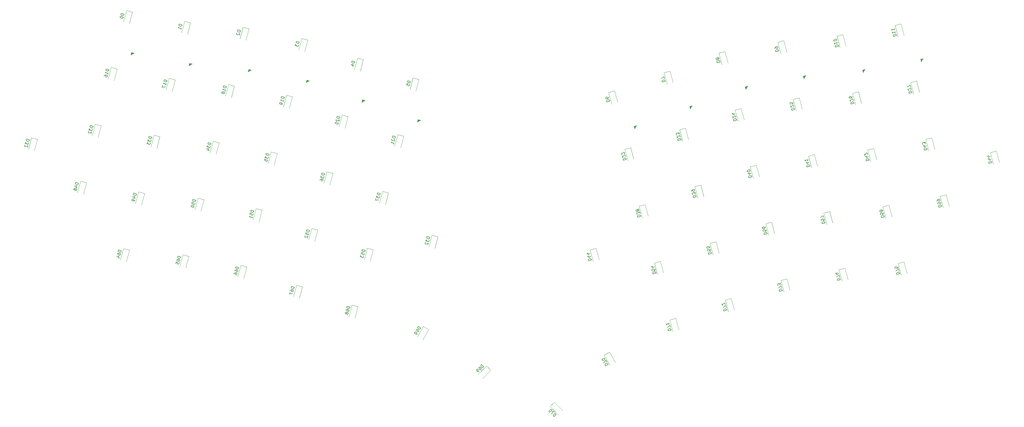
<source format=gbo>
G04 #@! TF.GenerationSoftware,KiCad,Pcbnew,8.0.2*
G04 #@! TF.CreationDate,2024-05-23T23:16:29+01:00*
G04 #@! TF.ProjectId,Phoenixia3,50686f65-6e69-4786-9961-332e6b696361,1*
G04 #@! TF.SameCoordinates,Original*
G04 #@! TF.FileFunction,Legend,Bot*
G04 #@! TF.FilePolarity,Positive*
%FSLAX46Y46*%
G04 Gerber Fmt 4.6, Leading zero omitted, Abs format (unit mm)*
G04 Created by KiCad (PCBNEW 8.0.2) date 2024-05-23 23:16:29*
%MOMM*%
%LPD*%
G01*
G04 APERTURE LIST*
G04 Aperture macros list*
%AMRoundRect*
0 Rectangle with rounded corners*
0 $1 Rounding radius*
0 $2 $3 $4 $5 $6 $7 $8 $9 X,Y pos of 4 corners*
0 Add a 4 corners polygon primitive as box body*
4,1,4,$2,$3,$4,$5,$6,$7,$8,$9,$2,$3,0*
0 Add four circle primitives for the rounded corners*
1,1,$1+$1,$2,$3*
1,1,$1+$1,$4,$5*
1,1,$1+$1,$6,$7*
1,1,$1+$1,$8,$9*
0 Add four rect primitives between the rounded corners*
20,1,$1+$1,$2,$3,$4,$5,0*
20,1,$1+$1,$4,$5,$6,$7,0*
20,1,$1+$1,$6,$7,$8,$9,0*
20,1,$1+$1,$8,$9,$2,$3,0*%
%AMHorizOval*
0 Thick line with rounded ends*
0 $1 width*
0 $2 $3 position (X,Y) of the first rounded end (center of the circle)*
0 $4 $5 position (X,Y) of the second rounded end (center of the circle)*
0 Add line between two ends*
20,1,$1,$2,$3,$4,$5,0*
0 Add two circle primitives to create the rounded ends*
1,1,$1,$2,$3*
1,1,$1,$4,$5*%
G04 Aperture macros list end*
%ADD10C,0.150000*%
%ADD11C,0.100000*%
%ADD12C,0.120000*%
%ADD13C,1.700000*%
%ADD14C,1.750000*%
%ADD15C,4.000000*%
%ADD16C,2.250000*%
%ADD17C,2.000000*%
%ADD18HorizOval,2.250000X0.000000X0.000000X0.000000X0.000000X0*%
%ADD19HorizOval,2.250000X0.000000X0.000000X0.000000X0.000000X0*%
%ADD20RoundRect,0.082000X0.608642X-0.502656X0.778427X0.130992X-0.608642X0.502656X-0.778427X-0.130992X0*%
%ADD21RoundRect,0.082000X0.778427X-0.130992X0.608642X0.502656X-0.778427X0.130992X-0.608642X-0.502656X0*%
%ADD22C,4.400000*%
%ADD23HorizOval,2.250000X0.000000X0.000000X0.000000X0.000000X0*%
%ADD24HorizOval,2.250000X0.000000X0.000000X0.000000X0.000000X0*%
%ADD25O,1.700000X1.700000*%
%ADD26R,1.700000X1.700000*%
%ADD27HorizOval,2.250000X0.000000X0.000000X0.000000X0.000000X0*%
%ADD28HorizOval,2.250000X0.000000X0.000000X0.000000X0.000000X0*%
%ADD29RoundRect,0.250000X-0.212132X0.367423X-0.367423X-0.212132X0.212132X-0.367423X0.367423X0.212132X0*%
%ADD30RoundRect,0.250000X-0.367423X0.212132X-0.212132X-0.367423X0.367423X-0.212132X0.212132X0.367423X0*%
%ADD31RoundRect,0.250000X-0.409808X0.109808X-0.109808X-0.409808X0.409808X-0.109808X0.109808X0.409808X0*%
%ADD32RoundRect,0.250000X-0.424264X0.000000X0.000000X-0.424264X0.424264X0.000000X0.000000X0.424264X0*%
%ADD33RoundRect,0.250000X-0.109808X0.409808X-0.409808X-0.109808X0.109808X-0.409808X0.409808X0.109808X0*%
%ADD34RoundRect,0.250000X0.000000X0.424264X-0.424264X0.000000X0.000000X-0.424264X0.424264X0.000000X0*%
G04 APERTURE END LIST*
D10*
X73755539Y-143685433D02*
X72789613Y-143426614D01*
X72789613Y-143426614D02*
X72727990Y-143656597D01*
X72727990Y-143656597D02*
X72737012Y-143806911D01*
X72737012Y-143806911D02*
X72804356Y-143923553D01*
X72804356Y-143923553D02*
X72884024Y-143994199D01*
X72884024Y-143994199D02*
X73055685Y-144089494D01*
X73055685Y-144089494D02*
X73193674Y-144126469D01*
X73193674Y-144126469D02*
X73389985Y-144129771D01*
X73389985Y-144129771D02*
X73494303Y-144108424D01*
X73494303Y-144108424D02*
X73610945Y-144041080D01*
X73610945Y-144041080D02*
X73693916Y-143915416D01*
X73693916Y-143915416D02*
X73755539Y-143685433D01*
X72555444Y-144300547D02*
X72395222Y-144898501D01*
X72395222Y-144898501D02*
X72849467Y-144675124D01*
X72849467Y-144675124D02*
X72812493Y-144813113D01*
X72812493Y-144813113D02*
X72833840Y-144917431D01*
X72833840Y-144917431D02*
X72867512Y-144975752D01*
X72867512Y-144975752D02*
X72947180Y-145046398D01*
X72947180Y-145046398D02*
X73177162Y-145108021D01*
X73177162Y-145108021D02*
X73281480Y-145086674D01*
X73281480Y-145086674D02*
X73339801Y-145053003D01*
X73339801Y-145053003D02*
X73410447Y-144973334D01*
X73410447Y-144973334D02*
X73484395Y-144697356D01*
X73484395Y-144697356D02*
X73463048Y-144593038D01*
X73463048Y-144593038D02*
X73429377Y-144534717D01*
X72308949Y-145220477D02*
X72148728Y-145818431D01*
X72148728Y-145818431D02*
X72602973Y-145595053D01*
X72602973Y-145595053D02*
X72565999Y-145733043D01*
X72565999Y-145733043D02*
X72587346Y-145837360D01*
X72587346Y-145837360D02*
X72621018Y-145895681D01*
X72621018Y-145895681D02*
X72700686Y-145966327D01*
X72700686Y-145966327D02*
X72930668Y-146027951D01*
X72930668Y-146027951D02*
X73034986Y-146006604D01*
X73034986Y-146006604D02*
X73093307Y-145972932D01*
X73093307Y-145972932D02*
X73163953Y-145893264D01*
X73163953Y-145893264D02*
X73237901Y-145617285D01*
X73237901Y-145617285D02*
X73216554Y-145512967D01*
X73216554Y-145512967D02*
X73182882Y-145454646D01*
X236018417Y-187955655D02*
X236984343Y-187696836D01*
X236984343Y-187696836D02*
X236922720Y-187466854D01*
X236922720Y-187466854D02*
X236839749Y-187341189D01*
X236839749Y-187341189D02*
X236723107Y-187273846D01*
X236723107Y-187273846D02*
X236618789Y-187252499D01*
X236618789Y-187252499D02*
X236422478Y-187255801D01*
X236422478Y-187255801D02*
X236284489Y-187292775D01*
X236284489Y-187292775D02*
X236112828Y-187388071D01*
X236112828Y-187388071D02*
X236033160Y-187458716D01*
X236033160Y-187458716D02*
X235965816Y-187575359D01*
X235965816Y-187575359D02*
X235956794Y-187725673D01*
X235956794Y-187725673D02*
X236018417Y-187955655D01*
X236602277Y-186270946D02*
X236725524Y-186730910D01*
X236725524Y-186730910D02*
X236277884Y-186900154D01*
X236277884Y-186900154D02*
X236311556Y-186841833D01*
X236311556Y-186841833D02*
X236332903Y-186737515D01*
X236332903Y-186737515D02*
X236271279Y-186507533D01*
X236271279Y-186507533D02*
X236200633Y-186427865D01*
X236200633Y-186427865D02*
X236142312Y-186394193D01*
X236142312Y-186394193D02*
X236037995Y-186372846D01*
X236037995Y-186372846D02*
X235808012Y-186434469D01*
X235808012Y-186434469D02*
X235728344Y-186505115D01*
X235728344Y-186505115D02*
X235694672Y-186563437D01*
X235694672Y-186563437D02*
X235673325Y-186667754D01*
X235673325Y-186667754D02*
X235734949Y-186897737D01*
X235734949Y-186897737D02*
X235805595Y-186977405D01*
X235805595Y-186977405D02*
X235863916Y-187011077D01*
X236046132Y-185483286D02*
X235402181Y-185655832D01*
X236475727Y-185614670D02*
X235847404Y-186029524D01*
X235847404Y-186029524D02*
X235687183Y-185431569D01*
X78686044Y-125284556D02*
X77720118Y-125025737D01*
X77720118Y-125025737D02*
X77658495Y-125255720D01*
X77658495Y-125255720D02*
X77667517Y-125406034D01*
X77667517Y-125406034D02*
X77734861Y-125522676D01*
X77734861Y-125522676D02*
X77814529Y-125593322D01*
X77814529Y-125593322D02*
X77986190Y-125688617D01*
X77986190Y-125688617D02*
X78124179Y-125725592D01*
X78124179Y-125725592D02*
X78320490Y-125728894D01*
X78320490Y-125728894D02*
X78424808Y-125707547D01*
X78424808Y-125707547D02*
X78541450Y-125640203D01*
X78541450Y-125640203D02*
X78624421Y-125514539D01*
X78624421Y-125514539D02*
X78686044Y-125284556D01*
X78291653Y-126756443D02*
X78439550Y-126204486D01*
X78365602Y-126480465D02*
X77399676Y-126221645D01*
X77399676Y-126221645D02*
X77562315Y-126166627D01*
X77562315Y-126166627D02*
X77678957Y-126099283D01*
X77678957Y-126099283D02*
X77749603Y-126019615D01*
X77239454Y-126819600D02*
X77066908Y-127463550D01*
X77066908Y-127463550D02*
X78143757Y-127308401D01*
X220651371Y-217772376D02*
X221517396Y-217272376D01*
X221517396Y-217272376D02*
X221398348Y-217066180D01*
X221398348Y-217066180D02*
X221285680Y-216966271D01*
X221285680Y-216966271D02*
X221155583Y-216931412D01*
X221155583Y-216931412D02*
X221049295Y-216937792D01*
X221049295Y-216937792D02*
X220860528Y-216991790D01*
X220860528Y-216991790D02*
X220736810Y-217063219D01*
X220736810Y-217063219D02*
X220595662Y-217199696D01*
X220595662Y-217199696D02*
X220536993Y-217288555D01*
X220536993Y-217288555D02*
X220502134Y-217418652D01*
X220502134Y-217418652D02*
X220532323Y-217566180D01*
X220532323Y-217566180D02*
X220651371Y-217772376D01*
X221065015Y-216488830D02*
X220731682Y-215911479D01*
X220731682Y-215911479D02*
X220079942Y-216782633D01*
X220445967Y-215416608D02*
X220398348Y-215334129D01*
X220398348Y-215334129D02*
X220309490Y-215275460D01*
X220309490Y-215275460D02*
X220244441Y-215258030D01*
X220244441Y-215258030D02*
X220138153Y-215264410D01*
X220138153Y-215264410D02*
X219949386Y-215318409D01*
X219949386Y-215318409D02*
X219743190Y-215437456D01*
X219743190Y-215437456D02*
X219602042Y-215573934D01*
X219602042Y-215573934D02*
X219543373Y-215662792D01*
X219543373Y-215662792D02*
X219525943Y-215727841D01*
X219525943Y-215727841D02*
X219532323Y-215834129D01*
X219532323Y-215834129D02*
X219579942Y-215916608D01*
X219579942Y-215916608D02*
X219668800Y-215975277D01*
X219668800Y-215975277D02*
X219733849Y-215992706D01*
X219733849Y-215992706D02*
X219840137Y-215986327D01*
X219840137Y-215986327D02*
X220028904Y-215932328D01*
X220028904Y-215932328D02*
X220235101Y-215813280D01*
X220235101Y-215813280D02*
X220376248Y-215676803D01*
X220376248Y-215676803D02*
X220434917Y-215587945D01*
X220434917Y-215587945D02*
X220452347Y-215522896D01*
X220452347Y-215522896D02*
X220445967Y-215416608D01*
X83544623Y-107248674D02*
X82578697Y-106989854D01*
X82578697Y-106989854D02*
X82517074Y-107219837D01*
X82517074Y-107219837D02*
X82526096Y-107370151D01*
X82526096Y-107370151D02*
X82593439Y-107486793D01*
X82593439Y-107486793D02*
X82673108Y-107557439D01*
X82673108Y-107557439D02*
X82844769Y-107652735D01*
X82844769Y-107652735D02*
X82982758Y-107689709D01*
X82982758Y-107689709D02*
X83179069Y-107693011D01*
X83179069Y-107693011D02*
X83283386Y-107671664D01*
X83283386Y-107671664D02*
X83400029Y-107604321D01*
X83400029Y-107604321D02*
X83482999Y-107478656D01*
X83482999Y-107478656D02*
X83544623Y-107248674D01*
X83150232Y-108720561D02*
X83298129Y-108168603D01*
X83224180Y-108444582D02*
X82258254Y-108185763D01*
X82258254Y-108185763D02*
X82420893Y-108130744D01*
X82420893Y-108130744D02*
X82537536Y-108063400D01*
X82537536Y-108063400D02*
X82608182Y-107983732D01*
X276939728Y-193579702D02*
X277905654Y-193320883D01*
X277905654Y-193320883D02*
X277844031Y-193090901D01*
X277844031Y-193090901D02*
X277761060Y-192965236D01*
X277761060Y-192965236D02*
X277644418Y-192897893D01*
X277644418Y-192897893D02*
X277540100Y-192876546D01*
X277540100Y-192876546D02*
X277343789Y-192879848D01*
X277343789Y-192879848D02*
X277205800Y-192916822D01*
X277205800Y-192916822D02*
X277034139Y-193012118D01*
X277034139Y-193012118D02*
X276954471Y-193082763D01*
X276954471Y-193082763D02*
X276887127Y-193199406D01*
X276887127Y-193199406D02*
X276878105Y-193349720D01*
X276878105Y-193349720D02*
X276939728Y-193579702D01*
X277671485Y-192446950D02*
X277498939Y-191803000D01*
X277498939Y-191803000D02*
X276643935Y-192475787D01*
X277424990Y-191527021D02*
X277264769Y-190929067D01*
X277264769Y-190929067D02*
X276983070Y-191349640D01*
X276983070Y-191349640D02*
X276946096Y-191211650D01*
X276946096Y-191211650D02*
X276875450Y-191131982D01*
X276875450Y-191131982D02*
X276817129Y-191098311D01*
X276817129Y-191098311D02*
X276712811Y-191076963D01*
X276712811Y-191076963D02*
X276482829Y-191138587D01*
X276482829Y-191138587D02*
X276403161Y-191209233D01*
X276403161Y-191209233D02*
X276369489Y-191267554D01*
X276369489Y-191267554D02*
X276348142Y-191371872D01*
X276348142Y-191371872D02*
X276422090Y-191647851D01*
X276422090Y-191647851D02*
X276492736Y-191727519D01*
X276492736Y-191727519D02*
X276551057Y-191761191D01*
X285874052Y-153319488D02*
X286839978Y-153060669D01*
X286839978Y-153060669D02*
X286778355Y-152830687D01*
X286778355Y-152830687D02*
X286695384Y-152705022D01*
X286695384Y-152705022D02*
X286578742Y-152637679D01*
X286578742Y-152637679D02*
X286474424Y-152616332D01*
X286474424Y-152616332D02*
X286278113Y-152619634D01*
X286278113Y-152619634D02*
X286140124Y-152656608D01*
X286140124Y-152656608D02*
X285968463Y-152751904D01*
X285968463Y-152751904D02*
X285888795Y-152822549D01*
X285888795Y-152822549D02*
X285821451Y-152939192D01*
X285821451Y-152939192D02*
X285812429Y-153089506D01*
X285812429Y-153089506D02*
X285874052Y-153319488D01*
X286148261Y-151767048D02*
X285504311Y-151939594D01*
X286577857Y-151898433D02*
X285949533Y-152313286D01*
X285949533Y-152313286D02*
X285789312Y-151715332D01*
X285233167Y-150927672D02*
X285381064Y-151479630D01*
X285307115Y-151203651D02*
X286273041Y-150944832D01*
X286273041Y-150944832D02*
X286159701Y-151073799D01*
X286159701Y-151073799D02*
X286092358Y-151190441D01*
X286092358Y-151190441D02*
X286071011Y-151294759D01*
X124826005Y-173923073D02*
X123860079Y-173664254D01*
X123860079Y-173664254D02*
X123798456Y-173894237D01*
X123798456Y-173894237D02*
X123807478Y-174044551D01*
X123807478Y-174044551D02*
X123874822Y-174161193D01*
X123874822Y-174161193D02*
X123954490Y-174231839D01*
X123954490Y-174231839D02*
X124126151Y-174327134D01*
X124126151Y-174327134D02*
X124264140Y-174364109D01*
X124264140Y-174364109D02*
X124460451Y-174367411D01*
X124460451Y-174367411D02*
X124564769Y-174346064D01*
X124564769Y-174346064D02*
X124681411Y-174278720D01*
X124681411Y-174278720D02*
X124764382Y-174153056D01*
X124764382Y-174153056D02*
X124826005Y-173923073D01*
X123478013Y-175090145D02*
X123601260Y-174630180D01*
X123601260Y-174630180D02*
X124073550Y-174707431D01*
X124073550Y-174707431D02*
X124015229Y-174741103D01*
X124015229Y-174741103D02*
X123944583Y-174820771D01*
X123944583Y-174820771D02*
X123882959Y-175050753D01*
X123882959Y-175050753D02*
X123904306Y-175155071D01*
X123904306Y-175155071D02*
X123937978Y-175213392D01*
X123937978Y-175213392D02*
X124017646Y-175284038D01*
X124017646Y-175284038D02*
X124247628Y-175345661D01*
X124247628Y-175345661D02*
X124351946Y-175324314D01*
X124351946Y-175324314D02*
X124410267Y-175290643D01*
X124410267Y-175290643D02*
X124480913Y-175210974D01*
X124480913Y-175210974D02*
X124542537Y-174980992D01*
X124542537Y-174980992D02*
X124521190Y-174876674D01*
X124521190Y-174876674D02*
X124487518Y-174818353D01*
X123459084Y-175528763D02*
X123400763Y-175562434D01*
X123400763Y-175562434D02*
X123330117Y-175642102D01*
X123330117Y-175642102D02*
X123268493Y-175872085D01*
X123268493Y-175872085D02*
X123289840Y-175976402D01*
X123289840Y-175976402D02*
X123323512Y-176034724D01*
X123323512Y-176034724D02*
X123403180Y-176105370D01*
X123403180Y-176105370D02*
X123495173Y-176130019D01*
X123495173Y-176130019D02*
X123645487Y-176120997D01*
X123645487Y-176120997D02*
X124345341Y-175716936D01*
X124345341Y-175716936D02*
X124185120Y-176314890D01*
X215142979Y-183707693D02*
X216108905Y-183448874D01*
X216108905Y-183448874D02*
X216047282Y-183218892D01*
X216047282Y-183218892D02*
X215964311Y-183093227D01*
X215964311Y-183093227D02*
X215847669Y-183025884D01*
X215847669Y-183025884D02*
X215743351Y-183004537D01*
X215743351Y-183004537D02*
X215547040Y-183007839D01*
X215547040Y-183007839D02*
X215409051Y-183044813D01*
X215409051Y-183044813D02*
X215237390Y-183140109D01*
X215237390Y-183140109D02*
X215157722Y-183210754D01*
X215157722Y-183210754D02*
X215090378Y-183327397D01*
X215090378Y-183327397D02*
X215081356Y-183477711D01*
X215081356Y-183477711D02*
X215142979Y-183707693D01*
X215417188Y-182155253D02*
X214773238Y-182327799D01*
X215846784Y-182286638D02*
X215218460Y-182701491D01*
X215218460Y-182701491D02*
X215058239Y-182103537D01*
X215170694Y-181235324D02*
X214526743Y-181407870D01*
X215600289Y-181366708D02*
X214971966Y-181781562D01*
X214971966Y-181781562D02*
X214811745Y-181183607D01*
X262145371Y-138390945D02*
X263111297Y-138132126D01*
X263111297Y-138132126D02*
X263049674Y-137902144D01*
X263049674Y-137902144D02*
X262966703Y-137776479D01*
X262966703Y-137776479D02*
X262850061Y-137709136D01*
X262850061Y-137709136D02*
X262745743Y-137687789D01*
X262745743Y-137687789D02*
X262549432Y-137691091D01*
X262549432Y-137691091D02*
X262411443Y-137728065D01*
X262411443Y-137728065D02*
X262239782Y-137823361D01*
X262239782Y-137823361D02*
X262160114Y-137894006D01*
X262160114Y-137894006D02*
X262092770Y-138010649D01*
X262092770Y-138010649D02*
X262083748Y-138160963D01*
X262083748Y-138160963D02*
X262145371Y-138390945D01*
X262772810Y-137236846D02*
X262806482Y-137178525D01*
X262806482Y-137178525D02*
X262827829Y-137074208D01*
X262827829Y-137074208D02*
X262766205Y-136844225D01*
X262766205Y-136844225D02*
X262695559Y-136764557D01*
X262695559Y-136764557D02*
X262637238Y-136730885D01*
X262637238Y-136730885D02*
X262532920Y-136709538D01*
X262532920Y-136709538D02*
X262440927Y-136734188D01*
X262440927Y-136734188D02*
X262315263Y-136817158D01*
X262315263Y-136817158D02*
X261911202Y-137517012D01*
X261911202Y-137517012D02*
X261750980Y-136919058D01*
X262173086Y-135918576D02*
X261529135Y-136091122D01*
X262602681Y-136049960D02*
X261974358Y-136464814D01*
X261974358Y-136464814D02*
X261814137Y-135866859D01*
X204001573Y-234188318D02*
X204708679Y-233481211D01*
X204708679Y-233481211D02*
X204540321Y-233312852D01*
X204540321Y-233312852D02*
X204405634Y-233245509D01*
X204405634Y-233245509D02*
X204270947Y-233245509D01*
X204270947Y-233245509D02*
X204169931Y-233279181D01*
X204169931Y-233279181D02*
X204001573Y-233380196D01*
X204001573Y-233380196D02*
X203900557Y-233481211D01*
X203900557Y-233481211D02*
X203799542Y-233649570D01*
X203799542Y-233649570D02*
X203765870Y-233750585D01*
X203765870Y-233750585D02*
X203765870Y-233885272D01*
X203765870Y-233885272D02*
X203833214Y-234019959D01*
X203833214Y-234019959D02*
X204001573Y-234188318D01*
X204068916Y-232841448D02*
X203597512Y-232370043D01*
X203597512Y-232370043D02*
X203193451Y-233380196D01*
X203193450Y-231965982D02*
X203126107Y-231898639D01*
X203126107Y-231898639D02*
X203025092Y-231864967D01*
X203025092Y-231864967D02*
X202957748Y-231864967D01*
X202957748Y-231864967D02*
X202856733Y-231898639D01*
X202856733Y-231898639D02*
X202688374Y-231999654D01*
X202688374Y-231999654D02*
X202520015Y-232168013D01*
X202520015Y-232168013D02*
X202419000Y-232336371D01*
X202419000Y-232336371D02*
X202385328Y-232437387D01*
X202385328Y-232437387D02*
X202385328Y-232504730D01*
X202385328Y-232504730D02*
X202419000Y-232605745D01*
X202419000Y-232605745D02*
X202486344Y-232673089D01*
X202486344Y-232673089D02*
X202587359Y-232706761D01*
X202587359Y-232706761D02*
X202654702Y-232706761D01*
X202654702Y-232706761D02*
X202755718Y-232673089D01*
X202755718Y-232673089D02*
X202924076Y-232572074D01*
X202924076Y-232572074D02*
X203092435Y-232403715D01*
X203092435Y-232403715D02*
X203193450Y-232235356D01*
X203193450Y-232235356D02*
X203227122Y-232134341D01*
X203227122Y-232134341D02*
X203227122Y-232066997D01*
X203227122Y-232066997D02*
X203193450Y-231965982D01*
X305060969Y-151347039D02*
X306026895Y-151088220D01*
X306026895Y-151088220D02*
X305965272Y-150858238D01*
X305965272Y-150858238D02*
X305882301Y-150732573D01*
X305882301Y-150732573D02*
X305765659Y-150665230D01*
X305765659Y-150665230D02*
X305661341Y-150643883D01*
X305661341Y-150643883D02*
X305465030Y-150647185D01*
X305465030Y-150647185D02*
X305327041Y-150684159D01*
X305327041Y-150684159D02*
X305155380Y-150779455D01*
X305155380Y-150779455D02*
X305075712Y-150850100D01*
X305075712Y-150850100D02*
X305008368Y-150966743D01*
X305008368Y-150966743D02*
X304999346Y-151117057D01*
X304999346Y-151117057D02*
X305060969Y-151347039D01*
X305335178Y-149794599D02*
X304691228Y-149967145D01*
X305764774Y-149925984D02*
X305136450Y-150340837D01*
X305136450Y-150340837D02*
X304976229Y-149742883D01*
X305441914Y-149273011D02*
X305475585Y-149214690D01*
X305475585Y-149214690D02*
X305496932Y-149110372D01*
X305496932Y-149110372D02*
X305435309Y-148880390D01*
X305435309Y-148880390D02*
X305364663Y-148800722D01*
X305364663Y-148800722D02*
X305306342Y-148767050D01*
X305306342Y-148767050D02*
X305202024Y-148745703D01*
X305202024Y-148745703D02*
X305110031Y-148770352D01*
X305110031Y-148770352D02*
X304984366Y-148853323D01*
X304984366Y-148853323D02*
X304580305Y-149553177D01*
X304580305Y-149553177D02*
X304420084Y-148955223D01*
X137908161Y-198703350D02*
X136942235Y-198444531D01*
X136942235Y-198444531D02*
X136880612Y-198674514D01*
X136880612Y-198674514D02*
X136889634Y-198824828D01*
X136889634Y-198824828D02*
X136956978Y-198941470D01*
X136956978Y-198941470D02*
X137036646Y-199012116D01*
X137036646Y-199012116D02*
X137208307Y-199107411D01*
X137208307Y-199107411D02*
X137346296Y-199144386D01*
X137346296Y-199144386D02*
X137542607Y-199147688D01*
X137542607Y-199147688D02*
X137646925Y-199126341D01*
X137646925Y-199126341D02*
X137763567Y-199058997D01*
X137763567Y-199058997D02*
X137846538Y-198933333D01*
X137846538Y-198933333D02*
X137908161Y-198703350D01*
X136572494Y-199824425D02*
X136621793Y-199640439D01*
X136621793Y-199640439D02*
X136692439Y-199560771D01*
X136692439Y-199560771D02*
X136750760Y-199527100D01*
X136750760Y-199527100D02*
X136913399Y-199472081D01*
X136913399Y-199472081D02*
X137109709Y-199475383D01*
X137109709Y-199475383D02*
X137477681Y-199573981D01*
X137477681Y-199573981D02*
X137557349Y-199644627D01*
X137557349Y-199644627D02*
X137591021Y-199702948D01*
X137591021Y-199702948D02*
X137612368Y-199807266D01*
X137612368Y-199807266D02*
X137563069Y-199991251D01*
X137563069Y-199991251D02*
X137492423Y-200070920D01*
X137492423Y-200070920D02*
X137434102Y-200104591D01*
X137434102Y-200104591D02*
X137329784Y-200125938D01*
X137329784Y-200125938D02*
X137099802Y-200064315D01*
X137099802Y-200064315D02*
X137020134Y-199993669D01*
X137020134Y-199993669D02*
X136986462Y-199935348D01*
X136986462Y-199935348D02*
X136965115Y-199831030D01*
X136965115Y-199831030D02*
X137014414Y-199647044D01*
X137014414Y-199647044D02*
X137085060Y-199567376D01*
X137085060Y-199567376D02*
X137143381Y-199533704D01*
X137143381Y-199533704D02*
X137247699Y-199512357D01*
X136813916Y-200579298D02*
X136792569Y-200474981D01*
X136792569Y-200474981D02*
X136758897Y-200416660D01*
X136758897Y-200416660D02*
X136679229Y-200346014D01*
X136679229Y-200346014D02*
X136633233Y-200333689D01*
X136633233Y-200333689D02*
X136528915Y-200355036D01*
X136528915Y-200355036D02*
X136470594Y-200388708D01*
X136470594Y-200388708D02*
X136399948Y-200468376D01*
X136399948Y-200468376D02*
X136350649Y-200652362D01*
X136350649Y-200652362D02*
X136371996Y-200756679D01*
X136371996Y-200756679D02*
X136405668Y-200815001D01*
X136405668Y-200815001D02*
X136485336Y-200885647D01*
X136485336Y-200885647D02*
X136531332Y-200897971D01*
X136531332Y-200897971D02*
X136635650Y-200876624D01*
X136635650Y-200876624D02*
X136693971Y-200842952D01*
X136693971Y-200842952D02*
X136764617Y-200763284D01*
X136764617Y-200763284D02*
X136813916Y-200579298D01*
X136813916Y-200579298D02*
X136884562Y-200499630D01*
X136884562Y-200499630D02*
X136942883Y-200465958D01*
X136942883Y-200465958D02*
X137047201Y-200444611D01*
X137047201Y-200444611D02*
X137231187Y-200493910D01*
X137231187Y-200493910D02*
X137310855Y-200564556D01*
X137310855Y-200564556D02*
X137344527Y-200622877D01*
X137344527Y-200622877D02*
X137365874Y-200727195D01*
X137365874Y-200727195D02*
X137316575Y-200911181D01*
X137316575Y-200911181D02*
X137245929Y-200990849D01*
X137245929Y-200990849D02*
X137187608Y-201024521D01*
X137187608Y-201024521D02*
X137083290Y-201045868D01*
X137083290Y-201045868D02*
X136899304Y-200996569D01*
X136899304Y-200996569D02*
X136819636Y-200925923D01*
X136819636Y-200925923D02*
X136785964Y-200867602D01*
X136785964Y-200867602D02*
X136764617Y-200763284D01*
X111740636Y-149130228D02*
X110774710Y-148871409D01*
X110774710Y-148871409D02*
X110713087Y-149101392D01*
X110713087Y-149101392D02*
X110722109Y-149251706D01*
X110722109Y-149251706D02*
X110789453Y-149368348D01*
X110789453Y-149368348D02*
X110869121Y-149438994D01*
X110869121Y-149438994D02*
X111040782Y-149534289D01*
X111040782Y-149534289D02*
X111178771Y-149571264D01*
X111178771Y-149571264D02*
X111375082Y-149574566D01*
X111375082Y-149574566D02*
X111479400Y-149553219D01*
X111479400Y-149553219D02*
X111596042Y-149485875D01*
X111596042Y-149485875D02*
X111679013Y-149360211D01*
X111679013Y-149360211D02*
X111740636Y-149130228D01*
X110540541Y-149745342D02*
X110380319Y-150343296D01*
X110380319Y-150343296D02*
X110834564Y-150119919D01*
X110834564Y-150119919D02*
X110797590Y-150257908D01*
X110797590Y-150257908D02*
X110818937Y-150362226D01*
X110818937Y-150362226D02*
X110852609Y-150420547D01*
X110852609Y-150420547D02*
X110932277Y-150491193D01*
X110932277Y-150491193D02*
X111162259Y-150552816D01*
X111162259Y-150552816D02*
X111266577Y-150531469D01*
X111266577Y-150531469D02*
X111324898Y-150497798D01*
X111324898Y-150497798D02*
X111395544Y-150418129D01*
X111395544Y-150418129D02*
X111469492Y-150142151D01*
X111469492Y-150142151D02*
X111448145Y-150037833D01*
X111448145Y-150037833D02*
X111414474Y-149979512D01*
X110146150Y-151217229D02*
X110269397Y-150757265D01*
X110269397Y-150757265D02*
X110741686Y-150834515D01*
X110741686Y-150834515D02*
X110683365Y-150868187D01*
X110683365Y-150868187D02*
X110612719Y-150947855D01*
X110612719Y-150947855D02*
X110551096Y-151177838D01*
X110551096Y-151177838D02*
X110572443Y-151282155D01*
X110572443Y-151282155D02*
X110606115Y-151340476D01*
X110606115Y-151340476D02*
X110685783Y-151411122D01*
X110685783Y-151411122D02*
X110915765Y-151472746D01*
X110915765Y-151472746D02*
X111020083Y-151451399D01*
X111020083Y-151451399D02*
X111078404Y-151417727D01*
X111078404Y-151417727D02*
X111149050Y-151338059D01*
X111149050Y-151338059D02*
X111210673Y-151108077D01*
X111210673Y-151108077D02*
X111189326Y-151003759D01*
X111189326Y-151003759D02*
X111155655Y-150945438D01*
X221040229Y-132222868D02*
X222006155Y-131964049D01*
X222006155Y-131964049D02*
X221944531Y-131734067D01*
X221944531Y-131734067D02*
X221861561Y-131608402D01*
X221861561Y-131608402D02*
X221744918Y-131541059D01*
X221744918Y-131541059D02*
X221640601Y-131519712D01*
X221640601Y-131519712D02*
X221444290Y-131523014D01*
X221444290Y-131523014D02*
X221306301Y-131559988D01*
X221306301Y-131559988D02*
X221134639Y-131655283D01*
X221134639Y-131655283D02*
X221054971Y-131725929D01*
X221054971Y-131725929D02*
X220987628Y-131842572D01*
X220987628Y-131842572D02*
X220978605Y-131992886D01*
X220978605Y-131992886D02*
X221040229Y-132222868D01*
X221636413Y-130584155D02*
X221685712Y-130768141D01*
X221685712Y-130768141D02*
X221664365Y-130872459D01*
X221664365Y-130872459D02*
X221630693Y-130930780D01*
X221630693Y-130930780D02*
X221517353Y-131059747D01*
X221517353Y-131059747D02*
X221345692Y-131155042D01*
X221345692Y-131155042D02*
X220977721Y-131253640D01*
X220977721Y-131253640D02*
X220873403Y-131232293D01*
X220873403Y-131232293D02*
X220815082Y-131198621D01*
X220815082Y-131198621D02*
X220744436Y-131118953D01*
X220744436Y-131118953D02*
X220695137Y-130934967D01*
X220695137Y-130934967D02*
X220716484Y-130830649D01*
X220716484Y-130830649D02*
X220750156Y-130772328D01*
X220750156Y-130772328D02*
X220829824Y-130701682D01*
X220829824Y-130701682D02*
X221059806Y-130640059D01*
X221059806Y-130640059D02*
X221164124Y-130661406D01*
X221164124Y-130661406D02*
X221222445Y-130695077D01*
X221222445Y-130695077D02*
X221293091Y-130774746D01*
X221293091Y-130774746D02*
X221342390Y-130958732D01*
X221342390Y-130958732D02*
X221321043Y-131063049D01*
X221321043Y-131063049D02*
X221287371Y-131121370D01*
X221287371Y-131121370D02*
X221207703Y-131192016D01*
X295110067Y-114458784D02*
X296075993Y-114199965D01*
X296075993Y-114199965D02*
X296014370Y-113969983D01*
X296014370Y-113969983D02*
X295931399Y-113844318D01*
X295931399Y-113844318D02*
X295814757Y-113776975D01*
X295814757Y-113776975D02*
X295710439Y-113755628D01*
X295710439Y-113755628D02*
X295514128Y-113758930D01*
X295514128Y-113758930D02*
X295376139Y-113795904D01*
X295376139Y-113795904D02*
X295204478Y-113891200D01*
X295204478Y-113891200D02*
X295124810Y-113961845D01*
X295124810Y-113961845D02*
X295057466Y-114078488D01*
X295057466Y-114078488D02*
X295048444Y-114228802D01*
X295048444Y-114228802D02*
X295110067Y-114458784D01*
X294715676Y-112986897D02*
X294863573Y-113538855D01*
X294789625Y-113262876D02*
X295755551Y-113004057D01*
X295755551Y-113004057D02*
X295642211Y-113133024D01*
X295642211Y-113133024D02*
X295574867Y-113249667D01*
X295574867Y-113249667D02*
X295553520Y-113353984D01*
X295521381Y-112130124D02*
X295496731Y-112038131D01*
X295496731Y-112038131D02*
X295426086Y-111958463D01*
X295426086Y-111958463D02*
X295367764Y-111924791D01*
X295367764Y-111924791D02*
X295263447Y-111903444D01*
X295263447Y-111903444D02*
X295067136Y-111906747D01*
X295067136Y-111906747D02*
X294837154Y-111968370D01*
X294837154Y-111968370D02*
X294665493Y-112063666D01*
X294665493Y-112063666D02*
X294585824Y-112134311D01*
X294585824Y-112134311D02*
X294552153Y-112192633D01*
X294552153Y-112192633D02*
X294530806Y-112296950D01*
X294530806Y-112296950D02*
X294555455Y-112388943D01*
X294555455Y-112388943D02*
X294626101Y-112468611D01*
X294626101Y-112468611D02*
X294684422Y-112502283D01*
X294684422Y-112502283D02*
X294788740Y-112523630D01*
X294788740Y-112523630D02*
X294985050Y-112520328D01*
X294985050Y-112520328D02*
X295215033Y-112458704D01*
X295215033Y-112458704D02*
X295386694Y-112363409D01*
X295386694Y-112363409D02*
X295466362Y-112292763D01*
X295466362Y-112292763D02*
X295500034Y-112234442D01*
X295500034Y-112234442D02*
X295521381Y-112130124D01*
X275799895Y-115971262D02*
X276765821Y-115712443D01*
X276765821Y-115712443D02*
X276704197Y-115482461D01*
X276704197Y-115482461D02*
X276621227Y-115356796D01*
X276621227Y-115356796D02*
X276504584Y-115289453D01*
X276504584Y-115289453D02*
X276400267Y-115268106D01*
X276400267Y-115268106D02*
X276203956Y-115271408D01*
X276203956Y-115271408D02*
X276065967Y-115308382D01*
X276065967Y-115308382D02*
X275894305Y-115403677D01*
X275894305Y-115403677D02*
X275814637Y-115474323D01*
X275814637Y-115474323D02*
X275747294Y-115590966D01*
X275747294Y-115590966D02*
X275738271Y-115741280D01*
X275738271Y-115741280D02*
X275799895Y-115971262D01*
X275528751Y-114959340D02*
X275479452Y-114775354D01*
X275479452Y-114775354D02*
X275500799Y-114671036D01*
X275500799Y-114671036D02*
X275534471Y-114612715D01*
X275534471Y-114612715D02*
X275647811Y-114483748D01*
X275647811Y-114483748D02*
X275819472Y-114388453D01*
X275819472Y-114388453D02*
X276187444Y-114289855D01*
X276187444Y-114289855D02*
X276291762Y-114311202D01*
X276291762Y-114311202D02*
X276350083Y-114344874D01*
X276350083Y-114344874D02*
X276420729Y-114424542D01*
X276420729Y-114424542D02*
X276470028Y-114608528D01*
X276470028Y-114608528D02*
X276448681Y-114712846D01*
X276448681Y-114712846D02*
X276415009Y-114771167D01*
X276415009Y-114771167D02*
X276335341Y-114841813D01*
X276335341Y-114841813D02*
X276105358Y-114903436D01*
X276105358Y-114903436D02*
X276001041Y-114882089D01*
X276001041Y-114882089D02*
X275942719Y-114848417D01*
X275942719Y-114848417D02*
X275872074Y-114768749D01*
X275872074Y-114768749D02*
X275822775Y-114584763D01*
X275822775Y-114584763D02*
X275844122Y-114480446D01*
X275844122Y-114480446D02*
X275877793Y-114422124D01*
X275877793Y-114422124D02*
X275957462Y-114351479D01*
X295732772Y-190093307D02*
X296698698Y-189834488D01*
X296698698Y-189834488D02*
X296637075Y-189604506D01*
X296637075Y-189604506D02*
X296554104Y-189478841D01*
X296554104Y-189478841D02*
X296437462Y-189411498D01*
X296437462Y-189411498D02*
X296333144Y-189390151D01*
X296333144Y-189390151D02*
X296136833Y-189393453D01*
X296136833Y-189393453D02*
X295998844Y-189430427D01*
X295998844Y-189430427D02*
X295827183Y-189525723D01*
X295827183Y-189525723D02*
X295747515Y-189596368D01*
X295747515Y-189596368D02*
X295680171Y-189713011D01*
X295680171Y-189713011D02*
X295671149Y-189863325D01*
X295671149Y-189863325D02*
X295732772Y-190093307D01*
X296464529Y-188960555D02*
X296291983Y-188316605D01*
X296291983Y-188316605D02*
X295436979Y-188989392D01*
X295760487Y-187620938D02*
X295116536Y-187793484D01*
X296190082Y-187752322D02*
X295561759Y-188167176D01*
X295561759Y-188167176D02*
X295401538Y-187569221D01*
X309991471Y-169747928D02*
X310957397Y-169489109D01*
X310957397Y-169489109D02*
X310895774Y-169259127D01*
X310895774Y-169259127D02*
X310812803Y-169133462D01*
X310812803Y-169133462D02*
X310696161Y-169066119D01*
X310696161Y-169066119D02*
X310591843Y-169044772D01*
X310591843Y-169044772D02*
X310395532Y-169048074D01*
X310395532Y-169048074D02*
X310257543Y-169085048D01*
X310257543Y-169085048D02*
X310085882Y-169180344D01*
X310085882Y-169180344D02*
X310006214Y-169250989D01*
X310006214Y-169250989D02*
X309938870Y-169367632D01*
X309938870Y-169367632D02*
X309929848Y-169517946D01*
X309929848Y-169517946D02*
X309991471Y-169747928D01*
X310575331Y-168063219D02*
X310698578Y-168523183D01*
X310698578Y-168523183D02*
X310250938Y-168692427D01*
X310250938Y-168692427D02*
X310284610Y-168634106D01*
X310284610Y-168634106D02*
X310305957Y-168529788D01*
X310305957Y-168529788D02*
X310244333Y-168299806D01*
X310244333Y-168299806D02*
X310173687Y-168220138D01*
X310173687Y-168220138D02*
X310115366Y-168186466D01*
X310115366Y-168186466D02*
X310011049Y-168165119D01*
X310011049Y-168165119D02*
X309781066Y-168226742D01*
X309781066Y-168226742D02*
X309701398Y-168297388D01*
X309701398Y-168297388D02*
X309667726Y-168355710D01*
X309667726Y-168355710D02*
X309646379Y-168460027D01*
X309646379Y-168460027D02*
X309708003Y-168690010D01*
X309708003Y-168690010D02*
X309778649Y-168769678D01*
X309778649Y-168769678D02*
X309836970Y-168803350D01*
X310001141Y-167576187D02*
X310071787Y-167655855D01*
X310071787Y-167655855D02*
X310130108Y-167689527D01*
X310130108Y-167689527D02*
X310234426Y-167710874D01*
X310234426Y-167710874D02*
X310280423Y-167698549D01*
X310280423Y-167698549D02*
X310360091Y-167627903D01*
X310360091Y-167627903D02*
X310393763Y-167569582D01*
X310393763Y-167569582D02*
X310415110Y-167465265D01*
X310415110Y-167465265D02*
X310365811Y-167281279D01*
X310365811Y-167281279D02*
X310295165Y-167201611D01*
X310295165Y-167201611D02*
X310236844Y-167167939D01*
X310236844Y-167167939D02*
X310132526Y-167146592D01*
X310132526Y-167146592D02*
X310086530Y-167158916D01*
X310086530Y-167158916D02*
X310006861Y-167229562D01*
X310006861Y-167229562D02*
X309973190Y-167287884D01*
X309973190Y-167287884D02*
X309951843Y-167392201D01*
X309951843Y-167392201D02*
X310001141Y-167576187D01*
X310001141Y-167576187D02*
X309979794Y-167680505D01*
X309979794Y-167680505D02*
X309946123Y-167738826D01*
X309946123Y-167738826D02*
X309866454Y-167809472D01*
X309866454Y-167809472D02*
X309682469Y-167858771D01*
X309682469Y-167858771D02*
X309578151Y-167837424D01*
X309578151Y-167837424D02*
X309519830Y-167803752D01*
X309519830Y-167803752D02*
X309449184Y-167724084D01*
X309449184Y-167724084D02*
X309399885Y-167540098D01*
X309399885Y-167540098D02*
X309421232Y-167435780D01*
X309421232Y-167435780D02*
X309454904Y-167377459D01*
X309454904Y-167377459D02*
X309534572Y-167306813D01*
X309534572Y-167306813D02*
X309718558Y-167257514D01*
X309718558Y-167257514D02*
X309822875Y-167278861D01*
X309822875Y-167278861D02*
X309881197Y-167312533D01*
X309881197Y-167312533D02*
X309951843Y-167392201D01*
X152693454Y-143523867D02*
X151727528Y-143265048D01*
X151727528Y-143265048D02*
X151665905Y-143495031D01*
X151665905Y-143495031D02*
X151674927Y-143645345D01*
X151674927Y-143645345D02*
X151742271Y-143761987D01*
X151742271Y-143761987D02*
X151821939Y-143832633D01*
X151821939Y-143832633D02*
X151993600Y-143927928D01*
X151993600Y-143927928D02*
X152131589Y-143964903D01*
X152131589Y-143964903D02*
X152327900Y-143968205D01*
X152327900Y-143968205D02*
X152432218Y-143946858D01*
X152432218Y-143946858D02*
X152548860Y-143879514D01*
X152548860Y-143879514D02*
X152631831Y-143753850D01*
X152631831Y-143753850D02*
X152693454Y-143523867D01*
X151573027Y-144209627D02*
X151514706Y-144243299D01*
X151514706Y-144243299D02*
X151444060Y-144322967D01*
X151444060Y-144322967D02*
X151382436Y-144552949D01*
X151382436Y-144552949D02*
X151403783Y-144657267D01*
X151403783Y-144657267D02*
X151437455Y-144715588D01*
X151437455Y-144715588D02*
X151517123Y-144786234D01*
X151517123Y-144786234D02*
X151609116Y-144810884D01*
X151609116Y-144810884D02*
X151759430Y-144801861D01*
X151759430Y-144801861D02*
X152459285Y-144397800D01*
X152459285Y-144397800D02*
X152299063Y-144995754D01*
X152052569Y-145915684D02*
X152200466Y-145363726D01*
X152126517Y-145639705D02*
X151160591Y-145380886D01*
X151160591Y-145380886D02*
X151323230Y-145325867D01*
X151323230Y-145325867D02*
X151439873Y-145258524D01*
X151439873Y-145258524D02*
X151510519Y-145178855D01*
X157518388Y-125613564D02*
X156552462Y-125354744D01*
X156552462Y-125354744D02*
X156490839Y-125584727D01*
X156490839Y-125584727D02*
X156499861Y-125735041D01*
X156499861Y-125735041D02*
X156567204Y-125851683D01*
X156567204Y-125851683D02*
X156646873Y-125922329D01*
X156646873Y-125922329D02*
X156818534Y-126017625D01*
X156818534Y-126017625D02*
X156956523Y-126054599D01*
X156956523Y-126054599D02*
X157152834Y-126057901D01*
X157152834Y-126057901D02*
X157257151Y-126036554D01*
X157257151Y-126036554D02*
X157373794Y-125969211D01*
X157373794Y-125969211D02*
X157456764Y-125843546D01*
X157456764Y-125843546D02*
X157518388Y-125613564D01*
X156170396Y-126780635D02*
X156293643Y-126320670D01*
X156293643Y-126320670D02*
X156765932Y-126397921D01*
X156765932Y-126397921D02*
X156707611Y-126431593D01*
X156707611Y-126431593D02*
X156636965Y-126511261D01*
X156636965Y-126511261D02*
X156575342Y-126741243D01*
X156575342Y-126741243D02*
X156596689Y-126845561D01*
X156596689Y-126845561D02*
X156630361Y-126903882D01*
X156630361Y-126903882D02*
X156710029Y-126974528D01*
X156710029Y-126974528D02*
X156940011Y-127036152D01*
X156940011Y-127036152D02*
X157044329Y-127014805D01*
X157044329Y-127014805D02*
X157102650Y-126981133D01*
X157102650Y-126981133D02*
X157173296Y-126901465D01*
X157173296Y-126901465D02*
X157234919Y-126671482D01*
X157234919Y-126671482D02*
X157213572Y-126567165D01*
X157213572Y-126567165D02*
X157179901Y-126508843D01*
X231087915Y-169554773D02*
X232053841Y-169295954D01*
X232053841Y-169295954D02*
X231992218Y-169065972D01*
X231992218Y-169065972D02*
X231909247Y-168940307D01*
X231909247Y-168940307D02*
X231792605Y-168872964D01*
X231792605Y-168872964D02*
X231688287Y-168851617D01*
X231688287Y-168851617D02*
X231491976Y-168854919D01*
X231491976Y-168854919D02*
X231353987Y-168891893D01*
X231353987Y-168891893D02*
X231182326Y-168987189D01*
X231182326Y-168987189D02*
X231102658Y-169057834D01*
X231102658Y-169057834D02*
X231035314Y-169174477D01*
X231035314Y-169174477D02*
X231026292Y-169324791D01*
X231026292Y-169324791D02*
X231087915Y-169554773D01*
X231819672Y-168422021D02*
X231659450Y-167824067D01*
X231659450Y-167824067D02*
X231377751Y-168244640D01*
X231377751Y-168244640D02*
X231340777Y-168106651D01*
X231340777Y-168106651D02*
X231270131Y-168026983D01*
X231270131Y-168026983D02*
X231211810Y-167993311D01*
X231211810Y-167993311D02*
X231107493Y-167971964D01*
X231107493Y-167971964D02*
X230877510Y-168033587D01*
X230877510Y-168033587D02*
X230797842Y-168104233D01*
X230797842Y-168104233D02*
X230764170Y-168162555D01*
X230764170Y-168162555D02*
X230742823Y-168266872D01*
X230742823Y-168266872D02*
X230816772Y-168542851D01*
X230816772Y-168542851D02*
X230887417Y-168622519D01*
X230887417Y-168622519D02*
X230945739Y-168656191D01*
X231097585Y-167383032D02*
X231168231Y-167462700D01*
X231168231Y-167462700D02*
X231226552Y-167496372D01*
X231226552Y-167496372D02*
X231330870Y-167517719D01*
X231330870Y-167517719D02*
X231376867Y-167505394D01*
X231376867Y-167505394D02*
X231456535Y-167434748D01*
X231456535Y-167434748D02*
X231490207Y-167376427D01*
X231490207Y-167376427D02*
X231511554Y-167272110D01*
X231511554Y-167272110D02*
X231462255Y-167088124D01*
X231462255Y-167088124D02*
X231391609Y-167008456D01*
X231391609Y-167008456D02*
X231333288Y-166974784D01*
X231333288Y-166974784D02*
X231228970Y-166953437D01*
X231228970Y-166953437D02*
X231182974Y-166965761D01*
X231182974Y-166965761D02*
X231103305Y-167036407D01*
X231103305Y-167036407D02*
X231069634Y-167094729D01*
X231069634Y-167094729D02*
X231048287Y-167199046D01*
X231048287Y-167199046D02*
X231097585Y-167383032D01*
X231097585Y-167383032D02*
X231076238Y-167487350D01*
X231076238Y-167487350D02*
X231042567Y-167545671D01*
X231042567Y-167545671D02*
X230962898Y-167616317D01*
X230962898Y-167616317D02*
X230778913Y-167665616D01*
X230778913Y-167665616D02*
X230674595Y-167644269D01*
X230674595Y-167644269D02*
X230616274Y-167610597D01*
X230616274Y-167610597D02*
X230545628Y-167530929D01*
X230545628Y-167530929D02*
X230496329Y-167346943D01*
X230496329Y-167346943D02*
X230517676Y-167242625D01*
X230517676Y-167242625D02*
X230551348Y-167184304D01*
X230551348Y-167184304D02*
X230631016Y-167113658D01*
X230631016Y-167113658D02*
X230815002Y-167064359D01*
X230815002Y-167064359D02*
X230919319Y-167085706D01*
X230919319Y-167085706D02*
X230977641Y-167119378D01*
X230977641Y-167119378D02*
X231048287Y-167199046D01*
X313899517Y-110978418D02*
X314865443Y-110719599D01*
X314865443Y-110719599D02*
X314803820Y-110489617D01*
X314803820Y-110489617D02*
X314720849Y-110363952D01*
X314720849Y-110363952D02*
X314604207Y-110296609D01*
X314604207Y-110296609D02*
X314499889Y-110275262D01*
X314499889Y-110275262D02*
X314303578Y-110278564D01*
X314303578Y-110278564D02*
X314165589Y-110315538D01*
X314165589Y-110315538D02*
X313993928Y-110410834D01*
X313993928Y-110410834D02*
X313914260Y-110481479D01*
X313914260Y-110481479D02*
X313846916Y-110598122D01*
X313846916Y-110598122D02*
X313837894Y-110748436D01*
X313837894Y-110748436D02*
X313899517Y-110978418D01*
X313505126Y-109506531D02*
X313653023Y-110058489D01*
X313579075Y-109782510D02*
X314545001Y-109523691D01*
X314545001Y-109523691D02*
X314431661Y-109652658D01*
X314431661Y-109652658D02*
X314364317Y-109769301D01*
X314364317Y-109769301D02*
X314342970Y-109873618D01*
X313258632Y-108586602D02*
X313406529Y-109138560D01*
X313332580Y-108862581D02*
X314298506Y-108603762D01*
X314298506Y-108603762D02*
X314185166Y-108732729D01*
X314185166Y-108732729D02*
X314117823Y-108849371D01*
X314117823Y-108849371D02*
X314096476Y-108953689D01*
X63910169Y-180453408D02*
X62944243Y-180194589D01*
X62944243Y-180194589D02*
X62882620Y-180424572D01*
X62882620Y-180424572D02*
X62891642Y-180574886D01*
X62891642Y-180574886D02*
X62958986Y-180691528D01*
X62958986Y-180691528D02*
X63038654Y-180762174D01*
X63038654Y-180762174D02*
X63210315Y-180857469D01*
X63210315Y-180857469D02*
X63348304Y-180894444D01*
X63348304Y-180894444D02*
X63544615Y-180897746D01*
X63544615Y-180897746D02*
X63648933Y-180876399D01*
X63648933Y-180876399D02*
X63765575Y-180809055D01*
X63765575Y-180809055D02*
X63848546Y-180683391D01*
X63848546Y-180683391D02*
X63910169Y-180453408D01*
X62574502Y-181574483D02*
X62623801Y-181390497D01*
X62623801Y-181390497D02*
X62694447Y-181310829D01*
X62694447Y-181310829D02*
X62752768Y-181277158D01*
X62752768Y-181277158D02*
X62915407Y-181222139D01*
X62915407Y-181222139D02*
X63111717Y-181225441D01*
X63111717Y-181225441D02*
X63479689Y-181324039D01*
X63479689Y-181324039D02*
X63559357Y-181394685D01*
X63559357Y-181394685D02*
X63593029Y-181453006D01*
X63593029Y-181453006D02*
X63614376Y-181557324D01*
X63614376Y-181557324D02*
X63565077Y-181741309D01*
X63565077Y-181741309D02*
X63494431Y-181820978D01*
X63494431Y-181820978D02*
X63436110Y-181854649D01*
X63436110Y-181854649D02*
X63331792Y-181875996D01*
X63331792Y-181875996D02*
X63101810Y-181814373D01*
X63101810Y-181814373D02*
X63022142Y-181743727D01*
X63022142Y-181743727D02*
X62988470Y-181685406D01*
X62988470Y-181685406D02*
X62967123Y-181581088D01*
X62967123Y-181581088D02*
X63016422Y-181397102D01*
X63016422Y-181397102D02*
X63087068Y-181317434D01*
X63087068Y-181317434D02*
X63145389Y-181283762D01*
X63145389Y-181283762D02*
X63249707Y-181262415D01*
X62649983Y-182580686D02*
X63293933Y-182753232D01*
X62343635Y-182252106D02*
X63095205Y-182206994D01*
X63095205Y-182206994D02*
X62934984Y-182804948D01*
X256756376Y-119509346D02*
X257722302Y-119250527D01*
X257722302Y-119250527D02*
X257660678Y-119020545D01*
X257660678Y-119020545D02*
X257577708Y-118894880D01*
X257577708Y-118894880D02*
X257461065Y-118827537D01*
X257461065Y-118827537D02*
X257356748Y-118806190D01*
X257356748Y-118806190D02*
X257160437Y-118809492D01*
X257160437Y-118809492D02*
X257022448Y-118846466D01*
X257022448Y-118846466D02*
X256850786Y-118941761D01*
X256850786Y-118941761D02*
X256771118Y-119012407D01*
X256771118Y-119012407D02*
X256703775Y-119129050D01*
X256703775Y-119129050D02*
X256694752Y-119279364D01*
X256694752Y-119279364D02*
X256756376Y-119509346D01*
X257012540Y-118257534D02*
X257083186Y-118337203D01*
X257083186Y-118337203D02*
X257141508Y-118370874D01*
X257141508Y-118370874D02*
X257245825Y-118392221D01*
X257245825Y-118392221D02*
X257291822Y-118379897D01*
X257291822Y-118379897D02*
X257371490Y-118309251D01*
X257371490Y-118309251D02*
X257405162Y-118250930D01*
X257405162Y-118250930D02*
X257426509Y-118146612D01*
X257426509Y-118146612D02*
X257377210Y-117962626D01*
X257377210Y-117962626D02*
X257306564Y-117882958D01*
X257306564Y-117882958D02*
X257248243Y-117849286D01*
X257248243Y-117849286D02*
X257143925Y-117827939D01*
X257143925Y-117827939D02*
X257097929Y-117840264D01*
X257097929Y-117840264D02*
X257018260Y-117910910D01*
X257018260Y-117910910D02*
X256984589Y-117969231D01*
X256984589Y-117969231D02*
X256963242Y-118073548D01*
X256963242Y-118073548D02*
X257012540Y-118257534D01*
X257012540Y-118257534D02*
X256991193Y-118361852D01*
X256991193Y-118361852D02*
X256957522Y-118420173D01*
X256957522Y-118420173D02*
X256877853Y-118490819D01*
X256877853Y-118490819D02*
X256693868Y-118540118D01*
X256693868Y-118540118D02*
X256589550Y-118518771D01*
X256589550Y-118518771D02*
X256531229Y-118485099D01*
X256531229Y-118485099D02*
X256460583Y-118405431D01*
X256460583Y-118405431D02*
X256411284Y-118221445D01*
X256411284Y-118221445D02*
X256432631Y-118117127D01*
X256432631Y-118117127D02*
X256466303Y-118058806D01*
X256466303Y-118058806D02*
X256545971Y-117988160D01*
X256545971Y-117988160D02*
X256729957Y-117938861D01*
X256729957Y-117938861D02*
X256834274Y-117960208D01*
X256834274Y-117960208D02*
X256892596Y-117993880D01*
X256892596Y-117993880D02*
X256963242Y-118073548D01*
X258950536Y-199984603D02*
X259916462Y-199725784D01*
X259916462Y-199725784D02*
X259854839Y-199495802D01*
X259854839Y-199495802D02*
X259771868Y-199370137D01*
X259771868Y-199370137D02*
X259655226Y-199302794D01*
X259655226Y-199302794D02*
X259550908Y-199281447D01*
X259550908Y-199281447D02*
X259354597Y-199284749D01*
X259354597Y-199284749D02*
X259216608Y-199321723D01*
X259216608Y-199321723D02*
X259044947Y-199417019D01*
X259044947Y-199417019D02*
X258965279Y-199487664D01*
X258965279Y-199487664D02*
X258897935Y-199604307D01*
X258897935Y-199604307D02*
X258888913Y-199754621D01*
X258888913Y-199754621D02*
X258950536Y-199984603D01*
X259682293Y-198851851D02*
X259509747Y-198207901D01*
X259509747Y-198207901D02*
X258654743Y-198880688D01*
X259331481Y-197910575D02*
X259365152Y-197852254D01*
X259365152Y-197852254D02*
X259386499Y-197747936D01*
X259386499Y-197747936D02*
X259324876Y-197517954D01*
X259324876Y-197517954D02*
X259254230Y-197438286D01*
X259254230Y-197438286D02*
X259195909Y-197404614D01*
X259195909Y-197404614D02*
X259091591Y-197383267D01*
X259091591Y-197383267D02*
X258999598Y-197407916D01*
X258999598Y-197407916D02*
X258873933Y-197490887D01*
X258873933Y-197490887D02*
X258469872Y-198190741D01*
X258469872Y-198190741D02*
X258309651Y-197592787D01*
X160830161Y-205486492D02*
X159964136Y-204986492D01*
X159964136Y-204986492D02*
X159845088Y-205192688D01*
X159845088Y-205192688D02*
X159814899Y-205340216D01*
X159814899Y-205340216D02*
X159849759Y-205470313D01*
X159849759Y-205470313D02*
X159908428Y-205559172D01*
X159908428Y-205559172D02*
X160049575Y-205695649D01*
X160049575Y-205695649D02*
X160173293Y-205767078D01*
X160173293Y-205767078D02*
X160362060Y-205821076D01*
X160362060Y-205821076D02*
X160468348Y-205827456D01*
X160468348Y-205827456D02*
X160598446Y-205792597D01*
X160598446Y-205792597D02*
X160711114Y-205692688D01*
X160711114Y-205692688D02*
X160830161Y-205486492D01*
X159249850Y-206223671D02*
X159345088Y-206058714D01*
X159345088Y-206058714D02*
X159433947Y-206000045D01*
X159433947Y-206000045D02*
X159498995Y-205982615D01*
X159498995Y-205982615D02*
X159670332Y-205971565D01*
X159670332Y-205971565D02*
X159859099Y-206025564D01*
X159859099Y-206025564D02*
X160189014Y-206216040D01*
X160189014Y-206216040D02*
X160247683Y-206304898D01*
X160247683Y-206304898D02*
X160265112Y-206369947D01*
X160265112Y-206369947D02*
X160258733Y-206476235D01*
X160258733Y-206476235D02*
X160163495Y-206641192D01*
X160163495Y-206641192D02*
X160074636Y-206699861D01*
X160074636Y-206699861D02*
X160009587Y-206717291D01*
X160009587Y-206717291D02*
X159903299Y-206710911D01*
X159903299Y-206710911D02*
X159697103Y-206591864D01*
X159697103Y-206591864D02*
X159638434Y-206503005D01*
X159638434Y-206503005D02*
X159621004Y-206437957D01*
X159621004Y-206437957D02*
X159627384Y-206331668D01*
X159627384Y-206331668D02*
X159722622Y-206166711D01*
X159722622Y-206166711D02*
X159811480Y-206108042D01*
X159811480Y-206108042D02*
X159876529Y-206090612D01*
X159876529Y-206090612D02*
X159982817Y-206096992D01*
X159830161Y-207218543D02*
X159734923Y-207383500D01*
X159734923Y-207383500D02*
X159646065Y-207442169D01*
X159646065Y-207442169D02*
X159581016Y-207459599D01*
X159581016Y-207459599D02*
X159409679Y-207470649D01*
X159409679Y-207470649D02*
X159220912Y-207416650D01*
X159220912Y-207416650D02*
X158890998Y-207226174D01*
X158890998Y-207226174D02*
X158832329Y-207137315D01*
X158832329Y-207137315D02*
X158814899Y-207072267D01*
X158814899Y-207072267D02*
X158821279Y-206965978D01*
X158821279Y-206965978D02*
X158916517Y-206801021D01*
X158916517Y-206801021D02*
X159005375Y-206742352D01*
X159005375Y-206742352D02*
X159070424Y-206724922D01*
X159070424Y-206724922D02*
X159176712Y-206731302D01*
X159176712Y-206731302D02*
X159382909Y-206850350D01*
X159382909Y-206850350D02*
X159441578Y-206939208D01*
X159441578Y-206939208D02*
X159459007Y-207004257D01*
X159459007Y-207004257D02*
X159452628Y-207110545D01*
X159452628Y-207110545D02*
X159357390Y-207275502D01*
X159357390Y-207275502D02*
X159268531Y-207334171D01*
X159268531Y-207334171D02*
X159203482Y-207351601D01*
X159203482Y-207351601D02*
X159097194Y-207345221D01*
X181192301Y-218043721D02*
X180485194Y-217336615D01*
X180485194Y-217336615D02*
X180316835Y-217504973D01*
X180316835Y-217504973D02*
X180249492Y-217639660D01*
X180249492Y-217639660D02*
X180249492Y-217774347D01*
X180249492Y-217774347D02*
X180283164Y-217875363D01*
X180283164Y-217875363D02*
X180384179Y-218043721D01*
X180384179Y-218043721D02*
X180485194Y-218144737D01*
X180485194Y-218144737D02*
X180653553Y-218245752D01*
X180653553Y-218245752D02*
X180754568Y-218279424D01*
X180754568Y-218279424D02*
X180889255Y-218279424D01*
X180889255Y-218279424D02*
X181023942Y-218212080D01*
X181023942Y-218212080D02*
X181192301Y-218043721D01*
X179475042Y-218346767D02*
X179609729Y-218212080D01*
X179609729Y-218212080D02*
X179710744Y-218178408D01*
X179710744Y-218178408D02*
X179778087Y-218178408D01*
X179778087Y-218178408D02*
X179946446Y-218212080D01*
X179946446Y-218212080D02*
X180114805Y-218313095D01*
X180114805Y-218313095D02*
X180384179Y-218582469D01*
X180384179Y-218582469D02*
X180417851Y-218683485D01*
X180417851Y-218683485D02*
X180417851Y-218750828D01*
X180417851Y-218750828D02*
X180384179Y-218851843D01*
X180384179Y-218851843D02*
X180249492Y-218986530D01*
X180249492Y-218986530D02*
X180148477Y-219020202D01*
X180148477Y-219020202D02*
X180081133Y-219020202D01*
X180081133Y-219020202D02*
X179980118Y-218986530D01*
X179980118Y-218986530D02*
X179811759Y-218818172D01*
X179811759Y-218818172D02*
X179778087Y-218717156D01*
X179778087Y-218717156D02*
X179778087Y-218649813D01*
X179778087Y-218649813D02*
X179811759Y-218548798D01*
X179811759Y-218548798D02*
X179946446Y-218414111D01*
X179946446Y-218414111D02*
X180047461Y-218380439D01*
X180047461Y-218380439D02*
X180114805Y-218380439D01*
X180114805Y-218380439D02*
X180215820Y-218414111D01*
X179778087Y-219457935D02*
X179643400Y-219592622D01*
X179643400Y-219592622D02*
X179542385Y-219626294D01*
X179542385Y-219626294D02*
X179475041Y-219626294D01*
X179475041Y-219626294D02*
X179306683Y-219592622D01*
X179306683Y-219592622D02*
X179138324Y-219491607D01*
X179138324Y-219491607D02*
X178868950Y-219222233D01*
X178868950Y-219222233D02*
X178835278Y-219121218D01*
X178835278Y-219121218D02*
X178835278Y-219053874D01*
X178835278Y-219053874D02*
X178868950Y-218952859D01*
X178868950Y-218952859D02*
X179003637Y-218818172D01*
X179003637Y-218818172D02*
X179104652Y-218784500D01*
X179104652Y-218784500D02*
X179171996Y-218784500D01*
X179171996Y-218784500D02*
X179273011Y-218818172D01*
X179273011Y-218818172D02*
X179441370Y-218986531D01*
X179441370Y-218986531D02*
X179475041Y-219087546D01*
X179475041Y-219087546D02*
X179475041Y-219154889D01*
X179475041Y-219154889D02*
X179441370Y-219255905D01*
X179441370Y-219255905D02*
X179306683Y-219390592D01*
X179306683Y-219390592D02*
X179205667Y-219424263D01*
X179205667Y-219424263D02*
X179138324Y-219424263D01*
X179138324Y-219424263D02*
X179037309Y-219390592D01*
X64755168Y-103768319D02*
X63789242Y-103509499D01*
X63789242Y-103509499D02*
X63727619Y-103739482D01*
X63727619Y-103739482D02*
X63736641Y-103889796D01*
X63736641Y-103889796D02*
X63803984Y-104006438D01*
X63803984Y-104006438D02*
X63883653Y-104077084D01*
X63883653Y-104077084D02*
X64055314Y-104172380D01*
X64055314Y-104172380D02*
X64193303Y-104209354D01*
X64193303Y-104209354D02*
X64389614Y-104212656D01*
X64389614Y-104212656D02*
X64493931Y-104191309D01*
X64493931Y-104191309D02*
X64610574Y-104123966D01*
X64610574Y-104123966D02*
X64693544Y-103998301D01*
X64693544Y-103998301D02*
X64755168Y-103768319D01*
X63481124Y-104659411D02*
X63456475Y-104751404D01*
X63456475Y-104751404D02*
X63477822Y-104855722D01*
X63477822Y-104855722D02*
X63511494Y-104914043D01*
X63511494Y-104914043D02*
X63591162Y-104984689D01*
X63591162Y-104984689D02*
X63762823Y-105079984D01*
X63762823Y-105079984D02*
X63992805Y-105141608D01*
X63992805Y-105141608D02*
X64189116Y-105144910D01*
X64189116Y-105144910D02*
X64293434Y-105123563D01*
X64293434Y-105123563D02*
X64351755Y-105089891D01*
X64351755Y-105089891D02*
X64422401Y-105010223D01*
X64422401Y-105010223D02*
X64447050Y-104918230D01*
X64447050Y-104918230D02*
X64425703Y-104813913D01*
X64425703Y-104813913D02*
X64392031Y-104755591D01*
X64392031Y-104755591D02*
X64312363Y-104684945D01*
X64312363Y-104684945D02*
X64140702Y-104589650D01*
X64140702Y-104589650D02*
X63910720Y-104528027D01*
X63910720Y-104528027D02*
X63714409Y-104524724D01*
X63714409Y-104524724D02*
X63610091Y-104546071D01*
X63610091Y-104546071D02*
X63551770Y-104579743D01*
X63551770Y-104579743D02*
X63481124Y-104659411D01*
X226380673Y-151116445D02*
X227346599Y-150857626D01*
X227346599Y-150857626D02*
X227284976Y-150627644D01*
X227284976Y-150627644D02*
X227202005Y-150501979D01*
X227202005Y-150501979D02*
X227085363Y-150434636D01*
X227085363Y-150434636D02*
X226981045Y-150413289D01*
X226981045Y-150413289D02*
X226784734Y-150416591D01*
X226784734Y-150416591D02*
X226646745Y-150453565D01*
X226646745Y-150453565D02*
X226475084Y-150548861D01*
X226475084Y-150548861D02*
X226395416Y-150619506D01*
X226395416Y-150619506D02*
X226328072Y-150736149D01*
X226328072Y-150736149D02*
X226319050Y-150886463D01*
X226319050Y-150886463D02*
X226380673Y-151116445D01*
X227008112Y-149962346D02*
X227041784Y-149904025D01*
X227041784Y-149904025D02*
X227063131Y-149799708D01*
X227063131Y-149799708D02*
X227001507Y-149569725D01*
X227001507Y-149569725D02*
X226930861Y-149490057D01*
X226930861Y-149490057D02*
X226872540Y-149456385D01*
X226872540Y-149456385D02*
X226768222Y-149435038D01*
X226768222Y-149435038D02*
X226676229Y-149459688D01*
X226676229Y-149459688D02*
X226550565Y-149542658D01*
X226550565Y-149542658D02*
X226146504Y-150242512D01*
X226146504Y-150242512D02*
X225986282Y-149644558D01*
X226761618Y-149042417D02*
X226795289Y-148984096D01*
X226795289Y-148984096D02*
X226816636Y-148879778D01*
X226816636Y-148879778D02*
X226755013Y-148649796D01*
X226755013Y-148649796D02*
X226684367Y-148570128D01*
X226684367Y-148570128D02*
X226626046Y-148536456D01*
X226626046Y-148536456D02*
X226521728Y-148515109D01*
X226521728Y-148515109D02*
X226429735Y-148539758D01*
X226429735Y-148539758D02*
X226304070Y-148622729D01*
X226304070Y-148622729D02*
X225900009Y-149322583D01*
X225900009Y-149322583D02*
X225739788Y-148724629D01*
X87993870Y-164078769D02*
X87027944Y-163819950D01*
X87027944Y-163819950D02*
X86966321Y-164049933D01*
X86966321Y-164049933D02*
X86975343Y-164200247D01*
X86975343Y-164200247D02*
X87042687Y-164316889D01*
X87042687Y-164316889D02*
X87122355Y-164387535D01*
X87122355Y-164387535D02*
X87294016Y-164482830D01*
X87294016Y-164482830D02*
X87432005Y-164519805D01*
X87432005Y-164519805D02*
X87628316Y-164523107D01*
X87628316Y-164523107D02*
X87732634Y-164501760D01*
X87732634Y-164501760D02*
X87849276Y-164434416D01*
X87849276Y-164434416D02*
X87932247Y-164308752D01*
X87932247Y-164308752D02*
X87993870Y-164078769D01*
X86645878Y-165245841D02*
X86769125Y-164785876D01*
X86769125Y-164785876D02*
X87241415Y-164863127D01*
X87241415Y-164863127D02*
X87183094Y-164896799D01*
X87183094Y-164896799D02*
X87112448Y-164976467D01*
X87112448Y-164976467D02*
X87050824Y-165206449D01*
X87050824Y-165206449D02*
X87072171Y-165310767D01*
X87072171Y-165310767D02*
X87105843Y-165369088D01*
X87105843Y-165369088D02*
X87185511Y-165439734D01*
X87185511Y-165439734D02*
X87415493Y-165501357D01*
X87415493Y-165501357D02*
X87519811Y-165480010D01*
X87519811Y-165480010D02*
X87578132Y-165446339D01*
X87578132Y-165446339D02*
X87648778Y-165366670D01*
X87648778Y-165366670D02*
X87710402Y-165136688D01*
X87710402Y-165136688D02*
X87689055Y-165032370D01*
X87689055Y-165032370D02*
X87655383Y-164974049D01*
X86473332Y-165889791D02*
X86448683Y-165981784D01*
X86448683Y-165981784D02*
X86470030Y-166086102D01*
X86470030Y-166086102D02*
X86503702Y-166144423D01*
X86503702Y-166144423D02*
X86583370Y-166215069D01*
X86583370Y-166215069D02*
X86755031Y-166310364D01*
X86755031Y-166310364D02*
X86985013Y-166371988D01*
X86985013Y-166371988D02*
X87181324Y-166375290D01*
X87181324Y-166375290D02*
X87285641Y-166353943D01*
X87285641Y-166353943D02*
X87343963Y-166320272D01*
X87343963Y-166320272D02*
X87414609Y-166240603D01*
X87414609Y-166240603D02*
X87439258Y-166148610D01*
X87439258Y-166148610D02*
X87417911Y-166044293D01*
X87417911Y-166044293D02*
X87384239Y-165985972D01*
X87384239Y-165985972D02*
X87304571Y-165915326D01*
X87304571Y-165915326D02*
X87132910Y-165820030D01*
X87132910Y-165820030D02*
X86902927Y-165758407D01*
X86902927Y-165758407D02*
X86706617Y-165755104D01*
X86706617Y-165755104D02*
X86602299Y-165776451D01*
X86602299Y-165776451D02*
X86543978Y-165810123D01*
X86543978Y-165810123D02*
X86473332Y-165889791D01*
X318919919Y-129465794D02*
X319885845Y-129206975D01*
X319885845Y-129206975D02*
X319824222Y-128976993D01*
X319824222Y-128976993D02*
X319741251Y-128851328D01*
X319741251Y-128851328D02*
X319624609Y-128783985D01*
X319624609Y-128783985D02*
X319520291Y-128762638D01*
X319520291Y-128762638D02*
X319323980Y-128765940D01*
X319323980Y-128765940D02*
X319185991Y-128802914D01*
X319185991Y-128802914D02*
X319014330Y-128898210D01*
X319014330Y-128898210D02*
X318934662Y-128968855D01*
X318934662Y-128968855D02*
X318867318Y-129085498D01*
X318867318Y-129085498D02*
X318858296Y-129235812D01*
X318858296Y-129235812D02*
X318919919Y-129465794D01*
X319547358Y-128311695D02*
X319581030Y-128253374D01*
X319581030Y-128253374D02*
X319602377Y-128149057D01*
X319602377Y-128149057D02*
X319540753Y-127919074D01*
X319540753Y-127919074D02*
X319470107Y-127839406D01*
X319470107Y-127839406D02*
X319411786Y-127805734D01*
X319411786Y-127805734D02*
X319307468Y-127784387D01*
X319307468Y-127784387D02*
X319215475Y-127809037D01*
X319215475Y-127809037D02*
X319089811Y-127892007D01*
X319089811Y-127892007D02*
X318685750Y-128591861D01*
X318685750Y-128591861D02*
X318525528Y-127993907D01*
X319405181Y-127413113D02*
X319232635Y-126769162D01*
X319232635Y-126769162D02*
X318377632Y-127441950D01*
X50020936Y-158588581D02*
X49055010Y-158329762D01*
X49055010Y-158329762D02*
X48993387Y-158559745D01*
X48993387Y-158559745D02*
X49002409Y-158710059D01*
X49002409Y-158710059D02*
X49069753Y-158826701D01*
X49069753Y-158826701D02*
X49149421Y-158897347D01*
X49149421Y-158897347D02*
X49321082Y-158992642D01*
X49321082Y-158992642D02*
X49459071Y-159029617D01*
X49459071Y-159029617D02*
X49655382Y-159032919D01*
X49655382Y-159032919D02*
X49759700Y-159011572D01*
X49759700Y-159011572D02*
X49876342Y-158944228D01*
X49876342Y-158944228D02*
X49959313Y-158818564D01*
X49959313Y-158818564D02*
X50020936Y-158588581D01*
X49007244Y-159795929D02*
X49651195Y-159968475D01*
X48700896Y-159467349D02*
X49452467Y-159422238D01*
X49452467Y-159422238D02*
X49292245Y-160020192D01*
X48926691Y-160464529D02*
X48905344Y-160360212D01*
X48905344Y-160360212D02*
X48871672Y-160301891D01*
X48871672Y-160301891D02*
X48792004Y-160231245D01*
X48792004Y-160231245D02*
X48746008Y-160218920D01*
X48746008Y-160218920D02*
X48641690Y-160240267D01*
X48641690Y-160240267D02*
X48583369Y-160273939D01*
X48583369Y-160273939D02*
X48512723Y-160353607D01*
X48512723Y-160353607D02*
X48463424Y-160537593D01*
X48463424Y-160537593D02*
X48484771Y-160641910D01*
X48484771Y-160641910D02*
X48518443Y-160700232D01*
X48518443Y-160700232D02*
X48598111Y-160770878D01*
X48598111Y-160770878D02*
X48644107Y-160783202D01*
X48644107Y-160783202D02*
X48748425Y-160761855D01*
X48748425Y-160761855D02*
X48806746Y-160728183D01*
X48806746Y-160728183D02*
X48877392Y-160648515D01*
X48877392Y-160648515D02*
X48926691Y-160464529D01*
X48926691Y-160464529D02*
X48997337Y-160384861D01*
X48997337Y-160384861D02*
X49055658Y-160351189D01*
X49055658Y-160351189D02*
X49159976Y-160329842D01*
X49159976Y-160329842D02*
X49343962Y-160379141D01*
X49343962Y-160379141D02*
X49423630Y-160449787D01*
X49423630Y-160449787D02*
X49457302Y-160508108D01*
X49457302Y-160508108D02*
X49478649Y-160612426D01*
X49478649Y-160612426D02*
X49429350Y-160796412D01*
X49429350Y-160796412D02*
X49358704Y-160876080D01*
X49358704Y-160876080D02*
X49300383Y-160909752D01*
X49300383Y-160909752D02*
X49196065Y-160931099D01*
X49196065Y-160931099D02*
X49012079Y-160881800D01*
X49012079Y-160881800D02*
X48932411Y-160811154D01*
X48932411Y-160811154D02*
X48898739Y-160752833D01*
X48898739Y-160752833D02*
X48877392Y-160648515D01*
X97885230Y-127260288D02*
X96919304Y-127001469D01*
X96919304Y-127001469D02*
X96857681Y-127231452D01*
X96857681Y-127231452D02*
X96866703Y-127381766D01*
X96866703Y-127381766D02*
X96934047Y-127498408D01*
X96934047Y-127498408D02*
X97013715Y-127569054D01*
X97013715Y-127569054D02*
X97185376Y-127664349D01*
X97185376Y-127664349D02*
X97323365Y-127701324D01*
X97323365Y-127701324D02*
X97519676Y-127704626D01*
X97519676Y-127704626D02*
X97623994Y-127683279D01*
X97623994Y-127683279D02*
X97740636Y-127615935D01*
X97740636Y-127615935D02*
X97823607Y-127490271D01*
X97823607Y-127490271D02*
X97885230Y-127260288D01*
X97490839Y-128732175D02*
X97638736Y-128180218D01*
X97564788Y-128456197D02*
X96598862Y-128197377D01*
X96598862Y-128197377D02*
X96761501Y-128142359D01*
X96761501Y-128142359D02*
X96878143Y-128075015D01*
X96878143Y-128075015D02*
X96948789Y-127995347D01*
X96790985Y-129136236D02*
X96769638Y-129031919D01*
X96769638Y-129031919D02*
X96735966Y-128973598D01*
X96735966Y-128973598D02*
X96656298Y-128902952D01*
X96656298Y-128902952D02*
X96610302Y-128890627D01*
X96610302Y-128890627D02*
X96505984Y-128911974D01*
X96505984Y-128911974D02*
X96447663Y-128945646D01*
X96447663Y-128945646D02*
X96377017Y-129025314D01*
X96377017Y-129025314D02*
X96327718Y-129209300D01*
X96327718Y-129209300D02*
X96349065Y-129313617D01*
X96349065Y-129313617D02*
X96382737Y-129371939D01*
X96382737Y-129371939D02*
X96462405Y-129442585D01*
X96462405Y-129442585D02*
X96508401Y-129454909D01*
X96508401Y-129454909D02*
X96612719Y-129433562D01*
X96612719Y-129433562D02*
X96671040Y-129399890D01*
X96671040Y-129399890D02*
X96741686Y-129320222D01*
X96741686Y-129320222D02*
X96790985Y-129136236D01*
X96790985Y-129136236D02*
X96861631Y-129056568D01*
X96861631Y-129056568D02*
X96919952Y-129022896D01*
X96919952Y-129022896D02*
X97024270Y-129001549D01*
X97024270Y-129001549D02*
X97208256Y-129050848D01*
X97208256Y-129050848D02*
X97287924Y-129121494D01*
X97287924Y-129121494D02*
X97321596Y-129179815D01*
X97321596Y-129179815D02*
X97342943Y-129284133D01*
X97342943Y-129284133D02*
X97293644Y-129468119D01*
X97293644Y-129468119D02*
X97222998Y-129547787D01*
X97222998Y-129547787D02*
X97164677Y-129581459D01*
X97164677Y-129581459D02*
X97060359Y-129602806D01*
X97060359Y-129602806D02*
X96876373Y-129553507D01*
X96876373Y-129553507D02*
X96796705Y-129482861D01*
X96796705Y-129482861D02*
X96763033Y-129424540D01*
X96763033Y-129424540D02*
X96741686Y-129320222D01*
X142832447Y-180325645D02*
X141866521Y-180066826D01*
X141866521Y-180066826D02*
X141804898Y-180296809D01*
X141804898Y-180296809D02*
X141813920Y-180447123D01*
X141813920Y-180447123D02*
X141881264Y-180563765D01*
X141881264Y-180563765D02*
X141960932Y-180634411D01*
X141960932Y-180634411D02*
X142132593Y-180729706D01*
X142132593Y-180729706D02*
X142270582Y-180766681D01*
X142270582Y-180766681D02*
X142466893Y-180769983D01*
X142466893Y-180769983D02*
X142571211Y-180748636D01*
X142571211Y-180748636D02*
X142687853Y-180681292D01*
X142687853Y-180681292D02*
X142770824Y-180555628D01*
X142770824Y-180555628D02*
X142832447Y-180325645D01*
X141484455Y-181492717D02*
X141607702Y-181032752D01*
X141607702Y-181032752D02*
X142079992Y-181110003D01*
X142079992Y-181110003D02*
X142021671Y-181143675D01*
X142021671Y-181143675D02*
X141951025Y-181223343D01*
X141951025Y-181223343D02*
X141889401Y-181453325D01*
X141889401Y-181453325D02*
X141910748Y-181557643D01*
X141910748Y-181557643D02*
X141944420Y-181615964D01*
X141944420Y-181615964D02*
X142024088Y-181686610D01*
X142024088Y-181686610D02*
X142254070Y-181748233D01*
X142254070Y-181748233D02*
X142358388Y-181726886D01*
X142358388Y-181726886D02*
X142416709Y-181693215D01*
X142416709Y-181693215D02*
X142487355Y-181613546D01*
X142487355Y-181613546D02*
X142548979Y-181383564D01*
X142548979Y-181383564D02*
X142527632Y-181279246D01*
X142527632Y-181279246D02*
X142493960Y-181220925D01*
X141385857Y-181860689D02*
X141225636Y-182458643D01*
X141225636Y-182458643D02*
X141679881Y-182235265D01*
X141679881Y-182235265D02*
X141642907Y-182373255D01*
X141642907Y-182373255D02*
X141664254Y-182477572D01*
X141664254Y-182477572D02*
X141697926Y-182535893D01*
X141697926Y-182535893D02*
X141777594Y-182606539D01*
X141777594Y-182606539D02*
X142007576Y-182668163D01*
X142007576Y-182668163D02*
X142111894Y-182646816D01*
X142111894Y-182646816D02*
X142170215Y-182613144D01*
X142170215Y-182613144D02*
X142240861Y-182533476D01*
X142240861Y-182533476D02*
X142314809Y-182257497D01*
X142314809Y-182257497D02*
X142293462Y-182153179D01*
X142293462Y-182153179D02*
X142259790Y-182094858D01*
X240965908Y-206384317D02*
X241931834Y-206125498D01*
X241931834Y-206125498D02*
X241870211Y-205895516D01*
X241870211Y-205895516D02*
X241787240Y-205769851D01*
X241787240Y-205769851D02*
X241670598Y-205702508D01*
X241670598Y-205702508D02*
X241566280Y-205681161D01*
X241566280Y-205681161D02*
X241369969Y-205684463D01*
X241369969Y-205684463D02*
X241231980Y-205721437D01*
X241231980Y-205721437D02*
X241060319Y-205816733D01*
X241060319Y-205816733D02*
X240980651Y-205887378D01*
X240980651Y-205887378D02*
X240913307Y-206004021D01*
X240913307Y-206004021D02*
X240904285Y-206154335D01*
X240904285Y-206154335D02*
X240965908Y-206384317D01*
X241697665Y-205251565D02*
X241525119Y-204607615D01*
X241525119Y-204607615D02*
X240670115Y-205280402D01*
X240325023Y-203992501D02*
X240472920Y-204544459D01*
X240398971Y-204268480D02*
X241364897Y-204009661D01*
X241364897Y-204009661D02*
X241251557Y-204138628D01*
X241251557Y-204138628D02*
X241184214Y-204255270D01*
X241184214Y-204255270D02*
X241162867Y-204359588D01*
X106810126Y-167531112D02*
X105844200Y-167272293D01*
X105844200Y-167272293D02*
X105782577Y-167502276D01*
X105782577Y-167502276D02*
X105791599Y-167652590D01*
X105791599Y-167652590D02*
X105858943Y-167769232D01*
X105858943Y-167769232D02*
X105938611Y-167839878D01*
X105938611Y-167839878D02*
X106110272Y-167935173D01*
X106110272Y-167935173D02*
X106248261Y-167972148D01*
X106248261Y-167972148D02*
X106444572Y-167975450D01*
X106444572Y-167975450D02*
X106548890Y-167954103D01*
X106548890Y-167954103D02*
X106665532Y-167886759D01*
X106665532Y-167886759D02*
X106748503Y-167761095D01*
X106748503Y-167761095D02*
X106810126Y-167531112D01*
X105462134Y-168698184D02*
X105585381Y-168238219D01*
X105585381Y-168238219D02*
X106057671Y-168315470D01*
X106057671Y-168315470D02*
X105999350Y-168349142D01*
X105999350Y-168349142D02*
X105928704Y-168428810D01*
X105928704Y-168428810D02*
X105867080Y-168658792D01*
X105867080Y-168658792D02*
X105888427Y-168763110D01*
X105888427Y-168763110D02*
X105922099Y-168821431D01*
X105922099Y-168821431D02*
X106001767Y-168892077D01*
X106001767Y-168892077D02*
X106231749Y-168953700D01*
X106231749Y-168953700D02*
X106336067Y-168932353D01*
X106336067Y-168932353D02*
X106394388Y-168898682D01*
X106394388Y-168898682D02*
X106465034Y-168819013D01*
X106465034Y-168819013D02*
X106526658Y-168589031D01*
X106526658Y-168589031D02*
X106505311Y-168484713D01*
X106505311Y-168484713D02*
X106471639Y-168426392D01*
X106169241Y-169922929D02*
X106317138Y-169370971D01*
X106243189Y-169646950D02*
X105277263Y-169388131D01*
X105277263Y-169388131D02*
X105439902Y-169333112D01*
X105439902Y-169333112D02*
X105556545Y-169265769D01*
X105556545Y-169265769D02*
X105627191Y-169186100D01*
X328535575Y-166333308D02*
X329501501Y-166074489D01*
X329501501Y-166074489D02*
X329439878Y-165844507D01*
X329439878Y-165844507D02*
X329356907Y-165718842D01*
X329356907Y-165718842D02*
X329240265Y-165651499D01*
X329240265Y-165651499D02*
X329135947Y-165630152D01*
X329135947Y-165630152D02*
X328939636Y-165633454D01*
X328939636Y-165633454D02*
X328801647Y-165670428D01*
X328801647Y-165670428D02*
X328629986Y-165765724D01*
X328629986Y-165765724D02*
X328550318Y-165836369D01*
X328550318Y-165836369D02*
X328482974Y-165953012D01*
X328482974Y-165953012D02*
X328473952Y-166103326D01*
X328473952Y-166103326D02*
X328535575Y-166333308D01*
X329119435Y-164648599D02*
X329242682Y-165108563D01*
X329242682Y-165108563D02*
X328795042Y-165277807D01*
X328795042Y-165277807D02*
X328828714Y-165219486D01*
X328828714Y-165219486D02*
X328850061Y-165115168D01*
X328850061Y-165115168D02*
X328788437Y-164885186D01*
X328788437Y-164885186D02*
X328717791Y-164805518D01*
X328717791Y-164805518D02*
X328659470Y-164771846D01*
X328659470Y-164771846D02*
X328555153Y-164750499D01*
X328555153Y-164750499D02*
X328325170Y-164812122D01*
X328325170Y-164812122D02*
X328245502Y-164882768D01*
X328245502Y-164882768D02*
X328211830Y-164941090D01*
X328211830Y-164941090D02*
X328190483Y-165045407D01*
X328190483Y-165045407D02*
X328252107Y-165275390D01*
X328252107Y-165275390D02*
X328322753Y-165355058D01*
X328322753Y-165355058D02*
X328381074Y-165388730D01*
X328017937Y-164401457D02*
X327968638Y-164217471D01*
X327968638Y-164217471D02*
X327989985Y-164113153D01*
X327989985Y-164113153D02*
X328023657Y-164054832D01*
X328023657Y-164054832D02*
X328136997Y-163925865D01*
X328136997Y-163925865D02*
X328308658Y-163830569D01*
X328308658Y-163830569D02*
X328676630Y-163731972D01*
X328676630Y-163731972D02*
X328780948Y-163753319D01*
X328780948Y-163753319D02*
X328839269Y-163786991D01*
X328839269Y-163786991D02*
X328909915Y-163866659D01*
X328909915Y-163866659D02*
X328959214Y-164050645D01*
X328959214Y-164050645D02*
X328937867Y-164154962D01*
X328937867Y-164154962D02*
X328904195Y-164213283D01*
X328904195Y-164213283D02*
X328824527Y-164283929D01*
X328824527Y-164283929D02*
X328594544Y-164345553D01*
X328594544Y-164345553D02*
X328490227Y-164324206D01*
X328490227Y-164324206D02*
X328431905Y-164290534D01*
X328431905Y-164290534D02*
X328361260Y-164210866D01*
X328361260Y-164210866D02*
X328311961Y-164026880D01*
X328311961Y-164026880D02*
X328333308Y-163922562D01*
X328333308Y-163922562D02*
X328366979Y-163864241D01*
X328366979Y-163864241D02*
X328446648Y-163793595D01*
X323850419Y-147866684D02*
X324816345Y-147607865D01*
X324816345Y-147607865D02*
X324754722Y-147377883D01*
X324754722Y-147377883D02*
X324671751Y-147252218D01*
X324671751Y-147252218D02*
X324555109Y-147184875D01*
X324555109Y-147184875D02*
X324450791Y-147163528D01*
X324450791Y-147163528D02*
X324254480Y-147166830D01*
X324254480Y-147166830D02*
X324116491Y-147203804D01*
X324116491Y-147203804D02*
X323944830Y-147299100D01*
X323944830Y-147299100D02*
X323865162Y-147369745D01*
X323865162Y-147369745D02*
X323797818Y-147486388D01*
X323797818Y-147486388D02*
X323788796Y-147636702D01*
X323788796Y-147636702D02*
X323850419Y-147866684D01*
X324124628Y-146314244D02*
X323480678Y-146486790D01*
X324554224Y-146445629D02*
X323925900Y-146860482D01*
X323925900Y-146860482D02*
X323765679Y-146262528D01*
X324335681Y-145814003D02*
X324175460Y-145216049D01*
X324175460Y-145216049D02*
X323893761Y-145636622D01*
X323893761Y-145636622D02*
X323856787Y-145498632D01*
X323856787Y-145498632D02*
X323786141Y-145418964D01*
X323786141Y-145418964D02*
X323727820Y-145385293D01*
X323727820Y-145385293D02*
X323623502Y-145363945D01*
X323623502Y-145363945D02*
X323393520Y-145425569D01*
X323393520Y-145425569D02*
X323313852Y-145496215D01*
X323313852Y-145496215D02*
X323280180Y-145554536D01*
X323280180Y-145554536D02*
X323258833Y-145658854D01*
X323258833Y-145658854D02*
X323332781Y-145934833D01*
X323332781Y-145934833D02*
X323403427Y-146014501D01*
X323403427Y-146014501D02*
X323461748Y-146048173D01*
X300130466Y-132946155D02*
X301096392Y-132687336D01*
X301096392Y-132687336D02*
X301034769Y-132457354D01*
X301034769Y-132457354D02*
X300951798Y-132331689D01*
X300951798Y-132331689D02*
X300835156Y-132264346D01*
X300835156Y-132264346D02*
X300730838Y-132242999D01*
X300730838Y-132242999D02*
X300534527Y-132246301D01*
X300534527Y-132246301D02*
X300396538Y-132283275D01*
X300396538Y-132283275D02*
X300224877Y-132378571D01*
X300224877Y-132378571D02*
X300145209Y-132449216D01*
X300145209Y-132449216D02*
X300077865Y-132565859D01*
X300077865Y-132565859D02*
X300068843Y-132716173D01*
X300068843Y-132716173D02*
X300130466Y-132946155D01*
X300757905Y-131792056D02*
X300791577Y-131733735D01*
X300791577Y-131733735D02*
X300812924Y-131629418D01*
X300812924Y-131629418D02*
X300751300Y-131399435D01*
X300751300Y-131399435D02*
X300680654Y-131319767D01*
X300680654Y-131319767D02*
X300622333Y-131286095D01*
X300622333Y-131286095D02*
X300518015Y-131264748D01*
X300518015Y-131264748D02*
X300426022Y-131289398D01*
X300426022Y-131289398D02*
X300300358Y-131372368D01*
X300300358Y-131372368D02*
X299896297Y-132072222D01*
X299896297Y-132072222D02*
X299736075Y-131474268D01*
X300480156Y-130387513D02*
X300529455Y-130571499D01*
X300529455Y-130571499D02*
X300508108Y-130675816D01*
X300508108Y-130675816D02*
X300474436Y-130734138D01*
X300474436Y-130734138D02*
X300361096Y-130863105D01*
X300361096Y-130863105D02*
X300189435Y-130958400D01*
X300189435Y-130958400D02*
X299821464Y-131056998D01*
X299821464Y-131056998D02*
X299717146Y-131035651D01*
X299717146Y-131035651D02*
X299658825Y-131001979D01*
X299658825Y-131001979D02*
X299588179Y-130922311D01*
X299588179Y-130922311D02*
X299538880Y-130738325D01*
X299538880Y-130738325D02*
X299560227Y-130634007D01*
X299560227Y-130634007D02*
X299593899Y-130575686D01*
X299593899Y-130575686D02*
X299673567Y-130505040D01*
X299673567Y-130505040D02*
X299903549Y-130443416D01*
X299903549Y-130443416D02*
X300007867Y-130464764D01*
X300007867Y-130464764D02*
X300066188Y-130498435D01*
X300066188Y-130498435D02*
X300136834Y-130578103D01*
X300136834Y-130578103D02*
X300186133Y-130762089D01*
X300186133Y-130762089D02*
X300164786Y-130866407D01*
X300164786Y-130866407D02*
X300131114Y-130924728D01*
X300131114Y-130924728D02*
X300051446Y-130995374D01*
X134686930Y-137146115D02*
X133721004Y-136887296D01*
X133721004Y-136887296D02*
X133659381Y-137117279D01*
X133659381Y-137117279D02*
X133668403Y-137267593D01*
X133668403Y-137267593D02*
X133735747Y-137384235D01*
X133735747Y-137384235D02*
X133815415Y-137454881D01*
X133815415Y-137454881D02*
X133987076Y-137550176D01*
X133987076Y-137550176D02*
X134125065Y-137587151D01*
X134125065Y-137587151D02*
X134321376Y-137590453D01*
X134321376Y-137590453D02*
X134425694Y-137569106D01*
X134425694Y-137569106D02*
X134542336Y-137501762D01*
X134542336Y-137501762D02*
X134625307Y-137376098D01*
X134625307Y-137376098D02*
X134686930Y-137146115D01*
X133566503Y-137831875D02*
X133508182Y-137865547D01*
X133508182Y-137865547D02*
X133437536Y-137945215D01*
X133437536Y-137945215D02*
X133375912Y-138175197D01*
X133375912Y-138175197D02*
X133397259Y-138279515D01*
X133397259Y-138279515D02*
X133430931Y-138337836D01*
X133430931Y-138337836D02*
X133510599Y-138408482D01*
X133510599Y-138408482D02*
X133602592Y-138433132D01*
X133602592Y-138433132D02*
X133752906Y-138424109D01*
X133752906Y-138424109D02*
X134452761Y-138020048D01*
X134452761Y-138020048D02*
X134292539Y-138618002D01*
X133166392Y-138957137D02*
X133141743Y-139049130D01*
X133141743Y-139049130D02*
X133163090Y-139153448D01*
X133163090Y-139153448D02*
X133196762Y-139211769D01*
X133196762Y-139211769D02*
X133276430Y-139282415D01*
X133276430Y-139282415D02*
X133448091Y-139377710D01*
X133448091Y-139377710D02*
X133678073Y-139439334D01*
X133678073Y-139439334D02*
X133874384Y-139442636D01*
X133874384Y-139442636D02*
X133978701Y-139421289D01*
X133978701Y-139421289D02*
X134037023Y-139387618D01*
X134037023Y-139387618D02*
X134107669Y-139307949D01*
X134107669Y-139307949D02*
X134132318Y-139215956D01*
X134132318Y-139215956D02*
X134110971Y-139111639D01*
X134110971Y-139111639D02*
X134077299Y-139053318D01*
X134077299Y-139053318D02*
X133997631Y-138982672D01*
X133997631Y-138982672D02*
X133825970Y-138887376D01*
X133825970Y-138887376D02*
X133595987Y-138825753D01*
X133595987Y-138825753D02*
X133399677Y-138822450D01*
X133399677Y-138822450D02*
X133295359Y-138843797D01*
X133295359Y-138843797D02*
X133237038Y-138877469D01*
X133237038Y-138877469D02*
X133166392Y-138957137D01*
X238998121Y-125832272D02*
X239964047Y-125573453D01*
X239964047Y-125573453D02*
X239902423Y-125343471D01*
X239902423Y-125343471D02*
X239819453Y-125217806D01*
X239819453Y-125217806D02*
X239702810Y-125150463D01*
X239702810Y-125150463D02*
X239598493Y-125129116D01*
X239598493Y-125129116D02*
X239402182Y-125132418D01*
X239402182Y-125132418D02*
X239264193Y-125169392D01*
X239264193Y-125169392D02*
X239092531Y-125264687D01*
X239092531Y-125264687D02*
X239012863Y-125335333D01*
X239012863Y-125335333D02*
X238945520Y-125451976D01*
X238945520Y-125451976D02*
X238936497Y-125602290D01*
X238936497Y-125602290D02*
X238998121Y-125832272D01*
X239729877Y-124699520D02*
X239557331Y-124055570D01*
X239557331Y-124055570D02*
X238702328Y-124728357D01*
X249072273Y-163180497D02*
X250038199Y-162921678D01*
X250038199Y-162921678D02*
X249976576Y-162691696D01*
X249976576Y-162691696D02*
X249893605Y-162566031D01*
X249893605Y-162566031D02*
X249776963Y-162498688D01*
X249776963Y-162498688D02*
X249672645Y-162477341D01*
X249672645Y-162477341D02*
X249476334Y-162480643D01*
X249476334Y-162480643D02*
X249338345Y-162517617D01*
X249338345Y-162517617D02*
X249166684Y-162612913D01*
X249166684Y-162612913D02*
X249087016Y-162683558D01*
X249087016Y-162683558D02*
X249019672Y-162800201D01*
X249019672Y-162800201D02*
X249010650Y-162950515D01*
X249010650Y-162950515D02*
X249072273Y-163180497D01*
X249804030Y-162047745D02*
X249643808Y-161449791D01*
X249643808Y-161449791D02*
X249362109Y-161870364D01*
X249362109Y-161870364D02*
X249325135Y-161732375D01*
X249325135Y-161732375D02*
X249254489Y-161652707D01*
X249254489Y-161652707D02*
X249196168Y-161619035D01*
X249196168Y-161619035D02*
X249091851Y-161597688D01*
X249091851Y-161597688D02*
X248861868Y-161659311D01*
X248861868Y-161659311D02*
X248782200Y-161729957D01*
X248782200Y-161729957D02*
X248748528Y-161788279D01*
X248748528Y-161788279D02*
X248727181Y-161892596D01*
X248727181Y-161892596D02*
X248801130Y-162168575D01*
X248801130Y-162168575D02*
X248871775Y-162248243D01*
X248871775Y-162248243D02*
X248930097Y-162281915D01*
X248554635Y-161248646D02*
X248505336Y-161064660D01*
X248505336Y-161064660D02*
X248526683Y-160960342D01*
X248526683Y-160960342D02*
X248560355Y-160902021D01*
X248560355Y-160902021D02*
X248673695Y-160773054D01*
X248673695Y-160773054D02*
X248845356Y-160677758D01*
X248845356Y-160677758D02*
X249213328Y-160579161D01*
X249213328Y-160579161D02*
X249317646Y-160600508D01*
X249317646Y-160600508D02*
X249375967Y-160634180D01*
X249375967Y-160634180D02*
X249446613Y-160713848D01*
X249446613Y-160713848D02*
X249495912Y-160897834D01*
X249495912Y-160897834D02*
X249474565Y-161002151D01*
X249474565Y-161002151D02*
X249440893Y-161060472D01*
X249440893Y-161060472D02*
X249361225Y-161131118D01*
X249361225Y-161131118D02*
X249131242Y-161192742D01*
X249131242Y-161192742D02*
X249026925Y-161171395D01*
X249026925Y-161171395D02*
X248968603Y-161137723D01*
X248968603Y-161137723D02*
X248897958Y-161058055D01*
X248897958Y-161058055D02*
X248848659Y-160874069D01*
X248848659Y-160874069D02*
X248870006Y-160769751D01*
X248870006Y-160769751D02*
X248903677Y-160711430D01*
X248903677Y-160711430D02*
X248983346Y-160640784D01*
X101895266Y-185898195D02*
X100929340Y-185639376D01*
X100929340Y-185639376D02*
X100867717Y-185869359D01*
X100867717Y-185869359D02*
X100876739Y-186019673D01*
X100876739Y-186019673D02*
X100944083Y-186136315D01*
X100944083Y-186136315D02*
X101023751Y-186206961D01*
X101023751Y-186206961D02*
X101195412Y-186302256D01*
X101195412Y-186302256D02*
X101333401Y-186339231D01*
X101333401Y-186339231D02*
X101529712Y-186342533D01*
X101529712Y-186342533D02*
X101634030Y-186321186D01*
X101634030Y-186321186D02*
X101750672Y-186253842D01*
X101750672Y-186253842D02*
X101833643Y-186128178D01*
X101833643Y-186128178D02*
X101895266Y-185898195D01*
X100559599Y-187019270D02*
X100608898Y-186835284D01*
X100608898Y-186835284D02*
X100679544Y-186755616D01*
X100679544Y-186755616D02*
X100737865Y-186721945D01*
X100737865Y-186721945D02*
X100900504Y-186666926D01*
X100900504Y-186666926D02*
X101096814Y-186670228D01*
X101096814Y-186670228D02*
X101464786Y-186768826D01*
X101464786Y-186768826D02*
X101544454Y-186839472D01*
X101544454Y-186839472D02*
X101578126Y-186897793D01*
X101578126Y-186897793D02*
X101599473Y-187002111D01*
X101599473Y-187002111D02*
X101550174Y-187186096D01*
X101550174Y-187186096D02*
X101479528Y-187265765D01*
X101479528Y-187265765D02*
X101421207Y-187299436D01*
X101421207Y-187299436D02*
X101316889Y-187320783D01*
X101316889Y-187320783D02*
X101086907Y-187259160D01*
X101086907Y-187259160D02*
X101007239Y-187188514D01*
X101007239Y-187188514D02*
X100973567Y-187130193D01*
X100973567Y-187130193D02*
X100952220Y-187025875D01*
X100952220Y-187025875D02*
X101001519Y-186841889D01*
X101001519Y-186841889D02*
X101072165Y-186762221D01*
X101072165Y-186762221D02*
X101130486Y-186728549D01*
X101130486Y-186728549D02*
X101234804Y-186707202D01*
X100313105Y-187939200D02*
X100362403Y-187755214D01*
X100362403Y-187755214D02*
X100433049Y-187675546D01*
X100433049Y-187675546D02*
X100491371Y-187641874D01*
X100491371Y-187641874D02*
X100654009Y-187586855D01*
X100654009Y-187586855D02*
X100850320Y-187590158D01*
X100850320Y-187590158D02*
X101218292Y-187688755D01*
X101218292Y-187688755D02*
X101297960Y-187759401D01*
X101297960Y-187759401D02*
X101331632Y-187817722D01*
X101331632Y-187817722D02*
X101352979Y-187922040D01*
X101352979Y-187922040D02*
X101303680Y-188106026D01*
X101303680Y-188106026D02*
X101233034Y-188185694D01*
X101233034Y-188185694D02*
X101174713Y-188219366D01*
X101174713Y-188219366D02*
X101070395Y-188240713D01*
X101070395Y-188240713D02*
X100840413Y-188179089D01*
X100840413Y-188179089D02*
X100760745Y-188108443D01*
X100760745Y-188108443D02*
X100727073Y-188050122D01*
X100727073Y-188050122D02*
X100705726Y-187945805D01*
X100705726Y-187945805D02*
X100755025Y-187761819D01*
X100755025Y-187761819D02*
X100825671Y-187682150D01*
X100825671Y-187682150D02*
X100883992Y-187648479D01*
X100883992Y-187648479D02*
X100988309Y-187627132D01*
X147762953Y-161924752D02*
X146797027Y-161665933D01*
X146797027Y-161665933D02*
X146735404Y-161895916D01*
X146735404Y-161895916D02*
X146744426Y-162046230D01*
X146744426Y-162046230D02*
X146811770Y-162162872D01*
X146811770Y-162162872D02*
X146891438Y-162233518D01*
X146891438Y-162233518D02*
X147063099Y-162328813D01*
X147063099Y-162328813D02*
X147201088Y-162365788D01*
X147201088Y-162365788D02*
X147397399Y-162369090D01*
X147397399Y-162369090D02*
X147501717Y-162347743D01*
X147501717Y-162347743D02*
X147618359Y-162280399D01*
X147618359Y-162280399D02*
X147701330Y-162154735D01*
X147701330Y-162154735D02*
X147762953Y-161924752D01*
X146562858Y-162539866D02*
X146402636Y-163137820D01*
X146402636Y-163137820D02*
X146856881Y-162914443D01*
X146856881Y-162914443D02*
X146819907Y-163052432D01*
X146819907Y-163052432D02*
X146841254Y-163156750D01*
X146841254Y-163156750D02*
X146874926Y-163215071D01*
X146874926Y-163215071D02*
X146954594Y-163285717D01*
X146954594Y-163285717D02*
X147184576Y-163347340D01*
X147184576Y-163347340D02*
X147288894Y-163325993D01*
X147288894Y-163325993D02*
X147347215Y-163292322D01*
X147347215Y-163292322D02*
X147417861Y-163212653D01*
X147417861Y-163212653D02*
X147491809Y-162936675D01*
X147491809Y-162936675D02*
X147470462Y-162832357D01*
X147470462Y-162832357D02*
X147436791Y-162774036D01*
X146316363Y-163459796D02*
X146143817Y-164103746D01*
X146143817Y-164103746D02*
X147220666Y-163948597D01*
X290804554Y-171720378D02*
X291770480Y-171461559D01*
X291770480Y-171461559D02*
X291708857Y-171231577D01*
X291708857Y-171231577D02*
X291625886Y-171105912D01*
X291625886Y-171105912D02*
X291509244Y-171038569D01*
X291509244Y-171038569D02*
X291404926Y-171017222D01*
X291404926Y-171017222D02*
X291208615Y-171020524D01*
X291208615Y-171020524D02*
X291070626Y-171057498D01*
X291070626Y-171057498D02*
X290898965Y-171152794D01*
X290898965Y-171152794D02*
X290819297Y-171223439D01*
X290819297Y-171223439D02*
X290751953Y-171340082D01*
X290751953Y-171340082D02*
X290742931Y-171490396D01*
X290742931Y-171490396D02*
X290804554Y-171720378D01*
X291388414Y-170035669D02*
X291511661Y-170495633D01*
X291511661Y-170495633D02*
X291064021Y-170664877D01*
X291064021Y-170664877D02*
X291097693Y-170606556D01*
X291097693Y-170606556D02*
X291119040Y-170502238D01*
X291119040Y-170502238D02*
X291057416Y-170272256D01*
X291057416Y-170272256D02*
X290986770Y-170192588D01*
X290986770Y-170192588D02*
X290928449Y-170158916D01*
X290928449Y-170158916D02*
X290824132Y-170137569D01*
X290824132Y-170137569D02*
X290594149Y-170199192D01*
X290594149Y-170199192D02*
X290514481Y-170269838D01*
X290514481Y-170269838D02*
X290480809Y-170328160D01*
X290480809Y-170328160D02*
X290459462Y-170432477D01*
X290459462Y-170432477D02*
X290521086Y-170662460D01*
X290521086Y-170662460D02*
X290591732Y-170742128D01*
X290591732Y-170742128D02*
X290650053Y-170775800D01*
X291289816Y-169667697D02*
X291117270Y-169023746D01*
X291117270Y-169023746D02*
X290262267Y-169696534D01*
X344787532Y-152158643D02*
X345753458Y-151899824D01*
X345753458Y-151899824D02*
X345691835Y-151669842D01*
X345691835Y-151669842D02*
X345608864Y-151544177D01*
X345608864Y-151544177D02*
X345492222Y-151476834D01*
X345492222Y-151476834D02*
X345387904Y-151455487D01*
X345387904Y-151455487D02*
X345191593Y-151458789D01*
X345191593Y-151458789D02*
X345053604Y-151495763D01*
X345053604Y-151495763D02*
X344881943Y-151591059D01*
X344881943Y-151591059D02*
X344802275Y-151661704D01*
X344802275Y-151661704D02*
X344734931Y-151778347D01*
X344734931Y-151778347D02*
X344725909Y-151928661D01*
X344725909Y-151928661D02*
X344787532Y-152158643D01*
X345061741Y-150606203D02*
X344417791Y-150778749D01*
X345491337Y-150737588D02*
X344863013Y-151152441D01*
X344863013Y-151152441D02*
X344702792Y-150554487D01*
X344815247Y-149686274D02*
X344171296Y-149858820D01*
X345244842Y-149817658D02*
X344616519Y-150232512D01*
X344616519Y-150232512D02*
X344456298Y-149634557D01*
X272006381Y-175192719D02*
X272972307Y-174933900D01*
X272972307Y-174933900D02*
X272910684Y-174703918D01*
X272910684Y-174703918D02*
X272827713Y-174578253D01*
X272827713Y-174578253D02*
X272711071Y-174510910D01*
X272711071Y-174510910D02*
X272606753Y-174489563D01*
X272606753Y-174489563D02*
X272410442Y-174492865D01*
X272410442Y-174492865D02*
X272272453Y-174529839D01*
X272272453Y-174529839D02*
X272100792Y-174625135D01*
X272100792Y-174625135D02*
X272021124Y-174695780D01*
X272021124Y-174695780D02*
X271953780Y-174812423D01*
X271953780Y-174812423D02*
X271944758Y-174962737D01*
X271944758Y-174962737D02*
X272006381Y-175192719D01*
X272590241Y-173508010D02*
X272713488Y-173967974D01*
X272713488Y-173967974D02*
X272265848Y-174137218D01*
X272265848Y-174137218D02*
X272299520Y-174078897D01*
X272299520Y-174078897D02*
X272320867Y-173974579D01*
X272320867Y-173974579D02*
X272259243Y-173744597D01*
X272259243Y-173744597D02*
X272188597Y-173664929D01*
X272188597Y-173664929D02*
X272130276Y-173631257D01*
X272130276Y-173631257D02*
X272025959Y-173609910D01*
X272025959Y-173609910D02*
X271795976Y-173671533D01*
X271795976Y-173671533D02*
X271716308Y-173742179D01*
X271716308Y-173742179D02*
X271682636Y-173800501D01*
X271682636Y-173800501D02*
X271661289Y-173904818D01*
X271661289Y-173904818D02*
X271722913Y-174134801D01*
X271722913Y-174134801D02*
X271793559Y-174214469D01*
X271793559Y-174214469D02*
X271851880Y-174248141D01*
X272356071Y-172634077D02*
X272405370Y-172818063D01*
X272405370Y-172818063D02*
X272384023Y-172922380D01*
X272384023Y-172922380D02*
X272350351Y-172980702D01*
X272350351Y-172980702D02*
X272237011Y-173109669D01*
X272237011Y-173109669D02*
X272065350Y-173204964D01*
X272065350Y-173204964D02*
X271697379Y-173303562D01*
X271697379Y-173303562D02*
X271593061Y-173282215D01*
X271593061Y-173282215D02*
X271534740Y-173248543D01*
X271534740Y-173248543D02*
X271464094Y-173168875D01*
X271464094Y-173168875D02*
X271414795Y-172984889D01*
X271414795Y-172984889D02*
X271436142Y-172880571D01*
X271436142Y-172880571D02*
X271469814Y-172822250D01*
X271469814Y-172822250D02*
X271549482Y-172751604D01*
X271549482Y-172751604D02*
X271779464Y-172689980D01*
X271779464Y-172689980D02*
X271883782Y-172711328D01*
X271883782Y-172711328D02*
X271942103Y-172744999D01*
X271942103Y-172744999D02*
X272012749Y-172824667D01*
X272012749Y-172824667D02*
X272062048Y-173008653D01*
X272062048Y-173008653D02*
X272040701Y-173112971D01*
X272040701Y-173112971D02*
X272007029Y-173171292D01*
X272007029Y-173171292D02*
X271927361Y-173241938D01*
X129756506Y-155522183D02*
X128790580Y-155263364D01*
X128790580Y-155263364D02*
X128728957Y-155493347D01*
X128728957Y-155493347D02*
X128737979Y-155643661D01*
X128737979Y-155643661D02*
X128805323Y-155760303D01*
X128805323Y-155760303D02*
X128884991Y-155830949D01*
X128884991Y-155830949D02*
X129056652Y-155926244D01*
X129056652Y-155926244D02*
X129194641Y-155963219D01*
X129194641Y-155963219D02*
X129390952Y-155966521D01*
X129390952Y-155966521D02*
X129495270Y-155945174D01*
X129495270Y-155945174D02*
X129611912Y-155877830D01*
X129611912Y-155877830D02*
X129694883Y-155752166D01*
X129694883Y-155752166D02*
X129756506Y-155522183D01*
X128556411Y-156137297D02*
X128396189Y-156735251D01*
X128396189Y-156735251D02*
X128850434Y-156511874D01*
X128850434Y-156511874D02*
X128813460Y-156649863D01*
X128813460Y-156649863D02*
X128834807Y-156754181D01*
X128834807Y-156754181D02*
X128868479Y-156812502D01*
X128868479Y-156812502D02*
X128948147Y-156883148D01*
X128948147Y-156883148D02*
X129178129Y-156944771D01*
X129178129Y-156944771D02*
X129282447Y-156923424D01*
X129282447Y-156923424D02*
X129340768Y-156889753D01*
X129340768Y-156889753D02*
X129411414Y-156810084D01*
X129411414Y-156810084D02*
X129485362Y-156534106D01*
X129485362Y-156534106D02*
X129464015Y-156429788D01*
X129464015Y-156429788D02*
X129430344Y-156371467D01*
X128174345Y-157563188D02*
X128223643Y-157379202D01*
X128223643Y-157379202D02*
X128294289Y-157299534D01*
X128294289Y-157299534D02*
X128352611Y-157265862D01*
X128352611Y-157265862D02*
X128515249Y-157210843D01*
X128515249Y-157210843D02*
X128711560Y-157214146D01*
X128711560Y-157214146D02*
X129079532Y-157312743D01*
X129079532Y-157312743D02*
X129159200Y-157383389D01*
X129159200Y-157383389D02*
X129192872Y-157441710D01*
X129192872Y-157441710D02*
X129214219Y-157546028D01*
X129214219Y-157546028D02*
X129164920Y-157730014D01*
X129164920Y-157730014D02*
X129094274Y-157809682D01*
X129094274Y-157809682D02*
X129035953Y-157843354D01*
X129035953Y-157843354D02*
X128931635Y-157864701D01*
X128931635Y-157864701D02*
X128701653Y-157803077D01*
X128701653Y-157803077D02*
X128621985Y-157732431D01*
X128621985Y-157732431D02*
X128588313Y-157674110D01*
X128588313Y-157674110D02*
X128566966Y-157569793D01*
X128566966Y-157569793D02*
X128616265Y-157385807D01*
X128616265Y-157385807D02*
X128686911Y-157306138D01*
X128686911Y-157306138D02*
X128745232Y-157272467D01*
X128745232Y-157272467D02*
X128849549Y-157251120D01*
X34114185Y-144543024D02*
X33148259Y-144284205D01*
X33148259Y-144284205D02*
X33086636Y-144514188D01*
X33086636Y-144514188D02*
X33095658Y-144664502D01*
X33095658Y-144664502D02*
X33163002Y-144781144D01*
X33163002Y-144781144D02*
X33242670Y-144851790D01*
X33242670Y-144851790D02*
X33414331Y-144947085D01*
X33414331Y-144947085D02*
X33552320Y-144984060D01*
X33552320Y-144984060D02*
X33748631Y-144987362D01*
X33748631Y-144987362D02*
X33852949Y-144966015D01*
X33852949Y-144966015D02*
X33969591Y-144898671D01*
X33969591Y-144898671D02*
X34052562Y-144773007D01*
X34052562Y-144773007D02*
X34114185Y-144543024D01*
X32914090Y-145158138D02*
X32753868Y-145756092D01*
X32753868Y-145756092D02*
X33208113Y-145532715D01*
X33208113Y-145532715D02*
X33171139Y-145670704D01*
X33171139Y-145670704D02*
X33192486Y-145775022D01*
X33192486Y-145775022D02*
X33226158Y-145833343D01*
X33226158Y-145833343D02*
X33305826Y-145903989D01*
X33305826Y-145903989D02*
X33535808Y-145965612D01*
X33535808Y-145965612D02*
X33640126Y-145944265D01*
X33640126Y-145944265D02*
X33698447Y-145910594D01*
X33698447Y-145910594D02*
X33769093Y-145830925D01*
X33769093Y-145830925D02*
X33843041Y-145554947D01*
X33843041Y-145554947D02*
X33821694Y-145450629D01*
X33821694Y-145450629D02*
X33788023Y-145392308D01*
X32747264Y-146148714D02*
X32688943Y-146182385D01*
X32688943Y-146182385D02*
X32618297Y-146262053D01*
X32618297Y-146262053D02*
X32556673Y-146492036D01*
X32556673Y-146492036D02*
X32578020Y-146596353D01*
X32578020Y-146596353D02*
X32611692Y-146654675D01*
X32611692Y-146654675D02*
X32691360Y-146725321D01*
X32691360Y-146725321D02*
X32783353Y-146749970D01*
X32783353Y-146749970D02*
X32933667Y-146740948D01*
X32933667Y-146740948D02*
X33633521Y-146336887D01*
X33633521Y-146336887D02*
X33473300Y-146934841D01*
X116671136Y-130729343D02*
X115705210Y-130470524D01*
X115705210Y-130470524D02*
X115643587Y-130700507D01*
X115643587Y-130700507D02*
X115652609Y-130850821D01*
X115652609Y-130850821D02*
X115719953Y-130967463D01*
X115719953Y-130967463D02*
X115799621Y-131038109D01*
X115799621Y-131038109D02*
X115971282Y-131133404D01*
X115971282Y-131133404D02*
X116109271Y-131170379D01*
X116109271Y-131170379D02*
X116305582Y-131173681D01*
X116305582Y-131173681D02*
X116409900Y-131152334D01*
X116409900Y-131152334D02*
X116526542Y-131084990D01*
X116526542Y-131084990D02*
X116609513Y-130959326D01*
X116609513Y-130959326D02*
X116671136Y-130729343D01*
X116276745Y-132201230D02*
X116424642Y-131649273D01*
X116350694Y-131925252D02*
X115384768Y-131666432D01*
X115384768Y-131666432D02*
X115547407Y-131611414D01*
X115547407Y-131611414D02*
X115664049Y-131544070D01*
X115664049Y-131544070D02*
X115734695Y-131464402D01*
X116153498Y-132661195D02*
X116104199Y-132845181D01*
X116104199Y-132845181D02*
X116033553Y-132924849D01*
X116033553Y-132924849D02*
X115975232Y-132958521D01*
X115975232Y-132958521D02*
X115812593Y-133013540D01*
X115812593Y-133013540D02*
X115616283Y-133010237D01*
X115616283Y-133010237D02*
X115248311Y-132911640D01*
X115248311Y-132911640D02*
X115168643Y-132840994D01*
X115168643Y-132840994D02*
X115134971Y-132782672D01*
X115134971Y-132782672D02*
X115113624Y-132678355D01*
X115113624Y-132678355D02*
X115162923Y-132494369D01*
X115162923Y-132494369D02*
X115233569Y-132414701D01*
X115233569Y-132414701D02*
X115291890Y-132381029D01*
X115291890Y-132381029D02*
X115396208Y-132359682D01*
X115396208Y-132359682D02*
X115626190Y-132421306D01*
X115626190Y-132421306D02*
X115705858Y-132491951D01*
X115705858Y-132491951D02*
X115739530Y-132550273D01*
X115739530Y-132550273D02*
X115760877Y-132654590D01*
X115760877Y-132654590D02*
X115711578Y-132838576D01*
X115711578Y-132838576D02*
X115640932Y-132918244D01*
X115640932Y-132918244D02*
X115582611Y-132951916D01*
X115582611Y-132951916D02*
X115478293Y-132973263D01*
X314924817Y-188134907D02*
X315890743Y-187876088D01*
X315890743Y-187876088D02*
X315829120Y-187646106D01*
X315829120Y-187646106D02*
X315746149Y-187520441D01*
X315746149Y-187520441D02*
X315629507Y-187453098D01*
X315629507Y-187453098D02*
X315525189Y-187431751D01*
X315525189Y-187431751D02*
X315328878Y-187435053D01*
X315328878Y-187435053D02*
X315190889Y-187472027D01*
X315190889Y-187472027D02*
X315019228Y-187567323D01*
X315019228Y-187567323D02*
X314939560Y-187637968D01*
X314939560Y-187637968D02*
X314872216Y-187754611D01*
X314872216Y-187754611D02*
X314863194Y-187904925D01*
X314863194Y-187904925D02*
X314924817Y-188134907D01*
X315656574Y-187002155D02*
X315484028Y-186358205D01*
X315484028Y-186358205D02*
X314629024Y-187030992D01*
X315262183Y-185530268D02*
X315385430Y-185990233D01*
X315385430Y-185990233D02*
X314937790Y-186159477D01*
X314937790Y-186159477D02*
X314971462Y-186101155D01*
X314971462Y-186101155D02*
X314992809Y-185996838D01*
X314992809Y-185996838D02*
X314931185Y-185766855D01*
X314931185Y-185766855D02*
X314860539Y-185687187D01*
X314860539Y-185687187D02*
X314802218Y-185653516D01*
X314802218Y-185653516D02*
X314697900Y-185632168D01*
X314697900Y-185632168D02*
X314467918Y-185693792D01*
X314467918Y-185693792D02*
X314388250Y-185764438D01*
X314388250Y-185764438D02*
X314354578Y-185822759D01*
X314354578Y-185822759D02*
X314333231Y-185927077D01*
X314333231Y-185927077D02*
X314394854Y-186157059D01*
X314394854Y-186157059D02*
X314465500Y-186236727D01*
X314465500Y-186236727D02*
X314523822Y-186270399D01*
X139511938Y-119210989D02*
X138546012Y-118952169D01*
X138546012Y-118952169D02*
X138484389Y-119182152D01*
X138484389Y-119182152D02*
X138493411Y-119332466D01*
X138493411Y-119332466D02*
X138560754Y-119449108D01*
X138560754Y-119449108D02*
X138640423Y-119519754D01*
X138640423Y-119519754D02*
X138812084Y-119615050D01*
X138812084Y-119615050D02*
X138950073Y-119652024D01*
X138950073Y-119652024D02*
X139146384Y-119655326D01*
X139146384Y-119655326D02*
X139250701Y-119633979D01*
X139250701Y-119633979D02*
X139367344Y-119566636D01*
X139367344Y-119566636D02*
X139450314Y-119440971D01*
X139450314Y-119440971D02*
X139511938Y-119210989D01*
X138498246Y-120418337D02*
X139142196Y-120590883D01*
X138191898Y-120089756D02*
X138943468Y-120044645D01*
X138943468Y-120044645D02*
X138783247Y-120642599D01*
X163758089Y-176123407D02*
X162792163Y-175864588D01*
X162792163Y-175864588D02*
X162730540Y-176094571D01*
X162730540Y-176094571D02*
X162739562Y-176244885D01*
X162739562Y-176244885D02*
X162806906Y-176361527D01*
X162806906Y-176361527D02*
X162886574Y-176432173D01*
X162886574Y-176432173D02*
X163058235Y-176527468D01*
X163058235Y-176527468D02*
X163196224Y-176564443D01*
X163196224Y-176564443D02*
X163392535Y-176567745D01*
X163392535Y-176567745D02*
X163496853Y-176546398D01*
X163496853Y-176546398D02*
X163613495Y-176479054D01*
X163613495Y-176479054D02*
X163696466Y-176353390D01*
X163696466Y-176353390D02*
X163758089Y-176123407D01*
X162557994Y-176738521D02*
X162397772Y-177336475D01*
X162397772Y-177336475D02*
X162852017Y-177113098D01*
X162852017Y-177113098D02*
X162815043Y-177251087D01*
X162815043Y-177251087D02*
X162836390Y-177355405D01*
X162836390Y-177355405D02*
X162870062Y-177413726D01*
X162870062Y-177413726D02*
X162949730Y-177484372D01*
X162949730Y-177484372D02*
X163179712Y-177545995D01*
X163179712Y-177545995D02*
X163284030Y-177524648D01*
X163284030Y-177524648D02*
X163342351Y-177490977D01*
X163342351Y-177490977D02*
X163412997Y-177411308D01*
X163412997Y-177411308D02*
X163486945Y-177135330D01*
X163486945Y-177135330D02*
X163465598Y-177031012D01*
X163465598Y-177031012D02*
X163431927Y-176972691D01*
X162391168Y-177729097D02*
X162332847Y-177762768D01*
X162332847Y-177762768D02*
X162262201Y-177842436D01*
X162262201Y-177842436D02*
X162200577Y-178072419D01*
X162200577Y-178072419D02*
X162221924Y-178176736D01*
X162221924Y-178176736D02*
X162255596Y-178235058D01*
X162255596Y-178235058D02*
X162335264Y-178305704D01*
X162335264Y-178305704D02*
X162427257Y-178330353D01*
X162427257Y-178330353D02*
X162577571Y-178321331D01*
X162577571Y-178321331D02*
X163277425Y-177917270D01*
X163277425Y-177917270D02*
X163117204Y-178515224D01*
X244141770Y-144779605D02*
X245107696Y-144520786D01*
X245107696Y-144520786D02*
X245046073Y-144290804D01*
X245046073Y-144290804D02*
X244963102Y-144165139D01*
X244963102Y-144165139D02*
X244846460Y-144097796D01*
X244846460Y-144097796D02*
X244742142Y-144076449D01*
X244742142Y-144076449D02*
X244545831Y-144079751D01*
X244545831Y-144079751D02*
X244407842Y-144116725D01*
X244407842Y-144116725D02*
X244236181Y-144212021D01*
X244236181Y-144212021D02*
X244156513Y-144282666D01*
X244156513Y-144282666D02*
X244089169Y-144399309D01*
X244089169Y-144399309D02*
X244080147Y-144549623D01*
X244080147Y-144549623D02*
X244141770Y-144779605D01*
X244769209Y-143625506D02*
X244802881Y-143567185D01*
X244802881Y-143567185D02*
X244824228Y-143462868D01*
X244824228Y-143462868D02*
X244762604Y-143232885D01*
X244762604Y-143232885D02*
X244691958Y-143153217D01*
X244691958Y-143153217D02*
X244633637Y-143119545D01*
X244633637Y-143119545D02*
X244529319Y-143098198D01*
X244529319Y-143098198D02*
X244437326Y-143122848D01*
X244437326Y-143122848D02*
X244311662Y-143205818D01*
X244311662Y-143205818D02*
X243907601Y-143905672D01*
X243907601Y-143905672D02*
X243747379Y-143307718D01*
X244627032Y-142726924D02*
X244466811Y-142128970D01*
X244466811Y-142128970D02*
X244185112Y-142549543D01*
X244185112Y-142549543D02*
X244148138Y-142411553D01*
X244148138Y-142411553D02*
X244077492Y-142331885D01*
X244077492Y-142331885D02*
X244019171Y-142298214D01*
X244019171Y-142298214D02*
X243914853Y-142276866D01*
X243914853Y-142276866D02*
X243684871Y-142338490D01*
X243684871Y-142338490D02*
X243605203Y-142409136D01*
X243605203Y-142409136D02*
X243571531Y-142467457D01*
X243571531Y-142467457D02*
X243550184Y-142571775D01*
X243550184Y-142571775D02*
X243624132Y-142847754D01*
X243624132Y-142847754D02*
X243694778Y-142927422D01*
X243694778Y-142927422D02*
X243753099Y-142961094D01*
X254024861Y-181553088D02*
X254990787Y-181294269D01*
X254990787Y-181294269D02*
X254929164Y-181064287D01*
X254929164Y-181064287D02*
X254846193Y-180938622D01*
X254846193Y-180938622D02*
X254729551Y-180871279D01*
X254729551Y-180871279D02*
X254625233Y-180849932D01*
X254625233Y-180849932D02*
X254428922Y-180853234D01*
X254428922Y-180853234D02*
X254290933Y-180890208D01*
X254290933Y-180890208D02*
X254119272Y-180985504D01*
X254119272Y-180985504D02*
X254039604Y-181056149D01*
X254039604Y-181056149D02*
X253972260Y-181172792D01*
X253972260Y-181172792D02*
X253963238Y-181323106D01*
X253963238Y-181323106D02*
X254024861Y-181553088D01*
X254608721Y-179868379D02*
X254731968Y-180328343D01*
X254731968Y-180328343D02*
X254284328Y-180497587D01*
X254284328Y-180497587D02*
X254318000Y-180439266D01*
X254318000Y-180439266D02*
X254339347Y-180334948D01*
X254339347Y-180334948D02*
X254277723Y-180104966D01*
X254277723Y-180104966D02*
X254207077Y-180025298D01*
X254207077Y-180025298D02*
X254148756Y-179991626D01*
X254148756Y-179991626D02*
X254044439Y-179970279D01*
X254044439Y-179970279D02*
X253814456Y-180031902D01*
X253814456Y-180031902D02*
X253734788Y-180102548D01*
X253734788Y-180102548D02*
X253701116Y-180160870D01*
X253701116Y-180160870D02*
X253679769Y-180265187D01*
X253679769Y-180265187D02*
X253741393Y-180495170D01*
X253741393Y-180495170D02*
X253812039Y-180574838D01*
X253812039Y-180574838D02*
X253870360Y-180608510D01*
X254362227Y-178948449D02*
X254485474Y-179408414D01*
X254485474Y-179408414D02*
X254037834Y-179577658D01*
X254037834Y-179577658D02*
X254071506Y-179519336D01*
X254071506Y-179519336D02*
X254092853Y-179415019D01*
X254092853Y-179415019D02*
X254031229Y-179185036D01*
X254031229Y-179185036D02*
X253960583Y-179105368D01*
X253960583Y-179105368D02*
X253902262Y-179071697D01*
X253902262Y-179071697D02*
X253797944Y-179050349D01*
X253797944Y-179050349D02*
X253567962Y-179111973D01*
X253567962Y-179111973D02*
X253488294Y-179182619D01*
X253488294Y-179182619D02*
X253454622Y-179240940D01*
X253454622Y-179240940D02*
X253433275Y-179345258D01*
X253433275Y-179345258D02*
X253494898Y-179575240D01*
X253494898Y-179575240D02*
X253565544Y-179654908D01*
X253565544Y-179654908D02*
X253623866Y-179688580D01*
X280943545Y-134918602D02*
X281909471Y-134659783D01*
X281909471Y-134659783D02*
X281847848Y-134429801D01*
X281847848Y-134429801D02*
X281764877Y-134304136D01*
X281764877Y-134304136D02*
X281648235Y-134236793D01*
X281648235Y-134236793D02*
X281543917Y-134215446D01*
X281543917Y-134215446D02*
X281347606Y-134218748D01*
X281347606Y-134218748D02*
X281209617Y-134255722D01*
X281209617Y-134255722D02*
X281037956Y-134351018D01*
X281037956Y-134351018D02*
X280958288Y-134421663D01*
X280958288Y-134421663D02*
X280890944Y-134538306D01*
X280890944Y-134538306D02*
X280881922Y-134688620D01*
X280881922Y-134688620D02*
X280943545Y-134918602D01*
X281570984Y-133764503D02*
X281604656Y-133706182D01*
X281604656Y-133706182D02*
X281626003Y-133601865D01*
X281626003Y-133601865D02*
X281564379Y-133371882D01*
X281564379Y-133371882D02*
X281493733Y-133292214D01*
X281493733Y-133292214D02*
X281435412Y-133258542D01*
X281435412Y-133258542D02*
X281331094Y-133237195D01*
X281331094Y-133237195D02*
X281239101Y-133261845D01*
X281239101Y-133261845D02*
X281113437Y-133344815D01*
X281113437Y-133344815D02*
X280709376Y-134044669D01*
X280709376Y-134044669D02*
X280549154Y-133446715D01*
X281280911Y-132313963D02*
X281404158Y-132773928D01*
X281404158Y-132773928D02*
X280956518Y-132943172D01*
X280956518Y-132943172D02*
X280990190Y-132884850D01*
X280990190Y-132884850D02*
X281011537Y-132780533D01*
X281011537Y-132780533D02*
X280949913Y-132550550D01*
X280949913Y-132550550D02*
X280879267Y-132470882D01*
X280879267Y-132470882D02*
X280820946Y-132437211D01*
X280820946Y-132437211D02*
X280716628Y-132415863D01*
X280716628Y-132415863D02*
X280486646Y-132477487D01*
X280486646Y-132477487D02*
X280406978Y-132548133D01*
X280406978Y-132548133D02*
X280373306Y-132606454D01*
X280373306Y-132606454D02*
X280351959Y-132710772D01*
X280351959Y-132710772D02*
X280413582Y-132940754D01*
X280413582Y-132940754D02*
X280484228Y-133020422D01*
X280484228Y-133020422D02*
X280542550Y-133054094D01*
X83099935Y-182439760D02*
X82134009Y-182180941D01*
X82134009Y-182180941D02*
X82072386Y-182410924D01*
X82072386Y-182410924D02*
X82081408Y-182561238D01*
X82081408Y-182561238D02*
X82148752Y-182677880D01*
X82148752Y-182677880D02*
X82228420Y-182748526D01*
X82228420Y-182748526D02*
X82400081Y-182843821D01*
X82400081Y-182843821D02*
X82538070Y-182880796D01*
X82538070Y-182880796D02*
X82734381Y-182884098D01*
X82734381Y-182884098D02*
X82838699Y-182862751D01*
X82838699Y-182862751D02*
X82955341Y-182795407D01*
X82955341Y-182795407D02*
X83038312Y-182669743D01*
X83038312Y-182669743D02*
X83099935Y-182439760D01*
X81764268Y-183560835D02*
X81813567Y-183376849D01*
X81813567Y-183376849D02*
X81884213Y-183297181D01*
X81884213Y-183297181D02*
X81942534Y-183263510D01*
X81942534Y-183263510D02*
X82105173Y-183208491D01*
X82105173Y-183208491D02*
X82301483Y-183211793D01*
X82301483Y-183211793D02*
X82669455Y-183310391D01*
X82669455Y-183310391D02*
X82749123Y-183381037D01*
X82749123Y-183381037D02*
X82782795Y-183439358D01*
X82782795Y-183439358D02*
X82804142Y-183543676D01*
X82804142Y-183543676D02*
X82754843Y-183727661D01*
X82754843Y-183727661D02*
X82684197Y-183807330D01*
X82684197Y-183807330D02*
X82625876Y-183841001D01*
X82625876Y-183841001D02*
X82521558Y-183862348D01*
X82521558Y-183862348D02*
X82291576Y-183800725D01*
X82291576Y-183800725D02*
X82211908Y-183730079D01*
X82211908Y-183730079D02*
X82178236Y-183671758D01*
X82178236Y-183671758D02*
X82156889Y-183567440D01*
X82156889Y-183567440D02*
X82206188Y-183383454D01*
X82206188Y-183383454D02*
X82276834Y-183303786D01*
X82276834Y-183303786D02*
X82335155Y-183270114D01*
X82335155Y-183270114D02*
X82439473Y-183248767D01*
X81505449Y-184526761D02*
X81628696Y-184066797D01*
X81628696Y-184066797D02*
X82100985Y-184144047D01*
X82100985Y-184144047D02*
X82042664Y-184177719D01*
X82042664Y-184177719D02*
X81972018Y-184257387D01*
X81972018Y-184257387D02*
X81910395Y-184487370D01*
X81910395Y-184487370D02*
X81931742Y-184591687D01*
X81931742Y-184591687D02*
X81965414Y-184650008D01*
X81965414Y-184650008D02*
X82045082Y-184720654D01*
X82045082Y-184720654D02*
X82275064Y-184782278D01*
X82275064Y-184782278D02*
X82379382Y-184760931D01*
X82379382Y-184760931D02*
X82437703Y-184727259D01*
X82437703Y-184727259D02*
X82508349Y-184647591D01*
X82508349Y-184647591D02*
X82569972Y-184417609D01*
X82569972Y-184417609D02*
X82548625Y-184313291D01*
X82548625Y-184313291D02*
X82514954Y-184254970D01*
X119901710Y-192300767D02*
X118935784Y-192041948D01*
X118935784Y-192041948D02*
X118874161Y-192271931D01*
X118874161Y-192271931D02*
X118883183Y-192422245D01*
X118883183Y-192422245D02*
X118950527Y-192538887D01*
X118950527Y-192538887D02*
X119030195Y-192609533D01*
X119030195Y-192609533D02*
X119201856Y-192704828D01*
X119201856Y-192704828D02*
X119339845Y-192741803D01*
X119339845Y-192741803D02*
X119536156Y-192745105D01*
X119536156Y-192745105D02*
X119640474Y-192723758D01*
X119640474Y-192723758D02*
X119757116Y-192656414D01*
X119757116Y-192656414D02*
X119840087Y-192530750D01*
X119840087Y-192530750D02*
X119901710Y-192300767D01*
X118566043Y-193421842D02*
X118615342Y-193237856D01*
X118615342Y-193237856D02*
X118685988Y-193158188D01*
X118685988Y-193158188D02*
X118744309Y-193124517D01*
X118744309Y-193124517D02*
X118906948Y-193069498D01*
X118906948Y-193069498D02*
X119103258Y-193072800D01*
X119103258Y-193072800D02*
X119471230Y-193171398D01*
X119471230Y-193171398D02*
X119550898Y-193242044D01*
X119550898Y-193242044D02*
X119584570Y-193300365D01*
X119584570Y-193300365D02*
X119605917Y-193404683D01*
X119605917Y-193404683D02*
X119556618Y-193588668D01*
X119556618Y-193588668D02*
X119485972Y-193668337D01*
X119485972Y-193668337D02*
X119427651Y-193702008D01*
X119427651Y-193702008D02*
X119323333Y-193723355D01*
X119323333Y-193723355D02*
X119093351Y-193661732D01*
X119093351Y-193661732D02*
X119013683Y-193591086D01*
X119013683Y-193591086D02*
X118980011Y-193532765D01*
X118980011Y-193532765D02*
X118958664Y-193428447D01*
X118958664Y-193428447D02*
X119007963Y-193244461D01*
X119007963Y-193244461D02*
X119078609Y-193164793D01*
X119078609Y-193164793D02*
X119136930Y-193131121D01*
X119136930Y-193131121D02*
X119241248Y-193109774D01*
X118455120Y-193835811D02*
X118282574Y-194479761D01*
X118282574Y-194479761D02*
X119359423Y-194324612D01*
X267075873Y-156791831D02*
X268041799Y-156533012D01*
X268041799Y-156533012D02*
X267980176Y-156303030D01*
X267980176Y-156303030D02*
X267897205Y-156177365D01*
X267897205Y-156177365D02*
X267780563Y-156110022D01*
X267780563Y-156110022D02*
X267676245Y-156088675D01*
X267676245Y-156088675D02*
X267479934Y-156091977D01*
X267479934Y-156091977D02*
X267341945Y-156128951D01*
X267341945Y-156128951D02*
X267170284Y-156224247D01*
X267170284Y-156224247D02*
X267090616Y-156294892D01*
X267090616Y-156294892D02*
X267023272Y-156411535D01*
X267023272Y-156411535D02*
X267014250Y-156561849D01*
X267014250Y-156561849D02*
X267075873Y-156791831D01*
X267350082Y-155239391D02*
X266706132Y-155411937D01*
X267779678Y-155370776D02*
X267151354Y-155785629D01*
X267151354Y-155785629D02*
X266991133Y-155187675D01*
X267487187Y-154463171D02*
X267462537Y-154371178D01*
X267462537Y-154371178D02*
X267391892Y-154291510D01*
X267391892Y-154291510D02*
X267333570Y-154257838D01*
X267333570Y-154257838D02*
X267229253Y-154236491D01*
X267229253Y-154236491D02*
X267032942Y-154239794D01*
X267032942Y-154239794D02*
X266802960Y-154301417D01*
X266802960Y-154301417D02*
X266631299Y-154396713D01*
X266631299Y-154396713D02*
X266551630Y-154467358D01*
X266551630Y-154467358D02*
X266517959Y-154525680D01*
X266517959Y-154525680D02*
X266496612Y-154629997D01*
X266496612Y-154629997D02*
X266521261Y-154721990D01*
X266521261Y-154721990D02*
X266591907Y-154801658D01*
X266591907Y-154801658D02*
X266650228Y-154835330D01*
X266650228Y-154835330D02*
X266754546Y-154856677D01*
X266754546Y-154856677D02*
X266950856Y-154853375D01*
X266950856Y-154853375D02*
X267180839Y-154791751D01*
X267180839Y-154791751D02*
X267352500Y-154696456D01*
X267352500Y-154696456D02*
X267432168Y-154625810D01*
X267432168Y-154625810D02*
X267465840Y-154567489D01*
X267465840Y-154567489D02*
X267487187Y-154463171D01*
X68810051Y-162070194D02*
X67844125Y-161811375D01*
X67844125Y-161811375D02*
X67782502Y-162041358D01*
X67782502Y-162041358D02*
X67791524Y-162191672D01*
X67791524Y-162191672D02*
X67858868Y-162308314D01*
X67858868Y-162308314D02*
X67938536Y-162378960D01*
X67938536Y-162378960D02*
X68110197Y-162474255D01*
X68110197Y-162474255D02*
X68248186Y-162511230D01*
X68248186Y-162511230D02*
X68444497Y-162514532D01*
X68444497Y-162514532D02*
X68548815Y-162493185D01*
X68548815Y-162493185D02*
X68665457Y-162425841D01*
X68665457Y-162425841D02*
X68748428Y-162300177D01*
X68748428Y-162300177D02*
X68810051Y-162070194D01*
X67796359Y-163277542D02*
X68440310Y-163450088D01*
X67490011Y-162948962D02*
X68241582Y-162903851D01*
X68241582Y-162903851D02*
X68081360Y-163501805D01*
X68292413Y-164002046D02*
X68243114Y-164186032D01*
X68243114Y-164186032D02*
X68172468Y-164265700D01*
X68172468Y-164265700D02*
X68114147Y-164299372D01*
X68114147Y-164299372D02*
X67951508Y-164354391D01*
X67951508Y-164354391D02*
X67755198Y-164351088D01*
X67755198Y-164351088D02*
X67387226Y-164252491D01*
X67387226Y-164252491D02*
X67307558Y-164181845D01*
X67307558Y-164181845D02*
X67273886Y-164123523D01*
X67273886Y-164123523D02*
X67252539Y-164019206D01*
X67252539Y-164019206D02*
X67301838Y-163835220D01*
X67301838Y-163835220D02*
X67372484Y-163755552D01*
X67372484Y-163755552D02*
X67430805Y-163721880D01*
X67430805Y-163721880D02*
X67535123Y-163700533D01*
X67535123Y-163700533D02*
X67765105Y-163762157D01*
X67765105Y-163762157D02*
X67844773Y-163832802D01*
X67844773Y-163832802D02*
X67878445Y-163891124D01*
X67878445Y-163891124D02*
X67899792Y-163995441D01*
X67899792Y-163995441D02*
X67850493Y-164179427D01*
X67850493Y-164179427D02*
X67779847Y-164259095D01*
X67779847Y-164259095D02*
X67721526Y-164292767D01*
X67721526Y-164292767D02*
X67617208Y-164314114D01*
X121496073Y-112819039D02*
X120530147Y-112560219D01*
X120530147Y-112560219D02*
X120468524Y-112790202D01*
X120468524Y-112790202D02*
X120477546Y-112940516D01*
X120477546Y-112940516D02*
X120544889Y-113057158D01*
X120544889Y-113057158D02*
X120624558Y-113127804D01*
X120624558Y-113127804D02*
X120796219Y-113223100D01*
X120796219Y-113223100D02*
X120934208Y-113260074D01*
X120934208Y-113260074D02*
X121130519Y-113263376D01*
X121130519Y-113263376D02*
X121234836Y-113242029D01*
X121234836Y-113242029D02*
X121351479Y-113174686D01*
X121351479Y-113174686D02*
X121434449Y-113049021D01*
X121434449Y-113049021D02*
X121496073Y-112819039D01*
X120295978Y-113434152D02*
X120135756Y-114032106D01*
X120135756Y-114032106D02*
X120590001Y-113808729D01*
X120590001Y-113808729D02*
X120553027Y-113946718D01*
X120553027Y-113946718D02*
X120574374Y-114051036D01*
X120574374Y-114051036D02*
X120608046Y-114109357D01*
X120608046Y-114109357D02*
X120687714Y-114180003D01*
X120687714Y-114180003D02*
X120917696Y-114241627D01*
X120917696Y-114241627D02*
X121022014Y-114220280D01*
X121022014Y-114220280D02*
X121080335Y-114186608D01*
X121080335Y-114186608D02*
X121150981Y-114106940D01*
X121150981Y-114106940D02*
X121224929Y-113830961D01*
X121224929Y-113830961D02*
X121203582Y-113726643D01*
X121203582Y-113726643D02*
X121169910Y-113668322D01*
X59896592Y-121804197D02*
X58930666Y-121545378D01*
X58930666Y-121545378D02*
X58869043Y-121775361D01*
X58869043Y-121775361D02*
X58878065Y-121925675D01*
X58878065Y-121925675D02*
X58945409Y-122042317D01*
X58945409Y-122042317D02*
X59025077Y-122112963D01*
X59025077Y-122112963D02*
X59196738Y-122208258D01*
X59196738Y-122208258D02*
X59334727Y-122245233D01*
X59334727Y-122245233D02*
X59531038Y-122248535D01*
X59531038Y-122248535D02*
X59635356Y-122227188D01*
X59635356Y-122227188D02*
X59751998Y-122159844D01*
X59751998Y-122159844D02*
X59834969Y-122034180D01*
X59834969Y-122034180D02*
X59896592Y-121804197D01*
X59502201Y-123276084D02*
X59650098Y-122724127D01*
X59576150Y-123000106D02*
X58610224Y-122741286D01*
X58610224Y-122741286D02*
X58772863Y-122686268D01*
X58772863Y-122686268D02*
X58889505Y-122618924D01*
X58889505Y-122618924D02*
X58960151Y-122539256D01*
X58314431Y-123845202D02*
X58363729Y-123661216D01*
X58363729Y-123661216D02*
X58434375Y-123581548D01*
X58434375Y-123581548D02*
X58492697Y-123547876D01*
X58492697Y-123547876D02*
X58655335Y-123492857D01*
X58655335Y-123492857D02*
X58851646Y-123496160D01*
X58851646Y-123496160D02*
X59219618Y-123594757D01*
X59219618Y-123594757D02*
X59299286Y-123665403D01*
X59299286Y-123665403D02*
X59332958Y-123723724D01*
X59332958Y-123723724D02*
X59354305Y-123828042D01*
X59354305Y-123828042D02*
X59305006Y-124012028D01*
X59305006Y-124012028D02*
X59234360Y-124091696D01*
X59234360Y-124091696D02*
X59176039Y-124125368D01*
X59176039Y-124125368D02*
X59071721Y-124146715D01*
X59071721Y-124146715D02*
X58841739Y-124085091D01*
X58841739Y-124085091D02*
X58762071Y-124014445D01*
X58762071Y-124014445D02*
X58728399Y-123956124D01*
X58728399Y-123956124D02*
X58707052Y-123851807D01*
X58707052Y-123851807D02*
X58756351Y-123667821D01*
X58756351Y-123667821D02*
X58826997Y-123588152D01*
X58826997Y-123588152D02*
X58885318Y-123554481D01*
X58885318Y-123554481D02*
X58989635Y-123533134D01*
X54720750Y-140139339D02*
X53754824Y-139880520D01*
X53754824Y-139880520D02*
X53693201Y-140110503D01*
X53693201Y-140110503D02*
X53702223Y-140260817D01*
X53702223Y-140260817D02*
X53769567Y-140377459D01*
X53769567Y-140377459D02*
X53849235Y-140448105D01*
X53849235Y-140448105D02*
X54020896Y-140543400D01*
X54020896Y-140543400D02*
X54158885Y-140580375D01*
X54158885Y-140580375D02*
X54355196Y-140583677D01*
X54355196Y-140583677D02*
X54459514Y-140562330D01*
X54459514Y-140562330D02*
X54576156Y-140494986D01*
X54576156Y-140494986D02*
X54659127Y-140369322D01*
X54659127Y-140369322D02*
X54720750Y-140139339D01*
X53520655Y-140754453D02*
X53360433Y-141352407D01*
X53360433Y-141352407D02*
X53814678Y-141129030D01*
X53814678Y-141129030D02*
X53777704Y-141267019D01*
X53777704Y-141267019D02*
X53799051Y-141371337D01*
X53799051Y-141371337D02*
X53832723Y-141429658D01*
X53832723Y-141429658D02*
X53912391Y-141500304D01*
X53912391Y-141500304D02*
X54142373Y-141561927D01*
X54142373Y-141561927D02*
X54246691Y-141540580D01*
X54246691Y-141540580D02*
X54305012Y-141506909D01*
X54305012Y-141506909D02*
X54375658Y-141427240D01*
X54375658Y-141427240D02*
X54449606Y-141151262D01*
X54449606Y-141151262D02*
X54428259Y-141046944D01*
X54428259Y-141046944D02*
X54394588Y-140988623D01*
X53353829Y-141745029D02*
X53295508Y-141778700D01*
X53295508Y-141778700D02*
X53224862Y-141858368D01*
X53224862Y-141858368D02*
X53163238Y-142088351D01*
X53163238Y-142088351D02*
X53184585Y-142192668D01*
X53184585Y-142192668D02*
X53218257Y-142250990D01*
X53218257Y-142250990D02*
X53297925Y-142321636D01*
X53297925Y-142321636D02*
X53389918Y-142346285D01*
X53389918Y-142346285D02*
X53540232Y-142337263D01*
X53540232Y-142337263D02*
X54240086Y-141933202D01*
X54240086Y-141933202D02*
X54079865Y-142531156D01*
X92954729Y-145661180D02*
X91988803Y-145402361D01*
X91988803Y-145402361D02*
X91927180Y-145632344D01*
X91927180Y-145632344D02*
X91936202Y-145782658D01*
X91936202Y-145782658D02*
X92003546Y-145899300D01*
X92003546Y-145899300D02*
X92083214Y-145969946D01*
X92083214Y-145969946D02*
X92254875Y-146065241D01*
X92254875Y-146065241D02*
X92392864Y-146102216D01*
X92392864Y-146102216D02*
X92589175Y-146105518D01*
X92589175Y-146105518D02*
X92693493Y-146084171D01*
X92693493Y-146084171D02*
X92810135Y-146016827D01*
X92810135Y-146016827D02*
X92893106Y-145891163D01*
X92893106Y-145891163D02*
X92954729Y-145661180D01*
X91754634Y-146276294D02*
X91594412Y-146874248D01*
X91594412Y-146874248D02*
X92048657Y-146650871D01*
X92048657Y-146650871D02*
X92011683Y-146788860D01*
X92011683Y-146788860D02*
X92033030Y-146893178D01*
X92033030Y-146893178D02*
X92066702Y-146951499D01*
X92066702Y-146951499D02*
X92146370Y-147022145D01*
X92146370Y-147022145D02*
X92376352Y-147083768D01*
X92376352Y-147083768D02*
X92480670Y-147062421D01*
X92480670Y-147062421D02*
X92538991Y-147028750D01*
X92538991Y-147028750D02*
X92609637Y-146949081D01*
X92609637Y-146949081D02*
X92683585Y-146673103D01*
X92683585Y-146673103D02*
X92662238Y-146568785D01*
X92662238Y-146568785D02*
X92628567Y-146510464D01*
X91694543Y-147788458D02*
X92338493Y-147961004D01*
X91388195Y-147459878D02*
X92139765Y-147414766D01*
X92139765Y-147414766D02*
X91979544Y-148012720D01*
X102498468Y-109158675D02*
X101532542Y-108899855D01*
X101532542Y-108899855D02*
X101470919Y-109129838D01*
X101470919Y-109129838D02*
X101479941Y-109280152D01*
X101479941Y-109280152D02*
X101547284Y-109396794D01*
X101547284Y-109396794D02*
X101626953Y-109467440D01*
X101626953Y-109467440D02*
X101798614Y-109562736D01*
X101798614Y-109562736D02*
X101936603Y-109599710D01*
X101936603Y-109599710D02*
X102132914Y-109603012D01*
X102132914Y-109603012D02*
X102237231Y-109581665D01*
X102237231Y-109581665D02*
X102353874Y-109514322D01*
X102353874Y-109514322D02*
X102436844Y-109388657D01*
X102436844Y-109388657D02*
X102498468Y-109158675D01*
X101378041Y-109844434D02*
X101319720Y-109878106D01*
X101319720Y-109878106D02*
X101249074Y-109957774D01*
X101249074Y-109957774D02*
X101187450Y-110187757D01*
X101187450Y-110187757D02*
X101208797Y-110292074D01*
X101208797Y-110292074D02*
X101242469Y-110350395D01*
X101242469Y-110350395D02*
X101322137Y-110421041D01*
X101322137Y-110421041D02*
X101414130Y-110445691D01*
X101414130Y-110445691D02*
X101564444Y-110436668D01*
X101564444Y-110436668D02*
X102264298Y-110032607D01*
X102264298Y-110032607D02*
X102104077Y-110630562D01*
D11*
X67987732Y-116416670D02*
X66885462Y-117053066D01*
X67118399Y-116183733D01*
X67987732Y-116416670D01*
G36*
X67987732Y-116416670D02*
G01*
X66885462Y-117053066D01*
X67118399Y-116183733D01*
X67987732Y-116416670D01*
G37*
X322834438Y-119242317D02*
X322601499Y-118372983D01*
X323470836Y-118140046D01*
X322834438Y-119242317D01*
G36*
X322834438Y-119242317D02*
G01*
X322601499Y-118372983D01*
X323470836Y-118140046D01*
X322834438Y-119242317D01*
G37*
X230049843Y-140958712D02*
X229816904Y-140089378D01*
X230686241Y-139856441D01*
X230049843Y-140958712D01*
G36*
X230049843Y-140958712D02*
G01*
X229816904Y-140089378D01*
X230686241Y-139856441D01*
X230049843Y-140958712D01*
G37*
X304042142Y-122736592D02*
X303809203Y-121867258D01*
X304678540Y-121634321D01*
X304042142Y-122736592D01*
G36*
X304042142Y-122736592D02*
G01*
X303809203Y-121867258D01*
X304678540Y-121634321D01*
X304042142Y-122736592D01*
G37*
X142778145Y-131733780D02*
X141675873Y-132370176D01*
X141908809Y-131500840D01*
X142778145Y-131733780D01*
G36*
X142778145Y-131733780D02*
G01*
X141675873Y-132370176D01*
X141908809Y-131500840D01*
X142778145Y-131733780D01*
G37*
X105966949Y-121883398D02*
X104864677Y-122519794D01*
X105097613Y-121650458D01*
X105966949Y-121883398D01*
G36*
X105966949Y-121883398D02*
G01*
X104864677Y-122519794D01*
X105097613Y-121650458D01*
X105966949Y-121883398D01*
G37*
X248056290Y-134556133D02*
X247823351Y-133686799D01*
X248692688Y-133453862D01*
X248056290Y-134556133D01*
G36*
X248056290Y-134556133D02*
G01*
X247823351Y-133686799D01*
X248692688Y-133453862D01*
X248056290Y-134556133D01*
G37*
X284858069Y-124695131D02*
X284625130Y-123825797D01*
X285494467Y-123592860D01*
X284858069Y-124695131D01*
G36*
X284858069Y-124695131D02*
G01*
X284625130Y-123825797D01*
X285494467Y-123592860D01*
X284858069Y-124695131D01*
G37*
X160784594Y-138136349D02*
X159682322Y-138772745D01*
X159915258Y-137903409D01*
X160784594Y-138136349D01*
G36*
X160784594Y-138136349D02*
G01*
X159682322Y-138772745D01*
X159915258Y-137903409D01*
X160784594Y-138136349D01*
G37*
X86777185Y-119897036D02*
X85674913Y-120533432D01*
X85907849Y-119664096D01*
X86777185Y-119897036D01*
G36*
X86777185Y-119897036D02*
G01*
X85674913Y-120533432D01*
X85907849Y-119664096D01*
X86777185Y-119897036D01*
G37*
X266059887Y-128167472D02*
X265826948Y-127298138D01*
X266696285Y-127065201D01*
X266059887Y-128167472D01*
G36*
X266059887Y-128167472D02*
G01*
X265826948Y-127298138D01*
X266696285Y-127065201D01*
X266059887Y-128167472D01*
G37*
X124762285Y-125341826D02*
X123660013Y-125978222D01*
X123892949Y-125108886D01*
X124762285Y-125341826D01*
G36*
X124762285Y-125341826D02*
G01*
X123660013Y-125978222D01*
X123892949Y-125108886D01*
X124762285Y-125341826D01*
G37*
D12*
X73416187Y-146691308D02*
X74415224Y-142962836D01*
X75348035Y-147208947D02*
X76347076Y-143480470D01*
X76347076Y-143480470D02*
X74415224Y-142962836D01*
X237477550Y-188147240D02*
X236478504Y-184418774D01*
X238410354Y-183901132D02*
X236478504Y-184418774D01*
X239409398Y-187629606D02*
X238410354Y-183901132D01*
X78346692Y-128290431D02*
X79345729Y-124561959D01*
X80278540Y-128808070D02*
X81277581Y-125079593D01*
X81277581Y-125079593D02*
X79345729Y-124561959D01*
X221912416Y-213236929D02*
X220180368Y-214236932D01*
X222110369Y-217579787D02*
X220180368Y-214236932D01*
X223842418Y-216579788D02*
X221912416Y-213236929D01*
X83328518Y-109794583D02*
X84327555Y-106066111D01*
X85260366Y-110312222D02*
X86259407Y-106583745D01*
X86259407Y-106583745D02*
X84327555Y-106066111D01*
X278398861Y-193771287D02*
X277399815Y-190042821D01*
X279331665Y-189525179D02*
X277399815Y-190042821D01*
X280330709Y-193253653D02*
X279331665Y-189525179D01*
X287333185Y-153511073D02*
X286334139Y-149782607D01*
X288265989Y-149264965D02*
X286334139Y-149782607D01*
X289265033Y-152993439D02*
X288265989Y-149264965D01*
X124486653Y-176928948D02*
X125485690Y-173200476D01*
X126418501Y-177446587D02*
X127417542Y-173718110D01*
X127417542Y-173718110D02*
X125485690Y-173200476D01*
X216602112Y-183899278D02*
X215603066Y-180170812D01*
X217534916Y-179653170D02*
X215603066Y-180170812D01*
X218533960Y-183381644D02*
X217534916Y-179653170D01*
X263604504Y-138582530D02*
X262605458Y-134854064D01*
X264537308Y-134336422D02*
X262605458Y-134854064D01*
X265536352Y-138064896D02*
X264537308Y-134336422D01*
X204045789Y-229481030D02*
X202631579Y-230895246D01*
X205361009Y-233624671D02*
X202631579Y-230895246D01*
X206775223Y-232210463D02*
X204045789Y-229481030D01*
X306520102Y-151538624D02*
X305521056Y-147810158D01*
X307452906Y-147292516D02*
X305521056Y-147810158D01*
X308451950Y-151020990D02*
X307452906Y-147292516D01*
X137568809Y-201709225D02*
X138567846Y-197980753D01*
X139500657Y-202226864D02*
X140499698Y-198498387D01*
X140499698Y-198498387D02*
X138567846Y-197980753D01*
X111401284Y-152136103D02*
X112400321Y-148407631D01*
X113333132Y-152653742D02*
X114332173Y-148925265D01*
X114332173Y-148925265D02*
X112400321Y-148407631D01*
X222622609Y-132874418D02*
X221623563Y-129145952D01*
X223555413Y-128628310D02*
X221623563Y-129145952D01*
X224554457Y-132356784D02*
X223555413Y-128628310D01*
X296569200Y-114650369D02*
X295570154Y-110921903D01*
X297502004Y-110404261D02*
X295570154Y-110921903D01*
X298501048Y-114132735D02*
X297502004Y-110404261D01*
X277382275Y-116622812D02*
X276383229Y-112894346D01*
X278315079Y-112376704D02*
X276383229Y-112894346D01*
X279314123Y-116105178D02*
X278315079Y-112376704D01*
X297191905Y-190284892D02*
X296192859Y-186556426D01*
X298124709Y-186038784D02*
X296192859Y-186556426D01*
X299123753Y-189767258D02*
X298124709Y-186038784D01*
X311450604Y-169939513D02*
X310451558Y-166211047D01*
X312383408Y-165693405D02*
X310451558Y-166211047D01*
X313382452Y-169421879D02*
X312383408Y-165693405D01*
X152354102Y-146529742D02*
X153353139Y-142801270D01*
X154285950Y-147047381D02*
X155284991Y-143318904D01*
X155284991Y-143318904D02*
X153353139Y-142801270D01*
X157302283Y-128159473D02*
X158301320Y-124431001D01*
X159234131Y-128677112D02*
X160233172Y-124948635D01*
X160233172Y-124948635D02*
X158301320Y-124431001D01*
X232547048Y-169746358D02*
X231548002Y-166017892D01*
X233479852Y-165500250D02*
X231548002Y-166017892D01*
X234478896Y-169228724D02*
X233479852Y-165500250D01*
X315358650Y-111170003D02*
X314359604Y-107441537D01*
X316291454Y-106923895D02*
X314359604Y-107441537D01*
X317290498Y-110652369D02*
X316291454Y-106923895D01*
X63570817Y-183459283D02*
X64569854Y-179730811D01*
X65502665Y-183976922D02*
X66501706Y-180248445D01*
X66501706Y-180248445D02*
X64569854Y-179730811D01*
X258338756Y-120160896D02*
X257339710Y-116432430D01*
X259271560Y-115914788D02*
X257339710Y-116432430D01*
X260270604Y-119643262D02*
X259271560Y-115914788D01*
X260409669Y-200176188D02*
X259410623Y-196447722D01*
X261342473Y-195930080D02*
X259410623Y-196447722D01*
X262341517Y-199658554D02*
X261342473Y-195930080D01*
X159724395Y-208302112D02*
X161654390Y-204959255D01*
X161456442Y-209302112D02*
X163386442Y-205959251D01*
X163386442Y-205959251D02*
X161654390Y-204959255D01*
X179395478Y-220477206D02*
X182124903Y-217747776D01*
X180809686Y-221891420D02*
X183539119Y-219161986D01*
X183539119Y-219161986D02*
X182124903Y-217747776D01*
X64539063Y-106314228D02*
X65538100Y-102585756D01*
X66470911Y-106831867D02*
X67469952Y-103103390D01*
X67469952Y-103103390D02*
X65538100Y-102585756D01*
X227839806Y-151308030D02*
X226840760Y-147579564D01*
X228772610Y-147061922D02*
X226840760Y-147579564D01*
X229771654Y-150790396D02*
X228772610Y-147061922D01*
X87654518Y-167084644D02*
X88653555Y-163356172D01*
X89586366Y-167602283D02*
X90585407Y-163873806D01*
X90585407Y-163873806D02*
X88653555Y-163356172D01*
X320379052Y-129657379D02*
X319380006Y-125928913D01*
X321311856Y-125411271D02*
X319380006Y-125928913D01*
X322310900Y-129139745D02*
X321311856Y-125411271D01*
X49681584Y-161594456D02*
X50680621Y-157865984D01*
X51613432Y-162112095D02*
X52612473Y-158383618D01*
X52612473Y-158383618D02*
X50680621Y-157865984D01*
X97545878Y-130266163D02*
X98544915Y-126537691D01*
X99477726Y-130783802D02*
X100476767Y-127055325D01*
X100476767Y-127055325D02*
X98544915Y-126537691D01*
X142493095Y-183331520D02*
X143492132Y-179603048D01*
X144424943Y-183849159D02*
X145423984Y-180120682D01*
X145423984Y-180120682D02*
X143492132Y-179603048D01*
X242425041Y-206575902D02*
X241425995Y-202847436D01*
X243357845Y-202329794D02*
X241425995Y-202847436D01*
X244356889Y-206058268D02*
X243357845Y-202329794D01*
X106470774Y-170536987D02*
X107469811Y-166808515D01*
X108402622Y-171054626D02*
X109401663Y-167326149D01*
X109401663Y-167326149D02*
X107469811Y-166808515D01*
X329994708Y-166524893D02*
X328995662Y-162796427D01*
X330927512Y-162278785D02*
X328995662Y-162796427D01*
X331926556Y-166007259D02*
X330927512Y-162278785D01*
X325309552Y-148058269D02*
X324310506Y-144329803D01*
X326242356Y-143812161D02*
X324310506Y-144329803D01*
X327241400Y-147540635D02*
X326242356Y-143812161D01*
X301589599Y-133137740D02*
X300590553Y-129409274D01*
X302522403Y-128891632D02*
X300590553Y-129409274D01*
X303521447Y-132620106D02*
X302522403Y-128891632D01*
X134347578Y-140151990D02*
X135346615Y-136423518D01*
X136279426Y-140669629D02*
X137278467Y-136941152D01*
X137278467Y-136941152D02*
X135346615Y-136423518D01*
X240580501Y-126483822D02*
X239581455Y-122755356D01*
X241513305Y-122237714D02*
X239581455Y-122755356D01*
X242512349Y-125966188D02*
X241513305Y-122237714D01*
X250531406Y-163372082D02*
X249532360Y-159643616D01*
X251464210Y-159125974D02*
X249532360Y-159643616D01*
X252463254Y-162854448D02*
X251464210Y-159125974D01*
X101555914Y-188904070D02*
X102554951Y-185175598D01*
X103487762Y-189421709D02*
X104486803Y-185693232D01*
X104486803Y-185693232D02*
X102554951Y-185175598D01*
X147423601Y-164930627D02*
X148422638Y-161202155D01*
X149355449Y-165448266D02*
X150354490Y-161719789D01*
X150354490Y-161719789D02*
X148422638Y-161202155D01*
X292263687Y-171911963D02*
X291264641Y-168183497D01*
X293196491Y-167665855D02*
X291264641Y-168183497D01*
X294195535Y-171394329D02*
X293196491Y-167665855D01*
X346246665Y-152350228D02*
X345247619Y-148621762D01*
X347179469Y-148104120D02*
X345247619Y-148621762D01*
X348178513Y-151832594D02*
X347179469Y-148104120D01*
X273465514Y-175384304D02*
X272466468Y-171655838D01*
X274398318Y-171138196D02*
X272466468Y-171655838D01*
X275397362Y-174866670D02*
X274398318Y-171138196D01*
X129417154Y-158528058D02*
X130416191Y-154799586D01*
X131349002Y-159045697D02*
X132348043Y-155317220D01*
X132348043Y-155317220D02*
X130416191Y-154799586D01*
X33774833Y-147548899D02*
X34773870Y-143820427D01*
X35706681Y-148066538D02*
X36705722Y-144338061D01*
X36705722Y-144338061D02*
X34773870Y-143820427D01*
X116331784Y-133735218D02*
X117330821Y-130006746D01*
X118263632Y-134252857D02*
X119262673Y-130524380D01*
X119262673Y-130524380D02*
X117330821Y-130006746D01*
X316383950Y-188326492D02*
X315384904Y-184598026D01*
X317316754Y-184080384D02*
X315384904Y-184598026D01*
X318315798Y-187808858D02*
X317316754Y-184080384D01*
X139295833Y-121756898D02*
X140294870Y-118028426D01*
X141227681Y-122274537D02*
X142226722Y-118546060D01*
X142226722Y-118546060D02*
X140294870Y-118028426D01*
X163418737Y-179129282D02*
X164417774Y-175400810D01*
X165350585Y-179646921D02*
X166349626Y-175918444D01*
X166349626Y-175918444D02*
X164417774Y-175400810D01*
X245600903Y-144971190D02*
X244601857Y-141242724D01*
X246533707Y-140725082D02*
X244601857Y-141242724D01*
X247532751Y-144453556D02*
X246533707Y-140725082D01*
X255483994Y-181744673D02*
X254484948Y-178016207D01*
X256416798Y-177498565D02*
X254484948Y-178016207D01*
X257415842Y-181227039D02*
X256416798Y-177498565D01*
X282402678Y-135110187D02*
X281403632Y-131381721D01*
X283335482Y-130864079D02*
X281403632Y-131381721D01*
X284334526Y-134592553D02*
X283335482Y-130864079D01*
X82760583Y-185445635D02*
X83759620Y-181717163D01*
X84692431Y-185963274D02*
X85691472Y-182234797D01*
X85691472Y-182234797D02*
X83759620Y-181717163D01*
X119562358Y-195306642D02*
X120561395Y-191578170D01*
X121494206Y-195824281D02*
X122493247Y-192095804D01*
X122493247Y-192095804D02*
X120561395Y-191578170D01*
X268535006Y-156983416D02*
X267535960Y-153254950D01*
X269467810Y-152737308D02*
X267535960Y-153254950D01*
X270466854Y-156465782D02*
X269467810Y-152737308D01*
X68470699Y-165076069D02*
X69469736Y-161347597D01*
X70402547Y-165593708D02*
X71401588Y-161865231D01*
X71401588Y-161865231D02*
X69469736Y-161347597D01*
X121279968Y-115364948D02*
X122279005Y-111636476D01*
X123211816Y-115882587D02*
X124210857Y-112154110D01*
X124210857Y-112154110D02*
X122279005Y-111636476D01*
X59557240Y-124810072D02*
X60556277Y-121081600D01*
X61489088Y-125327711D02*
X62488129Y-121599234D01*
X62488129Y-121599234D02*
X60556277Y-121081600D01*
X54381398Y-143145214D02*
X55380435Y-139416742D01*
X56313246Y-143662853D02*
X57312287Y-139934376D01*
X57312287Y-139934376D02*
X55380435Y-139416742D01*
X92615377Y-148667055D02*
X93614414Y-144938583D01*
X94547225Y-149184694D02*
X95546266Y-145456217D01*
X95546266Y-145456217D02*
X93614414Y-144938583D01*
X102282363Y-111704584D02*
X103281400Y-107976112D01*
X104214211Y-112222223D02*
X105213252Y-108493746D01*
X105213252Y-108493746D02*
X103281400Y-107976112D01*
%LPC*%
D13*
X221665266Y-188306836D03*
D14*
X222070957Y-188198132D03*
D15*
X226977856Y-186883332D03*
D14*
X231884763Y-185568530D03*
D13*
X232290444Y-185459828D03*
D16*
X228116509Y-181319028D03*
D17*
X230823973Y-181918721D03*
D18*
X222640281Y-185415982D03*
D17*
X225450827Y-181184370D03*
D13*
X70677792Y-171475402D03*
D14*
X71083482Y-171584107D03*
D15*
X75990382Y-172898906D03*
D14*
X80897289Y-174213708D03*
D13*
X81302969Y-174322411D03*
D16*
X79758636Y-168649404D03*
D17*
X81803523Y-170522485D03*
D19*
X72967606Y-169459354D03*
D17*
X77517417Y-167199945D03*
D13*
X316530931Y-174324361D03*
D14*
X316936622Y-174215657D03*
D15*
X321843521Y-172900857D03*
D14*
X326750428Y-171586055D03*
D13*
X327156109Y-171477353D03*
D16*
X322982174Y-167336553D03*
D17*
X325689638Y-167936246D03*
D18*
X317505946Y-171433507D03*
D17*
X320316492Y-167201895D03*
D13*
X232674780Y-155758612D03*
D14*
X233080471Y-155649908D03*
D15*
X237987370Y-154335108D03*
D14*
X242894277Y-153020306D03*
D13*
X243299958Y-152911604D03*
D16*
X239126023Y-148770804D03*
D17*
X241833487Y-149370497D03*
D18*
X233649795Y-152867758D03*
D17*
X236460341Y-148636146D03*
D13*
X306669920Y-137522591D03*
D14*
X307075611Y-137413887D03*
D15*
X311982510Y-136099087D03*
D14*
X316889417Y-134784285D03*
D13*
X317295098Y-134675583D03*
D16*
X313121163Y-130534783D03*
D17*
X315828627Y-131134476D03*
D18*
X307644935Y-134631737D03*
D17*
X310455481Y-130400125D03*
D13*
X302271665Y-194711604D03*
D14*
X302677356Y-194602900D03*
D15*
X307584255Y-193288100D03*
D14*
X312491162Y-191973298D03*
D13*
X312896843Y-191864596D03*
D16*
X308722908Y-187723796D03*
D17*
X311430372Y-188323489D03*
D18*
X303246680Y-191820750D03*
D17*
X306057226Y-187589138D03*
D13*
X75608297Y-153074506D03*
D14*
X76013987Y-153183211D03*
D15*
X80920887Y-154498010D03*
D14*
X85827794Y-155812812D03*
D13*
X86233474Y-155921515D03*
D16*
X84689141Y-150248508D03*
D17*
X86734028Y-152121589D03*
D19*
X77898111Y-151058458D03*
D17*
X82447922Y-148799049D03*
D13*
X61749354Y-131193263D03*
D14*
X62155043Y-131301968D03*
D15*
X67061944Y-132616767D03*
D14*
X71968851Y-133931569D03*
D13*
X72374534Y-134040272D03*
D16*
X70830198Y-128367265D03*
D17*
X72875084Y-130240346D03*
D19*
X64039168Y-129177217D03*
D17*
X68588979Y-126917806D03*
D13*
X94816906Y-155039626D03*
D14*
X95222596Y-155148331D03*
D15*
X100129496Y-156463130D03*
D14*
X105036403Y-157777932D03*
D13*
X105442083Y-157886635D03*
D16*
X103897750Y-152213628D03*
D17*
X105942637Y-154086709D03*
D19*
X97106720Y-153023578D03*
D17*
X101656531Y-150764169D03*
D13*
X66689276Y-112781748D03*
D14*
X67094965Y-112890453D03*
D15*
X72001866Y-114205252D03*
D14*
X76908773Y-115520054D03*
D13*
X77314456Y-115628757D03*
D16*
X75770120Y-109955750D03*
D20*
X73000824Y-120503406D03*
D17*
X77815006Y-111828831D03*
D19*
X68979090Y-110765703D03*
D17*
X73528901Y-108506291D03*
D20*
X73389053Y-119054517D03*
X68366239Y-117708657D03*
X67978010Y-119157547D03*
D13*
X320528875Y-115641340D03*
D14*
X320934566Y-115532636D03*
D15*
X325841465Y-114217836D03*
D14*
X330748372Y-112903034D03*
D13*
X331154055Y-112794330D03*
D16*
X326980118Y-108653532D03*
D21*
X329855667Y-119172720D03*
D17*
X329687582Y-109253225D03*
D18*
X321503890Y-112750486D03*
D17*
X324314436Y-108518874D03*
D21*
X329467437Y-117723833D03*
X324444623Y-119069689D03*
X324832851Y-120518577D03*
D13*
X103732388Y-195321067D03*
D14*
X104138078Y-195429772D03*
D15*
X109044978Y-196744571D03*
D14*
X113951885Y-198059373D03*
D13*
X114357565Y-198168076D03*
D16*
X112813232Y-192495069D03*
D17*
X114858119Y-194368150D03*
D19*
X106022202Y-193305019D03*
D17*
X110572013Y-191045610D03*
D13*
X131609260Y-164911253D03*
D14*
X132014950Y-165019958D03*
D15*
X136921850Y-166334757D03*
D14*
X141828757Y-167649559D03*
D13*
X142234437Y-167758262D03*
D16*
X140690104Y-162085255D03*
D17*
X142734991Y-163958336D03*
D19*
X133899074Y-162895205D03*
D17*
X138448885Y-160635796D03*
D13*
X227744280Y-137357735D03*
D14*
X228149971Y-137249031D03*
D15*
X233056870Y-135934231D03*
D14*
X237963777Y-134619429D03*
D13*
X238369460Y-134510725D03*
D16*
X234195523Y-130369927D03*
D21*
X237071072Y-140889115D03*
D17*
X236902987Y-130969620D03*
D18*
X228719295Y-134466881D03*
D17*
X231529841Y-130235269D03*
D21*
X236682842Y-139440228D03*
X231660028Y-140786084D03*
X232048256Y-142234972D03*
D13*
X301736579Y-119135615D03*
D14*
X302142270Y-119026911D03*
D15*
X307049169Y-117712111D03*
D14*
X311956076Y-116397309D03*
D13*
X312361759Y-116288605D03*
D16*
X308187822Y-112147807D03*
D21*
X311063371Y-122666995D03*
D17*
X310895286Y-112747500D03*
D18*
X302711594Y-116244761D03*
D17*
X305522140Y-112013149D03*
D21*
X310675141Y-121218108D03*
X305652327Y-122563964D03*
X306040555Y-124012852D03*
D22*
X57148552Y-199385917D03*
D13*
X325459380Y-134042227D03*
D14*
X325865071Y-133933523D03*
D15*
X330771970Y-132618723D03*
D14*
X335678877Y-131303921D03*
D13*
X336084558Y-131195219D03*
D16*
X331910623Y-127054419D03*
D17*
X334618087Y-127654112D03*
D18*
X326434395Y-131151373D03*
D17*
X329244941Y-126919761D03*
D13*
X126688173Y-183301510D03*
D14*
X127093863Y-183410215D03*
D15*
X132000763Y-184725014D03*
D14*
X136907670Y-186039816D03*
D13*
X137313350Y-186148519D03*
D16*
X135769017Y-180475512D03*
D17*
X137813904Y-182348593D03*
D19*
X128977987Y-181285462D03*
D17*
X133527798Y-179026053D03*
D13*
X178114834Y-227061220D03*
D14*
X178411820Y-227358206D03*
D15*
X182003920Y-230950306D03*
D14*
X185596025Y-234542411D03*
D13*
X185893004Y-234839392D03*
D16*
X187392075Y-229154256D03*
D17*
X188226460Y-231798834D03*
D23*
X181105895Y-226460180D03*
D17*
X186175852Y-226778378D03*
D13*
X265469893Y-204572618D03*
D14*
X265875584Y-204463914D03*
D15*
X270782483Y-203149114D03*
D14*
X275689390Y-201834312D03*
D13*
X276095071Y-201725610D03*
D16*
X271921136Y-197584810D03*
D17*
X274628600Y-198184503D03*
D18*
X266444908Y-201681764D03*
D17*
X269255454Y-197450152D03*
D13*
X351254307Y-156720759D03*
D14*
X351659998Y-156612055D03*
D15*
X356566897Y-155297255D03*
D14*
X361473804Y-153982453D03*
D13*
X361879485Y-153873751D03*
D16*
X357705550Y-149732951D03*
D17*
X360413014Y-150332644D03*
D18*
X352229322Y-153829905D03*
D17*
X355039868Y-149598293D03*
D13*
X149625127Y-171303197D03*
D14*
X150030817Y-171411902D03*
D15*
X154937717Y-172726701D03*
D14*
X159844624Y-174041503D03*
D13*
X160250304Y-174150206D03*
D16*
X158705971Y-168477199D03*
D17*
X160750858Y-170350280D03*
D19*
X151914941Y-169287149D03*
D17*
X156464752Y-167027740D03*
D13*
X250678382Y-149369957D03*
D14*
X251084073Y-149261253D03*
D15*
X255990972Y-147946453D03*
D14*
X260897879Y-146631651D03*
D13*
X261303560Y-146522949D03*
D16*
X257129625Y-142382149D03*
D17*
X259837089Y-142981842D03*
D18*
X251653397Y-146479103D03*
D17*
X254463943Y-142247491D03*
D13*
X260542239Y-186157819D03*
D14*
X260947930Y-186049115D03*
D15*
X265854829Y-184734315D03*
D14*
X270761736Y-183419513D03*
D13*
X271167417Y-183310811D03*
D16*
X266993482Y-179170011D03*
D17*
X269700946Y-179769704D03*
D18*
X261517254Y-183266965D03*
D17*
X264327800Y-179035353D03*
D13*
X237605282Y-174159503D03*
D14*
X238010973Y-174050799D03*
D15*
X242917872Y-172735999D03*
D14*
X247824779Y-171421197D03*
D13*
X248230460Y-171312495D03*
D16*
X244056525Y-167171695D03*
D17*
X246763989Y-167771388D03*
D18*
X238580297Y-171268649D03*
D17*
X241390843Y-167037037D03*
D13*
X136549182Y-146499741D03*
D14*
X136954872Y-146608446D03*
D15*
X141861772Y-147923245D03*
D14*
X146768679Y-149238047D03*
D13*
X147174359Y-149346750D03*
D16*
X145630026Y-143673743D03*
D17*
X147674913Y-145546824D03*
D19*
X138838996Y-144483693D03*
D17*
X143388807Y-142224284D03*
D13*
X165569278Y-185438682D03*
D14*
X165974968Y-185547387D03*
D15*
X170881868Y-186862186D03*
D14*
X175788775Y-188176988D03*
D13*
X176194455Y-188285691D03*
D16*
X174650122Y-182612684D03*
D17*
X176695009Y-184485765D03*
D19*
X167859092Y-183422634D03*
D17*
X172408903Y-181163225D03*
D13*
X154555633Y-152902316D03*
D14*
X154961323Y-153011021D03*
D15*
X159868223Y-154325820D03*
D14*
X164775130Y-155640622D03*
D13*
X165180810Y-155749325D03*
D16*
X163636477Y-150076318D03*
D17*
X165681364Y-151949399D03*
D19*
X156845447Y-150886268D03*
D17*
X161395258Y-148626859D03*
D13*
X278545835Y-179769152D03*
D14*
X278951526Y-179660448D03*
D15*
X283858425Y-178345648D03*
D14*
X288765332Y-177030846D03*
D13*
X289171013Y-176922144D03*
D16*
X284997078Y-172781344D03*
D17*
X287704542Y-173381037D03*
D18*
X279520850Y-176878298D03*
D17*
X282331396Y-172646686D03*
D13*
X283473494Y-198183953D03*
D14*
X283879185Y-198075249D03*
D15*
X288786084Y-196760449D03*
D14*
X293692991Y-195445647D03*
D13*
X294098672Y-195336945D03*
D16*
X289924737Y-191196145D03*
D17*
X292632201Y-191795838D03*
D18*
X284448509Y-195293099D03*
D17*
X287259055Y-191061487D03*
D13*
X160180914Y-215007624D03*
D14*
X160544646Y-215217625D03*
D15*
X164944052Y-217757623D03*
D14*
X169343464Y-220297625D03*
D13*
X169707187Y-220507622D03*
D16*
X169683758Y-214628215D03*
D17*
X171174178Y-216966728D03*
D24*
X162914496Y-213652920D03*
D17*
X167894054Y-212648075D03*
D13*
X242532947Y-192574305D03*
D14*
X242938638Y-192465601D03*
D15*
X247845537Y-191150801D03*
D14*
X252752444Y-189835999D03*
D13*
X253158125Y-189727297D03*
D16*
X248984190Y-185586497D03*
D17*
X251691654Y-186186190D03*
D18*
X243507962Y-189683451D03*
D17*
X246318508Y-185451839D03*
D13*
X139764124Y-208104974D03*
D14*
X140169814Y-208213679D03*
D15*
X145076714Y-209528478D03*
D14*
X149983621Y-210843280D03*
D13*
X150389301Y-210951983D03*
D16*
X148844968Y-205278976D03*
D17*
X150889855Y-207152057D03*
D19*
X142053938Y-206088926D03*
D17*
X146603749Y-203829517D03*
D13*
X268684835Y-142967383D03*
D14*
X269090526Y-142858679D03*
D15*
X273997425Y-141543879D03*
D14*
X278904332Y-140229077D03*
D13*
X279310013Y-140120375D03*
D16*
X275136078Y-135979575D03*
D17*
X277843542Y-136579268D03*
D18*
X269659850Y-140076529D03*
D17*
X272470396Y-135844917D03*
D13*
X99737994Y-136649356D03*
D14*
X100143684Y-136758061D03*
D15*
X105050584Y-138072860D03*
D14*
X109957491Y-139387662D03*
D13*
X110363171Y-139496365D03*
D16*
X108818838Y-133823358D03*
D17*
X110863725Y-135696439D03*
D19*
X102027808Y-134633308D03*
D17*
X106577619Y-132373899D03*
D13*
X141479686Y-128098857D03*
D14*
X141885376Y-128207562D03*
D15*
X146792276Y-129522361D03*
D14*
X151699183Y-130837163D03*
D13*
X152104867Y-130945863D03*
D16*
X150560530Y-125272859D03*
D20*
X147791235Y-135820516D03*
D17*
X152605416Y-127145940D03*
D19*
X143769500Y-126082811D03*
D17*
X148319311Y-123823400D03*
D20*
X148179461Y-134371630D03*
X143156647Y-133025769D03*
X142768420Y-134474656D03*
D13*
X65747291Y-189876281D03*
D14*
X66152981Y-189984986D03*
D15*
X71059881Y-191299785D03*
D14*
X75966788Y-192614587D03*
D13*
X76372468Y-192723290D03*
D16*
X74828135Y-187050283D03*
D17*
X76873022Y-188923364D03*
D19*
X68037105Y-187860233D03*
D17*
X72586916Y-185600824D03*
D13*
X335320388Y-170844005D03*
D14*
X335726079Y-170735301D03*
D15*
X340632978Y-169420501D03*
D14*
X345539885Y-168105699D03*
D13*
X345945566Y-167996997D03*
D16*
X341771631Y-163856197D03*
D17*
X344479095Y-164455890D03*
D18*
X336295403Y-167953151D03*
D17*
X339105949Y-163721539D03*
D22*
X198948552Y-255885917D03*
D13*
X311597579Y-155937384D03*
D14*
X312003270Y-155828680D03*
D15*
X316910169Y-154513880D03*
D14*
X321817076Y-153199078D03*
D13*
X322222757Y-153090376D03*
D16*
X318048822Y-148949576D03*
D17*
X320756286Y-149549269D03*
D18*
X312572594Y-153046530D03*
D17*
X315383140Y-148814918D03*
D13*
X108662889Y-176920188D03*
D14*
X109068579Y-177028893D03*
D15*
X113975479Y-178343692D03*
D14*
X118882386Y-179658494D03*
D13*
X119288066Y-179767197D03*
D16*
X117743733Y-174094190D03*
D17*
X119788620Y-175967271D03*
D19*
X110952703Y-174904140D03*
D17*
X115502514Y-172644731D03*
D13*
X104668490Y-118248475D03*
D14*
X105074180Y-118357180D03*
D15*
X109981080Y-119671979D03*
D14*
X114887987Y-120986781D03*
D13*
X115293671Y-121095481D03*
D16*
X113749334Y-115422477D03*
D20*
X110980039Y-125970134D03*
D17*
X115794220Y-117295558D03*
D19*
X106958304Y-116232429D03*
D17*
X111508115Y-113973018D03*
D20*
X111368265Y-124521248D03*
X106345451Y-123175387D03*
X105957224Y-124624274D03*
D13*
X330389879Y-152443119D03*
D14*
X330795570Y-152334415D03*
D15*
X335702469Y-151019615D03*
D14*
X340609376Y-149704813D03*
D13*
X341015057Y-149596111D03*
D16*
X336841122Y-145455311D03*
D17*
X339548586Y-146055004D03*
D18*
X331364894Y-149552265D03*
D17*
X334175440Y-145320653D03*
D13*
X121748257Y-201713025D03*
D14*
X122153947Y-201821730D03*
D15*
X127060847Y-203136529D03*
D14*
X131967754Y-204451331D03*
D13*
X132373434Y-204560034D03*
D16*
X130829101Y-198887027D03*
D17*
X132873988Y-200760108D03*
D19*
X124038071Y-199696977D03*
D17*
X128587882Y-197437568D03*
D13*
X245750727Y-130955156D03*
D14*
X246156418Y-130846452D03*
D15*
X251063317Y-129531652D03*
D14*
X255970224Y-128216850D03*
D13*
X256375907Y-128108146D03*
D16*
X252201970Y-123967348D03*
D21*
X255077519Y-134486536D03*
D17*
X254909434Y-124567041D03*
D18*
X246725742Y-128064302D03*
D17*
X249536288Y-123832690D03*
D21*
X254689289Y-133037649D03*
X249666475Y-134383505D03*
X250054703Y-135832393D03*
D13*
X321461441Y-192725249D03*
D14*
X321867132Y-192616545D03*
D15*
X326774031Y-191301745D03*
D14*
X331680938Y-189986943D03*
D13*
X332086619Y-189878241D03*
D16*
X327912684Y-185737441D03*
D17*
X330620148Y-186337134D03*
D18*
X322436456Y-189834395D03*
D17*
X325247002Y-185602783D03*
D22*
X96973552Y-103910917D03*
D13*
X118533322Y-140107790D03*
D14*
X118939012Y-140216495D03*
D15*
X123845912Y-141531294D03*
D14*
X128752819Y-142846096D03*
D13*
X129158499Y-142954799D03*
D16*
X127614166Y-137281792D03*
D17*
X129659053Y-139154873D03*
D19*
X120823136Y-138091742D03*
D17*
X125372947Y-135832333D03*
D25*
X190036779Y-127763219D03*
X190036780Y-130303218D03*
D26*
X190036781Y-132843219D03*
D25*
X190036778Y-135383218D03*
X190036779Y-137923217D03*
X190036779Y-140463220D03*
X190036778Y-143003219D03*
D26*
X190036778Y-145543221D03*
D25*
X190036779Y-148083219D03*
X190036780Y-150623219D03*
X190036780Y-153163219D03*
X190036779Y-155703219D03*
D26*
X190036780Y-158243218D03*
D25*
X190036779Y-160783220D03*
X190036780Y-163323220D03*
X190036778Y-165863219D03*
X190036779Y-168403219D03*
D26*
X190036779Y-170943218D03*
D25*
X190036780Y-173483219D03*
X190036779Y-176023219D03*
X207816779Y-176023219D03*
X207816778Y-173483220D03*
D26*
X207816777Y-170943219D03*
D25*
X207816780Y-168403220D03*
X207816779Y-165863221D03*
X207816779Y-163323218D03*
X207816780Y-160783219D03*
D26*
X207816780Y-158243217D03*
D25*
X207816779Y-155703219D03*
X207816778Y-153163219D03*
X207816778Y-150623219D03*
X207816779Y-148083219D03*
D26*
X207816778Y-145543220D03*
D25*
X207816779Y-143003218D03*
X207816778Y-140463218D03*
X207816780Y-137923219D03*
X207816779Y-135383219D03*
D26*
X207816779Y-132843220D03*
D25*
X207816778Y-130303219D03*
X207816779Y-127763219D03*
X196386777Y-175793220D03*
D26*
X198926779Y-175793219D03*
D25*
X201466777Y-175793220D03*
D13*
X282552506Y-121094154D03*
D14*
X282958197Y-120985450D03*
D15*
X287865096Y-119670650D03*
D14*
X292772003Y-118355848D03*
D13*
X293177686Y-118247144D03*
D16*
X289003749Y-114106346D03*
D21*
X291879298Y-124625534D03*
D17*
X291711213Y-114706039D03*
D18*
X283527521Y-118203300D03*
D17*
X286338067Y-113971688D03*
D21*
X291491068Y-123176647D03*
X286468254Y-124522503D03*
X286856482Y-125971391D03*
D13*
X84946481Y-191852022D03*
D14*
X85352171Y-191960727D03*
D15*
X90259071Y-193275526D03*
D14*
X95165978Y-194590328D03*
D13*
X95571658Y-194699031D03*
D16*
X94027325Y-189026024D03*
D17*
X96072212Y-190899105D03*
D19*
X87236295Y-189835974D03*
D17*
X91786106Y-187576565D03*
D22*
X29571572Y-152189104D03*
D13*
X292410661Y-157909838D03*
D14*
X292816352Y-157801134D03*
D15*
X297723251Y-156486334D03*
D14*
X302630158Y-155171532D03*
D13*
X303035839Y-155062830D03*
D16*
X298861904Y-150922030D03*
D17*
X301569368Y-151521723D03*
D18*
X293385676Y-155018984D03*
D17*
X296196222Y-150787372D03*
D13*
X113593400Y-158519300D03*
D14*
X113999090Y-158628005D03*
D15*
X118905990Y-159942804D03*
D14*
X123812897Y-161257606D03*
D13*
X124218577Y-161366309D03*
D16*
X122674244Y-155693302D03*
D17*
X124719131Y-157566383D03*
D19*
X115883214Y-156503252D03*
D17*
X120433025Y-154243843D03*
D13*
X35948647Y-153879256D03*
D14*
X36354337Y-153987961D03*
D15*
X41261237Y-155302760D03*
D14*
X46168144Y-156617562D03*
D13*
X46573824Y-156726265D03*
D16*
X45029491Y-151053258D03*
D17*
X47074378Y-152926339D03*
D19*
X38238461Y-151863208D03*
D17*
X42788272Y-149603799D03*
D13*
X56818851Y-149594150D03*
D14*
X57224541Y-149702855D03*
D15*
X62131441Y-151017654D03*
D14*
X67038348Y-152332456D03*
D13*
X67444028Y-152441159D03*
D16*
X65899695Y-146768152D03*
D17*
X67944582Y-148641233D03*
D19*
X59108665Y-147578102D03*
D17*
X63658476Y-145318693D03*
D13*
X51897769Y-167984411D03*
D14*
X52303459Y-168093116D03*
D15*
X57210359Y-169407915D03*
D14*
X62117266Y-170722717D03*
D13*
X62522946Y-170831420D03*
D16*
X60978613Y-165158413D03*
D17*
X63023500Y-167031494D03*
D19*
X54187583Y-165968363D03*
D17*
X58737394Y-163708954D03*
D13*
X247466292Y-210961276D03*
D14*
X247871983Y-210852572D03*
D15*
X252778882Y-209537772D03*
D14*
X257685789Y-208222970D03*
D13*
X258091470Y-208114268D03*
D16*
X253917535Y-203973468D03*
D17*
X256624999Y-204573161D03*
D18*
X248441307Y-208070422D03*
D17*
X251251853Y-203838810D03*
D13*
X89876978Y-173451134D03*
D14*
X90282668Y-173559839D03*
D15*
X95189568Y-174874638D03*
D14*
X100096475Y-176189440D03*
D13*
X100502155Y-176298143D03*
D16*
X98957822Y-170625136D03*
D17*
X101002709Y-172498217D03*
D19*
X92166792Y-171435086D03*
D17*
X96716603Y-169175677D03*
D13*
X144694631Y-189704086D03*
D14*
X145100321Y-189812791D03*
D15*
X150007221Y-191127590D03*
D14*
X154914128Y-192442392D03*
D13*
X155319808Y-192551095D03*
D16*
X153775475Y-186878088D03*
D17*
X155820362Y-188751169D03*
D19*
X146984445Y-187688038D03*
D17*
X151534256Y-185428629D03*
D13*
X297344007Y-176296817D03*
D14*
X297749698Y-176188113D03*
D15*
X302656597Y-174873313D03*
D14*
X307563504Y-173558511D03*
D13*
X307969185Y-173449809D03*
D16*
X303795250Y-169309009D03*
D17*
X306502714Y-169908702D03*
D18*
X298319022Y-173405963D03*
D17*
X301129568Y-169174351D03*
D13*
X255608892Y-167770844D03*
D14*
X256014583Y-167662140D03*
D15*
X260921482Y-166347340D03*
D14*
X265828389Y-165032538D03*
D13*
X266234070Y-164923836D03*
D16*
X262060135Y-160783036D03*
D17*
X264767599Y-161382729D03*
D18*
X256583907Y-164879990D03*
D17*
X259394453Y-160648378D03*
D13*
X287483008Y-139495047D03*
D14*
X287888699Y-139386343D03*
D15*
X292795598Y-138071543D03*
D14*
X297702505Y-136756741D03*
D13*
X298108186Y-136648039D03*
D16*
X293934251Y-132507239D03*
D17*
X296641715Y-133106932D03*
D18*
X288458023Y-136604193D03*
D17*
X291268569Y-132372581D03*
D13*
X80538804Y-134673622D03*
D14*
X80944494Y-134782327D03*
D15*
X85851394Y-136097126D03*
D14*
X90758301Y-137411928D03*
D13*
X91163981Y-137520631D03*
D16*
X89619648Y-131847624D03*
D17*
X91664535Y-133720705D03*
D19*
X82828618Y-132657574D03*
D17*
X87378429Y-130398165D03*
D22*
X198923552Y-184510917D03*
D13*
X159486135Y-134501426D03*
D14*
X159891825Y-134610131D03*
D15*
X164798725Y-135924930D03*
D14*
X169705632Y-137239732D03*
D13*
X170111316Y-137348432D03*
D16*
X168566979Y-131675428D03*
D20*
X165797684Y-142223085D03*
D17*
X170611865Y-133548509D03*
D19*
X161775949Y-132485380D03*
D17*
X166325760Y-130225969D03*
D20*
X166185910Y-140774199D03*
X161163096Y-139428338D03*
X160774869Y-140877225D03*
D13*
X85478726Y-116262113D03*
D14*
X85884416Y-116370818D03*
D15*
X90791316Y-117685617D03*
D14*
X95698223Y-119000419D03*
D13*
X96103907Y-119109119D03*
D16*
X94559570Y-113436115D03*
D20*
X91790275Y-123983772D03*
D17*
X96604456Y-115309196D03*
D19*
X87768540Y-114246067D03*
D17*
X92318351Y-111986656D03*
D20*
X92178501Y-122534886D03*
X87155687Y-121189025D03*
X86767460Y-122637912D03*
D13*
X263754324Y-124566495D03*
D14*
X264160015Y-124457791D03*
D15*
X269066914Y-123142991D03*
D14*
X273973821Y-121828189D03*
D13*
X274379504Y-121719485D03*
D16*
X270205567Y-117578687D03*
D21*
X273081116Y-128097875D03*
D17*
X272913031Y-118178380D03*
D18*
X264729339Y-121675641D03*
D17*
X267539885Y-117444029D03*
D21*
X272692886Y-126648988D03*
X267670072Y-127994844D03*
X268058300Y-129443732D03*
D13*
X211888165Y-234868916D03*
D14*
X212185151Y-234571930D03*
D15*
X215777251Y-230979830D03*
D14*
X219369356Y-227387725D03*
D13*
X219666337Y-227090746D03*
D16*
X213981201Y-225591675D03*
D17*
X216625779Y-224757290D03*
D27*
X211287125Y-231877855D03*
D17*
X211605323Y-226807898D03*
D13*
X273612487Y-161382181D03*
D14*
X274018178Y-161273477D03*
D15*
X278925077Y-159958677D03*
D14*
X283831984Y-158643875D03*
D13*
X284237665Y-158535173D03*
D16*
X280063730Y-154394373D03*
D17*
X282771194Y-154994066D03*
D18*
X274587502Y-158491327D03*
D17*
X277398048Y-154259715D03*
D13*
X228133492Y-220522170D03*
D14*
X228497224Y-220312169D03*
D15*
X232896630Y-217772171D03*
D14*
X237296042Y-215232169D03*
D13*
X237659766Y-215022173D03*
D16*
X232556336Y-212102761D03*
D17*
X235326758Y-211981277D03*
D28*
X228327076Y-217477467D03*
D17*
X229946633Y-212662621D03*
D13*
X123463826Y-121706903D03*
D14*
X123869516Y-121815608D03*
D15*
X128776416Y-123130407D03*
D14*
X133683323Y-124445209D03*
D13*
X134089007Y-124553909D03*
D16*
X132544670Y-118880905D03*
D20*
X129775375Y-129428562D03*
D17*
X134589556Y-120753986D03*
D19*
X125753640Y-119690857D03*
D17*
X130303451Y-117431446D03*
D20*
X130163601Y-127979676D03*
X125140787Y-126633815D03*
X124752560Y-128082702D03*
D29*
X75171507Y-144004050D03*
X74446813Y-146708650D03*
D30*
X237654072Y-184942353D03*
X238378768Y-187646947D03*
D29*
X80102012Y-125603173D03*
X79377318Y-128307773D03*
D22*
X368318758Y-152176802D03*
D31*
X221451390Y-214438410D03*
X222851396Y-216863284D03*
D29*
X85083838Y-107107325D03*
X84359144Y-109811925D03*
D22*
X300916778Y-103898615D03*
D30*
X278575383Y-190566400D03*
X279300079Y-193270994D03*
X287509707Y-150306186D03*
X288234403Y-153010780D03*
D29*
X126241973Y-174241690D03*
X125517279Y-176946290D03*
D30*
X216778634Y-180694391D03*
X217503330Y-183398985D03*
X263781026Y-135377643D03*
X264505722Y-138082237D03*
D32*
X203911439Y-230760897D03*
X205891343Y-232740791D03*
D30*
X306696624Y-148333737D03*
X307421320Y-151038331D03*
D29*
X139324129Y-199021967D03*
X138599435Y-201726567D03*
X113156604Y-149448845D03*
X112431910Y-152153445D03*
D30*
X222799131Y-129669531D03*
X223523827Y-132374125D03*
X296745722Y-111445482D03*
X297470418Y-114150076D03*
X277558797Y-113417925D03*
X278283493Y-116122519D03*
X297368427Y-187080005D03*
X298093123Y-189784599D03*
X311627126Y-166734626D03*
X312351822Y-169439220D03*
D29*
X154109422Y-143842484D03*
X153384728Y-146547084D03*
X159057603Y-125472215D03*
X158332909Y-128176815D03*
D30*
X232723570Y-166541471D03*
X233448266Y-169246065D03*
X315535172Y-107965116D03*
X316259868Y-110669710D03*
D29*
X65326137Y-180772025D03*
X64601443Y-183476625D03*
D30*
X258515278Y-116956009D03*
X259239974Y-119660603D03*
X260586191Y-196971301D03*
X261310887Y-199675895D03*
D33*
X162115418Y-206160732D03*
X160715414Y-208585608D03*
D34*
X182259252Y-219027636D03*
X180279358Y-221007540D03*
D29*
X66294383Y-103626970D03*
X65569689Y-106331570D03*
D30*
X228016328Y-148103143D03*
X228741024Y-150807737D03*
D29*
X89409838Y-164397386D03*
X88685144Y-167101986D03*
D30*
X320555574Y-126452492D03*
X321280270Y-129157086D03*
D29*
X51436904Y-158907198D03*
X50712210Y-161611798D03*
X99301198Y-127578905D03*
X98576504Y-130283505D03*
X144248415Y-180644262D03*
X143523721Y-183348862D03*
D30*
X242601563Y-203371015D03*
X243326259Y-206075609D03*
D29*
X108226094Y-167849729D03*
X107501400Y-170554329D03*
D30*
X330171230Y-163320006D03*
X330895926Y-166024600D03*
X325486074Y-144853382D03*
X326210770Y-147557976D03*
X301766121Y-129932853D03*
X302490817Y-132637447D03*
D29*
X136102898Y-137464732D03*
X135378204Y-140169332D03*
D30*
X240757023Y-123278935D03*
X241481719Y-125983529D03*
X250707928Y-160167195D03*
X251432624Y-162871789D03*
D29*
X103311234Y-186216812D03*
X102586540Y-188921412D03*
X149178921Y-162243369D03*
X148454227Y-164947969D03*
D30*
X292440209Y-168707076D03*
X293164905Y-171411670D03*
X346423187Y-149145341D03*
X347147883Y-151849935D03*
X273642036Y-172179417D03*
X274366732Y-174884011D03*
D29*
X131172474Y-155840800D03*
X130447780Y-158545400D03*
X35530153Y-144861641D03*
X34805459Y-147566241D03*
X118087104Y-131047960D03*
X117362410Y-133752560D03*
D22*
X340741778Y-199373615D03*
D30*
X316560472Y-185121605D03*
X317285168Y-187826199D03*
D29*
X141051153Y-119069640D03*
X140326459Y-121774240D03*
X165174057Y-176442024D03*
X164449363Y-179146624D03*
D30*
X245777425Y-141766303D03*
X246502121Y-144470897D03*
X255660516Y-178539786D03*
X256385212Y-181244380D03*
X282579200Y-131905300D03*
X283303896Y-134609894D03*
D29*
X84515903Y-182758377D03*
X83791209Y-185462977D03*
X121317678Y-192619384D03*
X120592984Y-195323984D03*
D30*
X268711528Y-153778529D03*
X269436224Y-156483123D03*
D29*
X70226019Y-162388811D03*
X69501325Y-165093411D03*
X123035288Y-112677690D03*
X122310594Y-115382290D03*
X61312560Y-122122814D03*
X60587866Y-124827414D03*
X56136718Y-140457956D03*
X55412024Y-143162556D03*
X94370697Y-145979797D03*
X93646003Y-148684397D03*
X104037683Y-109017326D03*
X103312989Y-111721926D03*
%LPD*%
M02*

</source>
